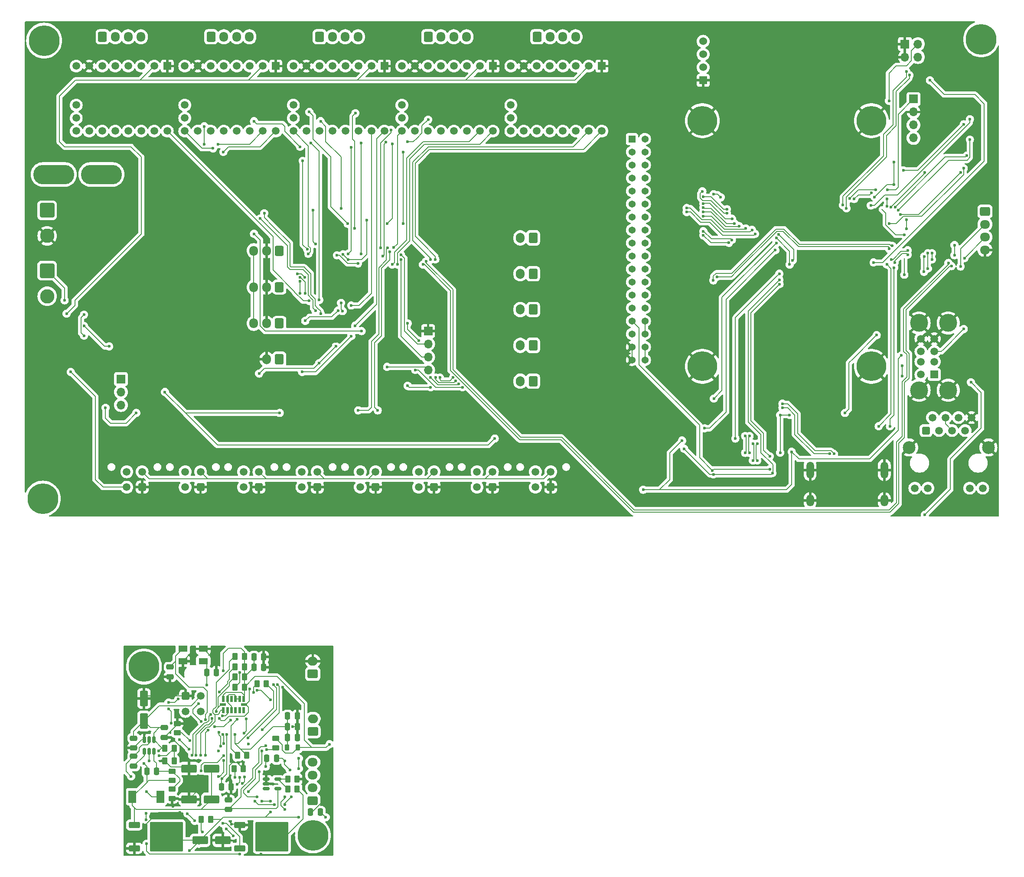
<source format=gbr>
%TF.GenerationSoftware,KiCad,Pcbnew,8.0.9*%
%TF.CreationDate,2025-08-04T10:44:23+12:00*%
%TF.ProjectId,xymatics-e64,78796d61-7469-4637-932d-6536342e6b69,rev?*%
%TF.SameCoordinates,Original*%
%TF.FileFunction,Copper,L2,Bot*%
%TF.FilePolarity,Positive*%
%FSLAX46Y46*%
G04 Gerber Fmt 4.6, Leading zero omitted, Abs format (unit mm)*
G04 Created by KiCad (PCBNEW 8.0.9) date 2025-08-04 10:44:23*
%MOMM*%
%LPD*%
G01*
G04 APERTURE LIST*
G04 Aperture macros list*
%AMRoundRect*
0 Rectangle with rounded corners*
0 $1 Rounding radius*
0 $2 $3 $4 $5 $6 $7 $8 $9 X,Y pos of 4 corners*
0 Add a 4 corners polygon primitive as box body*
4,1,4,$2,$3,$4,$5,$6,$7,$8,$9,$2,$3,0*
0 Add four circle primitives for the rounded corners*
1,1,$1+$1,$2,$3*
1,1,$1+$1,$4,$5*
1,1,$1+$1,$6,$7*
1,1,$1+$1,$8,$9*
0 Add four rect primitives between the rounded corners*
20,1,$1+$1,$2,$3,$4,$5,0*
20,1,$1+$1,$4,$5,$6,$7,0*
20,1,$1+$1,$6,$7,$8,$9,0*
20,1,$1+$1,$8,$9,$2,$3,0*%
G04 Aperture macros list end*
%TA.AperFunction,ComponentPad*%
%ADD10RoundRect,0.250000X0.600000X0.750000X-0.600000X0.750000X-0.600000X-0.750000X0.600000X-0.750000X0*%
%TD*%
%TA.AperFunction,ComponentPad*%
%ADD11O,1.700000X2.000000*%
%TD*%
%TA.AperFunction,ComponentPad*%
%ADD12R,1.508000X1.508000*%
%TD*%
%TA.AperFunction,ComponentPad*%
%ADD13C,1.508000*%
%TD*%
%TA.AperFunction,ComponentPad*%
%ADD14RoundRect,0.250001X0.499999X0.499999X-0.499999X0.499999X-0.499999X-0.499999X0.499999X-0.499999X0*%
%TD*%
%TA.AperFunction,ComponentPad*%
%ADD15C,1.500000*%
%TD*%
%TA.AperFunction,ComponentPad*%
%ADD16R,1.700000X1.700000*%
%TD*%
%TA.AperFunction,ComponentPad*%
%ADD17O,1.700000X1.700000*%
%TD*%
%TA.AperFunction,ComponentPad*%
%ADD18RoundRect,0.250000X0.725000X-0.600000X0.725000X0.600000X-0.725000X0.600000X-0.725000X-0.600000X0*%
%TD*%
%TA.AperFunction,ComponentPad*%
%ADD19O,1.950000X1.700000*%
%TD*%
%TA.AperFunction,ComponentPad*%
%ADD20C,6.000000*%
%TD*%
%TA.AperFunction,ComponentPad*%
%ADD21RoundRect,0.250000X-0.600000X-0.725000X0.600000X-0.725000X0.600000X0.725000X-0.600000X0.725000X0*%
%TD*%
%TA.AperFunction,ComponentPad*%
%ADD22O,1.700000X1.950000*%
%TD*%
%TA.AperFunction,ComponentPad*%
%ADD23RoundRect,0.250000X0.600000X0.725000X-0.600000X0.725000X-0.600000X-0.725000X0.600000X-0.725000X0*%
%TD*%
%TA.AperFunction,ComponentPad*%
%ADD24RoundRect,0.250500X-0.499500X-0.499500X0.499500X-0.499500X0.499500X0.499500X-0.499500X0.499500X0*%
%TD*%
%TA.AperFunction,ComponentPad*%
%ADD25C,2.500000*%
%TD*%
%TA.AperFunction,ComponentPad*%
%ADD26R,1.500000X1.500000*%
%TD*%
%TA.AperFunction,ComponentPad*%
%ADD27C,3.500000*%
%TD*%
%TA.AperFunction,ComponentPad*%
%ADD28RoundRect,0.250000X0.750000X-0.600000X0.750000X0.600000X-0.750000X0.600000X-0.750000X-0.600000X0*%
%TD*%
%TA.AperFunction,ComponentPad*%
%ADD29O,2.000000X1.700000*%
%TD*%
%TA.AperFunction,ComponentPad*%
%ADD30R,1.370000X1.370000*%
%TD*%
%TA.AperFunction,ComponentPad*%
%ADD31C,1.370000*%
%TD*%
%TA.AperFunction,ComponentPad*%
%ADD32RoundRect,0.250001X-0.499999X-0.499999X0.499999X-0.499999X0.499999X0.499999X-0.499999X0.499999X0*%
%TD*%
%TA.AperFunction,ComponentPad*%
%ADD33R,1.524000X1.524000*%
%TD*%
%TA.AperFunction,ComponentPad*%
%ADD34C,1.524000*%
%TD*%
%TA.AperFunction,ComponentPad*%
%ADD35C,5.800000*%
%TD*%
%TA.AperFunction,ComponentPad*%
%ADD36RoundRect,0.250000X-0.725000X0.600000X-0.725000X-0.600000X0.725000X-0.600000X0.725000X0.600000X0*%
%TD*%
%TA.AperFunction,ComponentPad*%
%ADD37RoundRect,0.250001X-1.149999X1.149999X-1.149999X-1.149999X1.149999X-1.149999X1.149999X1.149999X0*%
%TD*%
%TA.AperFunction,ComponentPad*%
%ADD38C,2.800000*%
%TD*%
%TA.AperFunction,ComponentPad*%
%ADD39O,1.500000X3.300000*%
%TD*%
%TA.AperFunction,ComponentPad*%
%ADD40O,1.500000X2.300000*%
%TD*%
%TA.AperFunction,ComponentPad*%
%ADD41O,8.000000X3.800000*%
%TD*%
%TA.AperFunction,SMDPad,CuDef*%
%ADD42RoundRect,0.250000X0.262500X0.450000X-0.262500X0.450000X-0.262500X-0.450000X0.262500X-0.450000X0*%
%TD*%
%TA.AperFunction,SMDPad,CuDef*%
%ADD43R,1.800000X1.200000*%
%TD*%
%TA.AperFunction,SMDPad,CuDef*%
%ADD44RoundRect,0.250000X0.475000X-0.250000X0.475000X0.250000X-0.475000X0.250000X-0.475000X-0.250000X0*%
%TD*%
%TA.AperFunction,SMDPad,CuDef*%
%ADD45RoundRect,0.250000X-0.250000X-0.475000X0.250000X-0.475000X0.250000X0.475000X-0.250000X0.475000X0*%
%TD*%
%TA.AperFunction,SMDPad,CuDef*%
%ADD46RoundRect,0.250000X-0.262500X-0.450000X0.262500X-0.450000X0.262500X0.450000X-0.262500X0.450000X0*%
%TD*%
%TA.AperFunction,SMDPad,CuDef*%
%ADD47R,1.500000X2.400000*%
%TD*%
%TA.AperFunction,SMDPad,CuDef*%
%ADD48RoundRect,0.250000X0.250000X0.475000X-0.250000X0.475000X-0.250000X-0.475000X0.250000X-0.475000X0*%
%TD*%
%TA.AperFunction,SMDPad,CuDef*%
%ADD49RoundRect,0.250000X-0.450000X0.262500X-0.450000X-0.262500X0.450000X-0.262500X0.450000X0.262500X0*%
%TD*%
%TA.AperFunction,SMDPad,CuDef*%
%ADD50RoundRect,0.250000X1.250000X0.550000X-1.250000X0.550000X-1.250000X-0.550000X1.250000X-0.550000X0*%
%TD*%
%TA.AperFunction,SMDPad,CuDef*%
%ADD51RoundRect,0.150000X-0.150000X0.512500X-0.150000X-0.512500X0.150000X-0.512500X0.150000X0.512500X0*%
%TD*%
%TA.AperFunction,SMDPad,CuDef*%
%ADD52RoundRect,0.250000X0.550000X-1.250000X0.550000X1.250000X-0.550000X1.250000X-0.550000X-1.250000X0*%
%TD*%
%TA.AperFunction,SMDPad,CuDef*%
%ADD53RoundRect,0.250000X-0.850000X-0.350000X0.850000X-0.350000X0.850000X0.350000X-0.850000X0.350000X0*%
%TD*%
%TA.AperFunction,SMDPad,CuDef*%
%ADD54RoundRect,0.250000X-1.275000X-1.125000X1.275000X-1.125000X1.275000X1.125000X-1.275000X1.125000X0*%
%TD*%
%TA.AperFunction,SMDPad,CuDef*%
%ADD55RoundRect,0.249997X-2.950003X-2.650003X2.950003X-2.650003X2.950003X2.650003X-2.950003X2.650003X0*%
%TD*%
%TA.AperFunction,SMDPad,CuDef*%
%ADD56RoundRect,0.250000X-1.250000X-0.550000X1.250000X-0.550000X1.250000X0.550000X-1.250000X0.550000X0*%
%TD*%
%TA.AperFunction,SMDPad,CuDef*%
%ADD57RoundRect,0.250000X0.450000X-0.262500X0.450000X0.262500X-0.450000X0.262500X-0.450000X-0.262500X0*%
%TD*%
%TA.AperFunction,SMDPad,CuDef*%
%ADD58RoundRect,0.150000X-0.512500X-0.150000X0.512500X-0.150000X0.512500X0.150000X-0.512500X0.150000X0*%
%TD*%
%TA.AperFunction,SMDPad,CuDef*%
%ADD59RoundRect,0.218750X0.218750X0.381250X-0.218750X0.381250X-0.218750X-0.381250X0.218750X-0.381250X0*%
%TD*%
%TA.AperFunction,SMDPad,CuDef*%
%ADD60RoundRect,0.250000X-0.475000X0.250000X-0.475000X-0.250000X0.475000X-0.250000X0.475000X0.250000X0*%
%TD*%
%TA.AperFunction,SMDPad,CuDef*%
%ADD61R,0.550000X1.145000*%
%TD*%
%TA.AperFunction,SMDPad,CuDef*%
%ADD62R,1.145000X0.550000*%
%TD*%
%TA.AperFunction,ViaPad*%
%ADD63C,0.600000*%
%TD*%
%TA.AperFunction,Conductor*%
%ADD64C,0.200000*%
%TD*%
G04 APERTURE END LIST*
D10*
%TO.P,J29,1,Pin_1*%
%TO.N,+24V*%
X154500000Y-89800000D03*
D11*
%TO.P,J29,2,Pin_2*%
%TO.N,Net-(D8-A)*%
X152000000Y-89800000D03*
%TD*%
D12*
%TO.P,U12,1,GND*%
%TO.N,GND*%
X104250000Y-35225000D03*
D13*
%TO.P,U12,2,VIO*%
%TO.N,+3V3*%
X101710000Y-35225000D03*
%TO.P,U12,3,M1B*%
%TO.N,/MOTOR2_M1B*%
X99170000Y-35225000D03*
%TO.P,U12,4,M1A*%
%TO.N,/MOTOR2_M1A*%
X96630000Y-35225000D03*
%TO.P,U12,5,M2A*%
%TO.N,/MOTOR2_M2A*%
X94090000Y-35225000D03*
%TO.P,U12,6,M2B*%
%TO.N,/MOTOR2_M2B*%
X91550000Y-35225000D03*
%TO.P,U12,7,GND*%
%TO.N,GND*%
X89010000Y-35225000D03*
%TO.P,U12,8,VM*%
%TO.N,+24V*%
X86470000Y-35225000D03*
%TO.P,U12,9,DIR*%
%TO.N,/MOTOR2_DIR*%
X104250000Y-47925000D03*
%TO.P,U12,10,STEP*%
%TO.N,/MOTOR2_STEP*%
X101710000Y-47925000D03*
%TO.P,U12,11,PDN*%
%TO.N,unconnected-(U12-PDN-Pad11)*%
X99170000Y-47925000D03*
%TO.P,U12,12,UART*%
%TO.N,/MOTOR2_UART*%
X96630000Y-47925000D03*
%TO.P,U12,13,SPRD*%
%TO.N,unconnected-(U12-SPRD-Pad13)*%
X94090000Y-47925000D03*
%TO.P,U12,14,MS2*%
%TO.N,unconnected-(U12-MS2-Pad14)*%
X91550000Y-47925000D03*
%TO.P,U12,15,MS1*%
%TO.N,unconnected-(U12-MS1-Pad15)*%
X89010000Y-47925000D03*
%TO.P,U12,16,~{EN}*%
%TO.N,/MOTOR2_EN*%
X86470000Y-47925000D03*
%TO.P,U12,17,INDEX*%
%TO.N,unconnected-(U12-INDEX-Pad17)*%
X86470000Y-42845000D03*
%TO.P,U12,18,DIAG*%
%TO.N,/MOTOR2_DIAG*%
X86470000Y-45385000D03*
%TD*%
D14*
%TO.P,J20,1,Pin_1*%
%TO.N,GND*%
X112350000Y-117500000D03*
D15*
%TO.P,J20,2,Pin_2*%
%TO.N,+24V*%
X109350000Y-117500000D03*
%TO.P,J20,3,Pin_3*%
%TO.N,Net-(J17-Pin_3)*%
X112350000Y-114500000D03*
%TO.P,J20,4,Pin_4*%
%TO.N,Net-(J17-Pin_4)*%
X109350000Y-114500000D03*
%TD*%
D10*
%TO.P,J28,1,Pin_1*%
%TO.N,+24V*%
X154500000Y-82800000D03*
D11*
%TO.P,J28,2,Pin_2*%
%TO.N,Net-(D7-A)*%
X152000000Y-82800000D03*
%TD*%
D16*
%TO.P,J9,1,Pin_1*%
%TO.N,GND*%
X227125000Y-30925000D03*
D17*
%TO.P,J9,2,Pin_2*%
%TO.N,/RPI-CM4/~{RPI_BOOT}*%
X229665000Y-30925000D03*
%TO.P,J9,3,Pin_3*%
%TO.N,GND*%
X227125000Y-33465000D03*
%TO.P,J9,4,Pin_4*%
%TO.N,/RPI-CM4/~{EEPROM_WP}*%
X229665000Y-33465000D03*
%TD*%
D18*
%TO.P,J44,1,Pin_1*%
%TO.N,Net-(J44-Pin_1)*%
X111475000Y-178750000D03*
D19*
%TO.P,J44,2,Pin_2*%
%TO.N,Net-(J44-Pin_2)*%
X111475000Y-176250000D03*
%TO.P,J44,3,Pin_3*%
%TO.N,Net-(J44-Pin_3)*%
X111475000Y-173750000D03*
%TO.P,J44,4,Pin_4*%
%TO.N,Net-(J44-Pin_4)*%
X111475000Y-171250000D03*
%TD*%
D20*
%TO.P,H2,1,1*%
%TO.N,unconnected-(H2-Pad1)*%
X111500000Y-185560000D03*
%TD*%
D10*
%TO.P,J35,1,Pin_1*%
%TO.N,Net-(J35-Pin_1)*%
X104950000Y-92500000D03*
D11*
%TO.P,J35,2,Pin_2*%
%TO.N,GND*%
X102450000Y-92500000D03*
%TD*%
D16*
%TO.P,J12,1,Pin_1*%
%TO.N,GND*%
X134000000Y-87000000D03*
D17*
%TO.P,J12,2,Pin_2*%
%TO.N,/SWCLK*%
X134000000Y-89540000D03*
%TO.P,J12,3,Pin_3*%
%TO.N,/SWDIO*%
X134000000Y-92080000D03*
%TO.P,J12,4,Pin_4*%
%TO.N,+3V3*%
X134000000Y-94620000D03*
%TD*%
D12*
%TO.P,U11,1,GND*%
%TO.N,GND*%
X83050000Y-35225000D03*
D13*
%TO.P,U11,2,VIO*%
%TO.N,+3V3*%
X80510000Y-35225000D03*
%TO.P,U11,3,M1B*%
%TO.N,/MOTOR1_M1B*%
X77970000Y-35225000D03*
%TO.P,U11,4,M1A*%
%TO.N,/MOTOR1_M1A*%
X75430000Y-35225000D03*
%TO.P,U11,5,M2A*%
%TO.N,/MOTOR1_M2A*%
X72890000Y-35225000D03*
%TO.P,U11,6,M2B*%
%TO.N,/MOTOR1_M2B*%
X70350000Y-35225000D03*
%TO.P,U11,7,GND*%
%TO.N,GND*%
X67810000Y-35225000D03*
%TO.P,U11,8,VM*%
%TO.N,+24V*%
X65270000Y-35225000D03*
%TO.P,U11,9,DIR*%
%TO.N,/MOTOR1_DIR*%
X83050000Y-47925000D03*
%TO.P,U11,10,STEP*%
%TO.N,/MOTOR1_STEP*%
X80510000Y-47925000D03*
%TO.P,U11,11,PDN*%
%TO.N,unconnected-(U11-PDN-Pad11)*%
X77970000Y-47925000D03*
%TO.P,U11,12,UART*%
%TO.N,/MOTOR1_UART*%
X75430000Y-47925000D03*
%TO.P,U11,13,SPRD*%
%TO.N,unconnected-(U11-SPRD-Pad13)*%
X72890000Y-47925000D03*
%TO.P,U11,14,MS2*%
%TO.N,unconnected-(U11-MS2-Pad14)*%
X70350000Y-47925000D03*
%TO.P,U11,15,MS1*%
%TO.N,unconnected-(U11-MS1-Pad15)*%
X67810000Y-47925000D03*
%TO.P,U11,16,~{EN}*%
%TO.N,/MOTOR1_EN*%
X65270000Y-47925000D03*
%TO.P,U11,17,INDEX*%
%TO.N,unconnected-(U11-INDEX-Pad17)*%
X65270000Y-42845000D03*
%TO.P,U11,18,DIAG*%
%TO.N,/MOTOR1_DIAG*%
X65270000Y-45385000D03*
%TD*%
D21*
%TO.P,J39,1,Pin_1*%
%TO.N,/MOTOR2_M2B*%
X91610000Y-29500000D03*
D22*
%TO.P,J39,2,Pin_2*%
%TO.N,/MOTOR2_M2A*%
X94110000Y-29500000D03*
%TO.P,J39,3,Pin_3*%
%TO.N,/MOTOR2_M1A*%
X96610000Y-29500000D03*
%TO.P,J39,4,Pin_4*%
%TO.N,/MOTOR2_M1B*%
X99110000Y-29500000D03*
%TD*%
D20*
%TO.P,H4,1,1*%
%TO.N,unconnected-(H4-Pad1)*%
X242000000Y-30000000D03*
%TD*%
D12*
%TO.P,U13,1,GND*%
%TO.N,GND*%
X125450000Y-35225000D03*
D13*
%TO.P,U13,2,VIO*%
%TO.N,+3V3*%
X122910000Y-35225000D03*
%TO.P,U13,3,M1B*%
%TO.N,/MOTOR3_M1B*%
X120370000Y-35225000D03*
%TO.P,U13,4,M1A*%
%TO.N,/MOTOR3_M1A*%
X117830000Y-35225000D03*
%TO.P,U13,5,M2A*%
%TO.N,/MOTOR3_M2A*%
X115290000Y-35225000D03*
%TO.P,U13,6,M2B*%
%TO.N,/MOTOR3_M2B*%
X112750000Y-35225000D03*
%TO.P,U13,7,GND*%
%TO.N,GND*%
X110210000Y-35225000D03*
%TO.P,U13,8,VM*%
%TO.N,+24V*%
X107670000Y-35225000D03*
%TO.P,U13,9,DIR*%
%TO.N,/MOTOR3_DIR*%
X125450000Y-47925000D03*
%TO.P,U13,10,STEP*%
%TO.N,/MOTOR3_STEP*%
X122910000Y-47925000D03*
%TO.P,U13,11,PDN*%
%TO.N,unconnected-(U13-PDN-Pad11)*%
X120370000Y-47925000D03*
%TO.P,U13,12,UART*%
%TO.N,/MOTOR3_UART*%
X117830000Y-47925000D03*
%TO.P,U13,13,SPRD*%
%TO.N,unconnected-(U13-SPRD-Pad13)*%
X115290000Y-47925000D03*
%TO.P,U13,14,MS2*%
%TO.N,unconnected-(U13-MS2-Pad14)*%
X112750000Y-47925000D03*
%TO.P,U13,15,MS1*%
%TO.N,unconnected-(U13-MS1-Pad15)*%
X110210000Y-47925000D03*
%TO.P,U13,16,~{EN}*%
%TO.N,/MOTOR3_EN*%
X107670000Y-47925000D03*
%TO.P,U13,17,INDEX*%
%TO.N,unconnected-(U13-INDEX-Pad17)*%
X107670000Y-42845000D03*
%TO.P,U13,18,DIAG*%
%TO.N,/MOTOR3_DIAG*%
X107670000Y-45385000D03*
%TD*%
D21*
%TO.P,J40,1,Pin_1*%
%TO.N,/MOTOR3_M2B*%
X112810000Y-29500000D03*
D22*
%TO.P,J40,2,Pin_2*%
%TO.N,/MOTOR3_M2A*%
X115310000Y-29500000D03*
%TO.P,J40,3,Pin_3*%
%TO.N,/MOTOR3_M1A*%
X117810000Y-29500000D03*
%TO.P,J40,4,Pin_4*%
%TO.N,/MOTOR3_M1B*%
X120310000Y-29500000D03*
%TD*%
D23*
%TO.P,J13,1,Pin_1*%
%TO.N,/ENDSTOP_X*%
X104950000Y-71300000D03*
D22*
%TO.P,J13,2,Pin_2*%
%TO.N,GND*%
X102450000Y-71300000D03*
%TO.P,J13,3,Pin_3*%
%TO.N,+5V*%
X99950000Y-71300000D03*
%TD*%
D14*
%TO.P,J18,1,Pin_1*%
%TO.N,GND*%
X89550000Y-117500000D03*
D15*
%TO.P,J18,2,Pin_2*%
%TO.N,+24V*%
X86550000Y-117500000D03*
%TO.P,J18,3,Pin_3*%
%TO.N,Net-(J17-Pin_3)*%
X89550000Y-114500000D03*
%TO.P,J18,4,Pin_4*%
%TO.N,Net-(J17-Pin_4)*%
X86550000Y-114500000D03*
%TD*%
D24*
%TO.P,J1,1,TD+*%
%TO.N,Net-(J1-TD+)*%
X231240000Y-106440000D03*
D15*
%TO.P,J1,2,TD-*%
%TO.N,Net-(J1-TD-)*%
X232500000Y-103900000D03*
%TO.P,J1,3,RD+*%
%TO.N,Net-(J1-RD+)*%
X233780000Y-106440000D03*
%TO.P,J1,4,TCT*%
%TO.N,Net-(J1-RCT)*%
X235040000Y-103900000D03*
%TO.P,J1,5,RCT*%
X236320000Y-106440000D03*
%TO.P,J1,6,RD-*%
%TO.N,Net-(J1-RD-)*%
X237580000Y-103900000D03*
%TO.P,J1,7,NC*%
%TO.N,unconnected-(J1-NC-Pad7)*%
X238860000Y-106440000D03*
%TO.P,J1,8*%
%TO.N,GND*%
X240120000Y-103900000D03*
%TO.P,J1,9*%
%TO.N,+3.3V*%
X229055000Y-117700000D03*
%TO.P,J1,10*%
%TO.N,Net-(J1-Pad10)*%
X231595000Y-117700000D03*
%TO.P,J1,11*%
%TO.N,Net-(J1-Pad11)*%
X239765000Y-117700000D03*
%TO.P,J1,12*%
%TO.N,+3.3V*%
X242305000Y-117700000D03*
D25*
%TO.P,J1,SH*%
%TO.N,GND*%
X227935000Y-109750000D03*
X243425000Y-109750000D03*
%TD*%
D26*
%TO.P,J7,1,VBUS1*%
%TO.N,/RPI-CM4/USB_VBUS*%
X232857700Y-95500000D03*
D15*
%TO.P,J7,2,D1-*%
%TO.N,Net-(J7-D1-)*%
X232857700Y-93000000D03*
%TO.P,J7,3,D1+*%
%TO.N,Net-(J7-D1+)*%
X232857700Y-91000000D03*
%TO.P,J7,4,GND1*%
%TO.N,GND*%
X232857700Y-88500000D03*
%TO.P,J7,5,VBUS2*%
%TO.N,/RPI-CM4/USB_VBUS*%
X230237700Y-95500000D03*
%TO.P,J7,6,D2-*%
%TO.N,Net-(J7-D2-)*%
X230237700Y-93000000D03*
%TO.P,J7,7,D2+*%
%TO.N,Net-(J7-D2+)*%
X230237700Y-91000000D03*
%TO.P,J7,8,GND2*%
%TO.N,GND*%
X230237700Y-88500000D03*
D27*
%TO.P,J7,9,Shield*%
X235567700Y-98570000D03*
X235567700Y-85430000D03*
X229887700Y-98570000D03*
X229887700Y-85430000D03*
%TD*%
D16*
%TO.P,J10,1,Pin_1*%
%TO.N,+5V*%
X228800000Y-41660000D03*
D17*
%TO.P,J10,2,Pin_2*%
%TO.N,GND*%
X228800000Y-44200000D03*
%TO.P,J10,3,Pin_3*%
%TO.N,Net-(J10-Pin_3)*%
X228800000Y-46740000D03*
%TO.P,J10,4,Pin_4*%
%TO.N,Net-(J10-Pin_4)*%
X228800000Y-49280000D03*
%TD*%
D10*
%TO.P,J25,1,Pin_1*%
%TO.N,+24V*%
X154500000Y-68800000D03*
D11*
%TO.P,J25,2,Pin_2*%
%TO.N,Net-(D5-A)*%
X152000000Y-68800000D03*
%TD*%
D28*
%TO.P,J26,1,Pin_1*%
%TO.N,/X42/24V*%
X111500000Y-165250000D03*
D29*
%TO.P,J26,2,Pin_2*%
%TO.N,Net-(J26-Pin_2)*%
X111500000Y-162750000D03*
%TD*%
D21*
%TO.P,J42,1,Pin_1*%
%TO.N,/MOTOR4_M2B*%
X134010000Y-29500000D03*
D22*
%TO.P,J42,2,Pin_2*%
%TO.N,/MOTOR4_M2A*%
X136510000Y-29500000D03*
%TO.P,J42,3,Pin_3*%
%TO.N,/MOTOR4_M1A*%
X139010000Y-29500000D03*
%TO.P,J42,4,Pin_4*%
%TO.N,/MOTOR4_M1B*%
X141510000Y-29500000D03*
%TD*%
D14*
%TO.P,J23,1,Pin_1*%
%TO.N,GND*%
X146550000Y-117500000D03*
D15*
%TO.P,J23,2,Pin_2*%
%TO.N,+24V*%
X143550000Y-117500000D03*
%TO.P,J23,3,Pin_3*%
%TO.N,Net-(J17-Pin_3)*%
X146550000Y-114500000D03*
%TO.P,J23,4,Pin_4*%
%TO.N,Net-(J17-Pin_4)*%
X143550000Y-114500000D03*
%TD*%
D30*
%TO.P,J11,01,01*%
%TO.N,/RPI-CM4/RPI_P0*%
X173800000Y-49480000D03*
D31*
%TO.P,J11,02,02*%
%TO.N,/RPI-CM4/RPI_P1*%
X176340000Y-49480000D03*
%TO.P,J11,03,03*%
%TO.N,/RPI-CM4/RPI_P2*%
X173800000Y-52020000D03*
%TO.P,J11,04,04*%
%TO.N,/RPI-CM4/RPI_P3*%
X176340000Y-52020000D03*
%TO.P,J11,05,05*%
%TO.N,/RPI-CM4/RPI_P4*%
X173800000Y-54560000D03*
%TO.P,J11,06,06*%
%TO.N,/RPI-CM4/RPI_P5*%
X176340000Y-54560000D03*
%TO.P,J11,07,07*%
%TO.N,/RPI-CM4/RPI_P6*%
X173800000Y-57100000D03*
%TO.P,J11,08,08*%
%TO.N,/RPI-CM4/RPI_P7*%
X176340000Y-57100000D03*
%TO.P,J11,09,09*%
%TO.N,/RPI-CM4/RPI_P8*%
X173800000Y-59640000D03*
%TO.P,J11,10,10*%
%TO.N,/RPI-CM4/RPI_P9*%
X176340000Y-59640000D03*
%TO.P,J11,11,11*%
%TO.N,/RPI-CM4/RPI_P10*%
X173800000Y-62180000D03*
%TO.P,J11,12,12*%
%TO.N,/RPI-CM4/RPI_P11*%
X176340000Y-62180000D03*
%TO.P,J11,13,13*%
%TO.N,/RPI-CM4/RPI_P12*%
X173800000Y-64720000D03*
%TO.P,J11,14,14*%
%TO.N,/RPI-CM4/RPI_P13*%
X176340000Y-64720000D03*
%TO.P,J11,15,15*%
%TO.N,/RPI-CM4/RPI_P14*%
X173800000Y-67260000D03*
%TO.P,J11,16,16*%
%TO.N,/RPI-CM4/RPI_P15*%
X176340000Y-67260000D03*
%TO.P,J11,17,17*%
%TO.N,/RPI-CM4/RPI_P16*%
X173800000Y-69800000D03*
%TO.P,J11,18,18*%
%TO.N,/RPI-CM4/RPI_P17*%
X176340000Y-69800000D03*
%TO.P,J11,19,19*%
%TO.N,/RPI-CM4/RPI_P18*%
X173800000Y-72340000D03*
%TO.P,J11,20,20*%
%TO.N,/RPI-CM4/RPI_P19*%
X176340000Y-72340000D03*
%TO.P,J11,21,21*%
%TO.N,/RPI-CM4/RPI_P20*%
X173800000Y-74880000D03*
%TO.P,J11,22,22*%
%TO.N,/RPI-CM4/RPI_P21*%
X176340000Y-74880000D03*
%TO.P,J11,23,23*%
%TO.N,/RPI-CM4/RPI_P22*%
X173800000Y-77420000D03*
%TO.P,J11,24,24*%
%TO.N,/RPI-CM4/RPI_P23*%
X176340000Y-77420000D03*
%TO.P,J11,25,25*%
%TO.N,/RPI-CM4/RPI_P24*%
X173800000Y-79960000D03*
%TO.P,J11,26,26*%
%TO.N,/RPI-CM4/RPI_P25*%
X176340000Y-79960000D03*
%TO.P,J11,27,27*%
%TO.N,/RPI-CM4/RPI_P26*%
X173800000Y-82500000D03*
%TO.P,J11,28,28*%
%TO.N,/RPI-CM4/RPI_P27*%
X176340000Y-82500000D03*
%TO.P,J11,29,29*%
%TO.N,/RPI-CM4/RPI_SCL*%
X173800000Y-85040000D03*
%TO.P,J11,30,30*%
%TO.N,+3.3V*%
X176340000Y-85040000D03*
%TO.P,J11,31,31*%
%TO.N,/RPI-CM4/RPI_SDA*%
X173800000Y-87580000D03*
%TO.P,J11,32,32*%
%TO.N,+3.3V*%
X176340000Y-87580000D03*
%TO.P,J11,33,33*%
%TO.N,GND*%
X173800000Y-90120000D03*
%TO.P,J11,34,34*%
%TO.N,+5V*%
X176340000Y-90120000D03*
%TO.P,J11,35,35*%
%TO.N,GND*%
X173800000Y-92660000D03*
%TO.P,J11,36,36*%
%TO.N,+5V*%
X176340000Y-92660000D03*
%TD*%
D32*
%TO.P,J31,1,Pin_1*%
%TO.N,XGND*%
X86600000Y-158320000D03*
D15*
%TO.P,J31,2,Pin_2*%
%TO.N,/X42/24V*%
X89600000Y-158320000D03*
%TO.P,J31,3,Pin_3*%
%TO.N,/X42/CAN+*%
X86600000Y-161320000D03*
%TO.P,J31,4,Pin_4*%
%TO.N,/X42/CAN-*%
X89600000Y-161320000D03*
%TD*%
D28*
%TO.P,J36,1,Pin_1*%
%TO.N,Net-(J36-Pin_1)*%
X111475000Y-154000000D03*
D29*
%TO.P,J36,2,Pin_2*%
%TO.N,XGND*%
X111475000Y-151500000D03*
%TD*%
D14*
%TO.P,J24,1,Pin_1*%
%TO.N,GND*%
X157950000Y-117500000D03*
D15*
%TO.P,J24,2,Pin_2*%
%TO.N,+24V*%
X154950000Y-117500000D03*
%TO.P,J24,3,Pin_3*%
%TO.N,Net-(J17-Pin_3)*%
X157950000Y-114500000D03*
%TO.P,J24,4,Pin_4*%
%TO.N,Net-(J17-Pin_4)*%
X154950000Y-114500000D03*
%TD*%
D14*
%TO.P,J22,1,Pin_1*%
%TO.N,GND*%
X135150000Y-117500000D03*
D15*
%TO.P,J22,2,Pin_2*%
%TO.N,+24V*%
X132150000Y-117500000D03*
%TO.P,J22,3,Pin_3*%
%TO.N,Net-(J17-Pin_3)*%
X135150000Y-114500000D03*
%TO.P,J22,4,Pin_4*%
%TO.N,Net-(J17-Pin_4)*%
X132150000Y-114500000D03*
%TD*%
D23*
%TO.P,J14,1,Pin_1*%
%TO.N,/ENDSTOP_Y*%
X104950000Y-78425000D03*
D22*
%TO.P,J14,2,Pin_2*%
%TO.N,GND*%
X102450000Y-78425000D03*
%TO.P,J14,3,Pin_3*%
%TO.N,+5V*%
X99950000Y-78425000D03*
%TD*%
D10*
%TO.P,J30,1,Pin_1*%
%TO.N,+24V*%
X154500000Y-96800000D03*
D11*
%TO.P,J30,2,Pin_2*%
%TO.N,Net-(D9-A)*%
X152000000Y-96800000D03*
%TD*%
D33*
%TO.P,U19,1,GND*%
%TO.N,GND*%
X187700000Y-38010000D03*
D34*
%TO.P,U19,2,VCC*%
%TO.N,+3.3V*%
X187700000Y-35470000D03*
%TO.P,U19,3,SCL*%
%TO.N,/RPI-CM4/RPI_SCL*%
X187700000Y-32930000D03*
%TO.P,U19,4,SDA*%
%TO.N,/RPI-CM4/RPI_SDA*%
X187700000Y-30390000D03*
%TD*%
D12*
%TO.P,U14,1,GND*%
%TO.N,GND*%
X146650000Y-35225000D03*
D13*
%TO.P,U14,2,VIO*%
%TO.N,+3V3*%
X144110000Y-35225000D03*
%TO.P,U14,3,M1B*%
%TO.N,/MOTOR4_M1B*%
X141570000Y-35225000D03*
%TO.P,U14,4,M1A*%
%TO.N,/MOTOR4_M1A*%
X139030000Y-35225000D03*
%TO.P,U14,5,M2A*%
%TO.N,/MOTOR4_M2A*%
X136490000Y-35225000D03*
%TO.P,U14,6,M2B*%
%TO.N,/MOTOR4_M2B*%
X133950000Y-35225000D03*
%TO.P,U14,7,GND*%
%TO.N,GND*%
X131410000Y-35225000D03*
%TO.P,U14,8,VM*%
%TO.N,+24V*%
X128870000Y-35225000D03*
%TO.P,U14,9,DIR*%
%TO.N,/MOTOR4_DIR*%
X146650000Y-47925000D03*
%TO.P,U14,10,STEP*%
%TO.N,/MOTOR4_STEP*%
X144110000Y-47925000D03*
%TO.P,U14,11,PDN*%
%TO.N,unconnected-(U14-PDN-Pad11)*%
X141570000Y-47925000D03*
%TO.P,U14,12,UART*%
%TO.N,/MOTOR4_UART*%
X139030000Y-47925000D03*
%TO.P,U14,13,SPRD*%
%TO.N,unconnected-(U14-SPRD-Pad13)*%
X136490000Y-47925000D03*
%TO.P,U14,14,MS2*%
%TO.N,unconnected-(U14-MS2-Pad14)*%
X133950000Y-47925000D03*
%TO.P,U14,15,MS1*%
%TO.N,unconnected-(U14-MS1-Pad15)*%
X131410000Y-47925000D03*
%TO.P,U14,16,~{EN}*%
%TO.N,/MOTOR4_EN*%
X128870000Y-47925000D03*
%TO.P,U14,17,INDEX*%
%TO.N,unconnected-(U14-INDEX-Pad17)*%
X128870000Y-42845000D03*
%TO.P,U14,18,DIAG*%
%TO.N,/MOTOR4_DIAG*%
X128870000Y-45385000D03*
%TD*%
D14*
%TO.P,J21,1,Pin_1*%
%TO.N,GND*%
X123750000Y-117500000D03*
D15*
%TO.P,J21,2,Pin_2*%
%TO.N,+24V*%
X120750000Y-117500000D03*
%TO.P,J21,3,Pin_3*%
%TO.N,Net-(J17-Pin_3)*%
X123750000Y-114500000D03*
%TO.P,J21,4,Pin_4*%
%TO.N,Net-(J17-Pin_4)*%
X120750000Y-114500000D03*
%TD*%
D21*
%TO.P,J38,1,Pin_1*%
%TO.N,/MOTOR1_M2B*%
X70410000Y-29500000D03*
D22*
%TO.P,J38,2,Pin_2*%
%TO.N,/MOTOR1_M2A*%
X72910000Y-29500000D03*
%TO.P,J38,3,Pin_3*%
%TO.N,/MOTOR1_M1A*%
X75410000Y-29500000D03*
%TO.P,J38,4,Pin_4*%
%TO.N,/MOTOR1_M1B*%
X77910000Y-29500000D03*
%TD*%
D35*
%TO.P,U1,SH1,MOUNTING_PADS*%
%TO.N,GND*%
X220562500Y-45900000D03*
%TO.P,U1,SH2,MOUNTING_PADS*%
X220562500Y-93900000D03*
%TO.P,U1,SH3,MOUNTING_PADS*%
X187562500Y-45900000D03*
%TO.P,U1,SH4,MOUNTING_PADS*%
X187562500Y-93900000D03*
%TD*%
D20*
%TO.P,H1,1,1*%
%TO.N,unconnected-(H1-Pad1)*%
X78500000Y-152560000D03*
%TD*%
D12*
%TO.P,U15,1,GND*%
%TO.N,GND*%
X167940000Y-35225000D03*
D13*
%TO.P,U15,2,VIO*%
%TO.N,+3V3*%
X165400000Y-35225000D03*
%TO.P,U15,3,M1B*%
%TO.N,/MOTOR5_M1B*%
X162860000Y-35225000D03*
%TO.P,U15,4,M1A*%
%TO.N,/MOTOR5_M1A*%
X160320000Y-35225000D03*
%TO.P,U15,5,M2A*%
%TO.N,/MOTOR5_M2A*%
X157780000Y-35225000D03*
%TO.P,U15,6,M2B*%
%TO.N,/MOTOR5_M2B*%
X155240000Y-35225000D03*
%TO.P,U15,7,GND*%
%TO.N,GND*%
X152700000Y-35225000D03*
%TO.P,U15,8,VM*%
%TO.N,+24V*%
X150160000Y-35225000D03*
%TO.P,U15,9,DIR*%
%TO.N,/MOTOR5_DIR*%
X167940000Y-47925000D03*
%TO.P,U15,10,STEP*%
%TO.N,/MOTOR5_STEP*%
X165400000Y-47925000D03*
%TO.P,U15,11,PDN*%
%TO.N,unconnected-(U15-PDN-Pad11)*%
X162860000Y-47925000D03*
%TO.P,U15,12,UART*%
%TO.N,/MOTOR5_UART*%
X160320000Y-47925000D03*
%TO.P,U15,13,SPRD*%
%TO.N,unconnected-(U15-SPRD-Pad13)*%
X157780000Y-47925000D03*
%TO.P,U15,14,MS2*%
%TO.N,unconnected-(U15-MS2-Pad14)*%
X155240000Y-47925000D03*
%TO.P,U15,15,MS1*%
%TO.N,unconnected-(U15-MS1-Pad15)*%
X152700000Y-47925000D03*
%TO.P,U15,16,~{EN}*%
%TO.N,/MOTOR5_EN*%
X150160000Y-47925000D03*
%TO.P,U15,17,INDEX*%
%TO.N,unconnected-(U15-INDEX-Pad17)*%
X150160000Y-42845000D03*
%TO.P,U15,18,DIAG*%
%TO.N,/MOTOR5_DIAG*%
X150160000Y-45385000D03*
%TD*%
D16*
%TO.P,J16,1,Pin_1*%
%TO.N,Net-(J16-Pin_1)*%
X74000000Y-96375000D03*
D17*
%TO.P,J16,2,Pin_2*%
%TO.N,+5V*%
X74000000Y-98915000D03*
%TO.P,J16,3,Pin_3*%
%TO.N,USB_5V*%
X74000000Y-101455000D03*
%TD*%
D36*
%TO.P,J8,1,Pin_1*%
%TO.N,/RPI-CM4/USB_VBUS*%
X242750000Y-63650000D03*
D19*
%TO.P,J8,2,Pin_2*%
%TO.N,/RPI-CM4/USB_JST-*%
X242750000Y-66150000D03*
%TO.P,J8,3,Pin_3*%
%TO.N,/RPI-CM4/USB_JST+*%
X242750000Y-68650000D03*
%TO.P,J8,4,Pin_4*%
%TO.N,GND*%
X242750000Y-71150000D03*
%TD*%
D20*
%TO.P,H5,1,1*%
%TO.N,unconnected-(H5-Pad1)*%
X58750000Y-119750000D03*
%TD*%
D37*
%TO.P,J32,1,Pin_1*%
%TO.N,+24V*%
X59600000Y-75200000D03*
D38*
%TO.P,J32,2,Pin_2*%
%TO.N,Net-(J32-Pin_2)*%
X59600000Y-80200000D03*
%TD*%
D39*
%TO.P,J3,SH,SH*%
%TO.N,GND*%
X223100000Y-114155000D03*
X208600000Y-114155000D03*
D40*
X223100000Y-120115000D03*
X208600000Y-120115000D03*
%TD*%
D14*
%TO.P,J19,1,Pin_1*%
%TO.N,GND*%
X100950000Y-117500000D03*
D15*
%TO.P,J19,2,Pin_2*%
%TO.N,+24V*%
X97950000Y-117500000D03*
%TO.P,J19,3,Pin_3*%
%TO.N,Net-(J17-Pin_3)*%
X100950000Y-114500000D03*
%TO.P,J19,4,Pin_4*%
%TO.N,Net-(J17-Pin_4)*%
X97950000Y-114500000D03*
%TD*%
D14*
%TO.P,J17,1,Pin_1*%
%TO.N,GND*%
X78150000Y-117500000D03*
D15*
%TO.P,J17,2,Pin_2*%
%TO.N,+24V*%
X75150000Y-117500000D03*
%TO.P,J17,3,Pin_3*%
%TO.N,Net-(J17-Pin_3)*%
X78150000Y-114500000D03*
%TO.P,J17,4,Pin_4*%
%TO.N,Net-(J17-Pin_4)*%
X75150000Y-114500000D03*
%TD*%
D20*
%TO.P,H3,1,1*%
%TO.N,unconnected-(H3-Pad1)*%
X59000000Y-30250000D03*
%TD*%
D21*
%TO.P,J46,1,Pin_1*%
%TO.N,/MOTOR5_M2B*%
X155300000Y-29500000D03*
D22*
%TO.P,J46,2,Pin_2*%
%TO.N,/MOTOR5_M2A*%
X157800000Y-29500000D03*
%TO.P,J46,3,Pin_3*%
%TO.N,/MOTOR5_M1A*%
X160300000Y-29500000D03*
%TO.P,J46,4,Pin_4*%
%TO.N,/MOTOR5_M1B*%
X162800000Y-29500000D03*
%TD*%
D23*
%TO.P,J15,1,Pin_1*%
%TO.N,/ENDSTOP_Z*%
X104950000Y-85500000D03*
D22*
%TO.P,J15,2,Pin_2*%
%TO.N,GND*%
X102450000Y-85500000D03*
%TO.P,J15,3,Pin_3*%
%TO.N,+5V*%
X99950000Y-85500000D03*
%TD*%
D37*
%TO.P,J37,1,Pin_1*%
%TO.N,Net-(J37-Pin_1)*%
X59600000Y-63400000D03*
D38*
%TO.P,J37,2,Pin_2*%
%TO.N,GND*%
X59600000Y-68400000D03*
%TD*%
D10*
%TO.P,J27,1,Pin_1*%
%TO.N,+24V*%
X154500000Y-75800000D03*
D11*
%TO.P,J27,2,Pin_2*%
%TO.N,Net-(D6-A)*%
X152000000Y-75800000D03*
%TD*%
D41*
%TO.P,F1,1*%
%TO.N,Net-(J37-Pin_1)*%
X60900000Y-56400000D03*
%TO.P,F1,2*%
%TO.N,Net-(D15-K)*%
X70200000Y-56400000D03*
%TD*%
D42*
%TO.P,R64,1*%
%TO.N,/X42/3V3*%
X98112500Y-154600000D03*
%TO.P,R64,2*%
%TO.N,/X42/X42-CLK*%
X96287500Y-154600000D03*
%TD*%
D43*
%TO.P,Y3,1,1*%
%TO.N,Net-(U20-PF0)*%
X90100000Y-151500000D03*
%TO.P,Y3,2,2*%
%TO.N,XGND*%
X86100000Y-151500000D03*
%TO.P,Y3,3,3*%
%TO.N,Net-(U20-PF1)*%
X86100000Y-149100000D03*
%TO.P,Y3,4,4*%
%TO.N,XGND*%
X90100000Y-149100000D03*
%TD*%
D44*
%TO.P,C69,1*%
%TO.N,/X42/5V*%
X95000000Y-180500000D03*
%TO.P,C69,2*%
%TO.N,XGND*%
X95000000Y-178600000D03*
%TD*%
D45*
%TO.P,C72,1*%
%TO.N,/X42/3V3*%
X100000000Y-150700000D03*
%TO.P,C72,2*%
%TO.N,XGND*%
X101900000Y-150700000D03*
%TD*%
D42*
%TO.P,R77,1*%
%TO.N,/X42/X42-3V3*%
X102412500Y-155900000D03*
%TO.P,R77,2*%
%TO.N,Net-(D17-A)*%
X100587500Y-155900000D03*
%TD*%
D46*
%TO.P,R70,1*%
%TO.N,Net-(R69-Pad2)*%
X106587500Y-176500000D03*
%TO.P,R70,2*%
%TO.N,Net-(Q10-G)*%
X108412500Y-176500000D03*
%TD*%
D47*
%TO.P,L3,1,1*%
%TO.N,Net-(U23-SW)*%
X81750000Y-178000000D03*
%TO.P,L3,2,2*%
%TO.N,/X42/5V*%
X76250000Y-178000000D03*
%TD*%
D46*
%TO.P,R55,1*%
%TO.N,XGND*%
X82587500Y-171000000D03*
%TO.P,R55,2*%
%TO.N,Net-(U23-EN)*%
X84412500Y-171000000D03*
%TD*%
D48*
%TO.P,C76,1*%
%TO.N,/X42/24V*%
X104400000Y-170500000D03*
%TO.P,C76,2*%
%TO.N,Net-(U29-VCP)*%
X102500000Y-170500000D03*
%TD*%
D45*
%TO.P,C83,1*%
%TO.N,/X42/X42-3V3*%
X106550000Y-164300000D03*
%TO.P,C83,2*%
%TO.N,XGND*%
X108450000Y-164300000D03*
%TD*%
%TO.P,C66,1*%
%TO.N,/X42/5V*%
X79050000Y-173000000D03*
%TO.P,C66,2*%
%TO.N,Net-(U23-FB)*%
X80950000Y-173000000D03*
%TD*%
%TO.P,C59,1*%
%TO.N,/X42/X42-NRST*%
X93650000Y-176100000D03*
%TO.P,C59,2*%
%TO.N,XGND*%
X95550000Y-176100000D03*
%TD*%
%TO.P,C84,1*%
%TO.N,/X42/X42-3V3*%
X106550000Y-162200000D03*
%TO.P,C84,2*%
%TO.N,XGND*%
X108450000Y-162200000D03*
%TD*%
D49*
%TO.P,R56,1*%
%TO.N,Net-(U23-FB)*%
X84000000Y-173000000D03*
%TO.P,R56,2*%
%TO.N,/X42/5V*%
X84000000Y-174825000D03*
%TD*%
D45*
%TO.P,C73,1*%
%TO.N,/X42/3V3*%
X100000000Y-152700000D03*
%TO.P,C73,2*%
%TO.N,XGND*%
X101900000Y-152700000D03*
%TD*%
D44*
%TO.P,C58,1*%
%TO.N,XGND*%
X83600000Y-154550000D03*
%TO.P,C58,2*%
%TO.N,Net-(U20-PF1)*%
X83600000Y-152650000D03*
%TD*%
D42*
%TO.P,R42,1*%
%TO.N,XGND*%
X97912500Y-172500000D03*
%TO.P,R42,2*%
%TO.N,/X42/X42-BOOT*%
X96087500Y-172500000D03*
%TD*%
%TO.P,R63,1*%
%TO.N,/X42/3V3*%
X98112500Y-156600000D03*
%TO.P,R63,2*%
%TO.N,/X42/X42-CS*%
X96287500Y-156600000D03*
%TD*%
D50*
%TO.P,C68,1*%
%TO.N,/X42/5V*%
X91700000Y-172500000D03*
%TO.P,C68,2*%
%TO.N,XGND*%
X87300000Y-172500000D03*
%TD*%
D51*
%TO.P,U23,1,GND*%
%TO.N,XGND*%
X78550000Y-166862500D03*
%TO.P,U23,2,SW*%
%TO.N,Net-(U23-SW)*%
X79500000Y-166862500D03*
%TO.P,U23,3,VIN*%
%TO.N,/X42/24V*%
X80450000Y-166862500D03*
%TO.P,U23,4,FB*%
%TO.N,Net-(U23-FB)*%
X80450000Y-169137500D03*
%TO.P,U23,5,EN*%
%TO.N,Net-(U23-EN)*%
X79500000Y-169137500D03*
%TO.P,U23,6,BOOT*%
%TO.N,Net-(U23-BOOT)*%
X78550000Y-169137500D03*
%TD*%
D52*
%TO.P,C62,1*%
%TO.N,/X42/24V*%
X78500000Y-163200000D03*
%TO.P,C62,2*%
%TO.N,XGND*%
X78500000Y-158800000D03*
%TD*%
D42*
%TO.P,R54,1*%
%TO.N,Net-(U23-EN)*%
X84412500Y-168500000D03*
%TO.P,R54,2*%
%TO.N,/X42/24V*%
X82587500Y-168500000D03*
%TD*%
D45*
%TO.P,C77,1*%
%TO.N,XGND*%
X111050000Y-181000000D03*
%TO.P,C77,2*%
%TO.N,/X42/3V3*%
X112950000Y-181000000D03*
%TD*%
D42*
%TO.P,R69,1*%
%TO.N,XGND*%
X108412500Y-174550000D03*
%TO.P,R69,2*%
%TO.N,Net-(R69-Pad2)*%
X106587500Y-174550000D03*
%TD*%
D50*
%TO.P,C67,1*%
%TO.N,/X42/5V*%
X91700000Y-178500000D03*
%TO.P,C67,2*%
%TO.N,XGND*%
X87300000Y-178500000D03*
%TD*%
D42*
%TO.P,R67,1*%
%TO.N,/X42/X42-3V3*%
X98600000Y-169900000D03*
%TO.P,R67,2*%
%TO.N,Net-(U20-VREF+)*%
X96775000Y-169900000D03*
%TD*%
D53*
%TO.P,Q10,1,D*%
%TO.N,Net-(D14-A)*%
X97200000Y-188060000D03*
D54*
%TO.P,Q10,2,G*%
%TO.N,Net-(Q10-G)*%
X101825000Y-184255000D03*
X101825000Y-187305000D03*
D55*
X103500000Y-185780000D03*
D54*
X105175000Y-184255000D03*
X105175000Y-187305000D03*
D53*
%TO.P,Q10,3,S*%
%TO.N,XGND*%
X97200000Y-183500000D03*
%TD*%
D48*
%TO.P,C57,1*%
%TO.N,XGND*%
X92650000Y-153700000D03*
%TO.P,C57,2*%
%TO.N,Net-(U20-PF0)*%
X90750000Y-153700000D03*
%TD*%
D56*
%TO.P,C70,1*%
%TO.N,/X42/3V3*%
X89480000Y-186500000D03*
%TO.P,C70,2*%
%TO.N,XGND*%
X93880000Y-186500000D03*
%TD*%
D57*
%TO.P,R68,1*%
%TO.N,/X42/X42-FET*%
X85000000Y-165500000D03*
%TO.P,R68,2*%
%TO.N,XGND*%
X85000000Y-163675000D03*
%TD*%
D49*
%TO.P,R75,1*%
%TO.N,/X42/3V3*%
X104250000Y-166587500D03*
%TO.P,R75,2*%
%TO.N,/X42/E0-EN*%
X104250000Y-168412500D03*
%TD*%
D57*
%TO.P,R57,1*%
%TO.N,XGND*%
X84000000Y-178325000D03*
%TO.P,R57,2*%
%TO.N,Net-(U23-FB)*%
X84000000Y-176500000D03*
%TD*%
D58*
%TO.P,U27,1,NC*%
%TO.N,unconnected-(U27-NC-Pad1)*%
X102362500Y-176450000D03*
%TO.P,U27,2*%
%TO.N,XGND*%
X102362500Y-175500000D03*
%TO.P,U27,3,GND*%
X102362500Y-174550000D03*
%TO.P,U27,4*%
%TO.N,Net-(R69-Pad2)*%
X104637500Y-174550000D03*
%TO.P,U27,5,VCC*%
%TO.N,/X42/5V*%
X104637500Y-176450000D03*
%TD*%
D42*
%TO.P,R66,1*%
%TO.N,/X42/3V3*%
X98112500Y-150600000D03*
%TO.P,R66,2*%
%TO.N,/X42/X42-MOSI*%
X96287500Y-150600000D03*
%TD*%
%TO.P,R65,1*%
%TO.N,/X42/3V3*%
X98112500Y-152600000D03*
%TO.P,R65,2*%
%TO.N,/X42/X42-MISO*%
X96287500Y-152600000D03*
%TD*%
D59*
%TO.P,L4,1,1*%
%TO.N,/X42/3V3*%
X108562500Y-168400000D03*
%TO.P,L4,2,2*%
%TO.N,/X42/X42-3V3*%
X106437500Y-168400000D03*
%TD*%
D60*
%TO.P,C64,1*%
%TO.N,/X42/24V*%
X82500000Y-164500000D03*
%TO.P,C64,2*%
%TO.N,XGND*%
X82500000Y-166400000D03*
%TD*%
D42*
%TO.P,R79,1*%
%TO.N,/X42/3V3*%
X91512500Y-182400000D03*
%TO.P,R79,2*%
%TO.N,/X42/X42-SWDIO*%
X89687500Y-182400000D03*
%TD*%
D53*
%TO.P,U24,1,GND*%
%TO.N,XGND*%
X76600000Y-188060000D03*
D54*
%TO.P,U24,2,VO*%
%TO.N,/X42/3V3*%
X81225000Y-184255000D03*
X81225000Y-187305000D03*
D55*
X82900000Y-185780000D03*
D54*
X84575000Y-184255000D03*
X84575000Y-187305000D03*
D53*
%TO.P,U24,3,VI*%
%TO.N,/X42/5V*%
X76600000Y-183500000D03*
%TD*%
D45*
%TO.P,C82,1*%
%TO.N,/X42/X42-3V3*%
X106550000Y-166400000D03*
%TO.P,C82,2*%
%TO.N,XGND*%
X108450000Y-166400000D03*
%TD*%
D60*
%TO.P,C63,1*%
%TO.N,/X42/24V*%
X76500000Y-166550000D03*
%TO.P,C63,2*%
%TO.N,XGND*%
X76500000Y-168450000D03*
%TD*%
D61*
%TO.P,U26,1,VDD_I/O*%
%TO.N,/X42/3V3*%
X94000000Y-158902500D03*
%TO.P,U26,2,GND*%
%TO.N,XGND*%
X94800000Y-158902500D03*
%TO.P,U26,3,RESERVED_VS*%
%TO.N,unconnected-(U26-RESERVED_VS-Pad3)*%
X95600000Y-158902500D03*
%TO.P,U26,4,GND*%
%TO.N,XGND*%
X96400000Y-158902500D03*
%TO.P,U26,5,GND*%
X97200000Y-158902500D03*
%TO.P,U26,6,VS*%
%TO.N,/X42/3V3*%
X98000000Y-158902500D03*
D62*
%TO.P,U26,7,~{CS}*%
%TO.N,/X42/X42-CS*%
X98097500Y-160000000D03*
D61*
%TO.P,U26,8,INT1*%
%TO.N,unconnected-(U26-INT1-Pad8)*%
X98000000Y-161097500D03*
%TO.P,U26,9,INT2*%
%TO.N,unconnected-(U26-INT2-Pad9)*%
X97200000Y-161097500D03*
%TO.P,U26,10,NC*%
%TO.N,unconnected-(U26-NC-Pad10)*%
X96400000Y-161097500D03*
%TO.P,U26,11,RESERVED_GND*%
%TO.N,XGND*%
X95600000Y-161097500D03*
%TO.P,U26,12,SDO/ALT_ADDRESS*%
%TO.N,/X42/X42-MISO*%
X94800000Y-161097500D03*
%TO.P,U26,13,SDA/SDI/SDIO*%
%TO.N,/X42/X42-MOSI*%
X94000000Y-161097500D03*
D62*
%TO.P,U26,14,SCL/SCLK*%
%TO.N,/X42/X42-CLK*%
X93902500Y-160000000D03*
%TD*%
D60*
%TO.P,C65,1*%
%TO.N,Net-(U23-SW)*%
X76500000Y-170100000D03*
%TO.P,C65,2*%
%TO.N,Net-(U23-BOOT)*%
X76500000Y-172000000D03*
%TD*%
D63*
%TO.N,GND*%
X227100000Y-77000000D03*
X116000000Y-89000000D03*
X235000000Y-81700000D03*
X228400000Y-89500000D03*
X125000000Y-90800000D03*
X172000000Y-114000000D03*
X223000000Y-79000000D03*
X178000000Y-114000000D03*
%TO.N,/RPI-CM4/SD_PWR*%
X226800000Y-55600000D03*
X238600000Y-46600000D03*
%TO.N,Net-(U4-XO)*%
X230824000Y-75424300D03*
X230888000Y-72422900D03*
%TO.N,Net-(U4-XI)*%
X231600000Y-74800000D03*
X231600000Y-71800000D03*
%TO.N,+3.3V*%
X204600000Y-103400000D03*
X227000000Y-76000000D03*
X202750000Y-110750000D03*
X202750000Y-103401000D03*
X225000000Y-54000000D03*
X225000000Y-58417100D03*
X221200000Y-60800000D03*
%TO.N,+3V3*%
X126000000Y-94000000D03*
X63400000Y-83600000D03*
X117400000Y-72000000D03*
X71000000Y-102000000D03*
X117300000Y-83100000D03*
X77000000Y-103000000D03*
X117000000Y-81500000D03*
X116000000Y-90000000D03*
X122000000Y-65300000D03*
X132200000Y-88900000D03*
X118400000Y-73000000D03*
X101000000Y-95300000D03*
X130000000Y-85500000D03*
X112700000Y-93300000D03*
%TO.N,+24V*%
X64200000Y-95000000D03*
X63000000Y-81000000D03*
%TO.N,Net-(U16-BOOT)*%
X66800000Y-87900000D03*
X66800000Y-83800000D03*
%TO.N,Net-(U16-FB)*%
X66800000Y-86000000D03*
X71700000Y-90000000D03*
%TO.N,+5V*%
X205000000Y-110600000D03*
X147000000Y-108000000D03*
X82600000Y-98915000D03*
X227400000Y-65200000D03*
X223700000Y-59400000D03*
X176000000Y-118000000D03*
X226424000Y-91775700D03*
X227400000Y-67000000D03*
X105000000Y-103000000D03*
X183600000Y-108400000D03*
%TO.N,/NRST*%
X109000000Y-79600000D03*
X109000000Y-77300000D03*
%TO.N,Net-(U20-PF0)*%
X92300000Y-164300000D03*
X89200000Y-159800000D03*
X89701773Y-163246756D03*
X95400000Y-163000000D03*
X90800000Y-156200000D03*
%TO.N,Net-(U20-PF1)*%
X90478652Y-162965429D03*
%TO.N,/X42/X42-NRST*%
X94700003Y-165800000D03*
X93700000Y-174500000D03*
%TO.N,/TH*%
X119000000Y-88000000D03*
X109400000Y-95000000D03*
%TO.N,/X42/E0-TH*%
X98083583Y-165567889D03*
X98500000Y-162750000D03*
%TO.N,/X42/24V*%
X97200000Y-189200000D03*
X107000000Y-172750000D03*
X106000000Y-171000000D03*
X106000000Y-178000000D03*
X78900000Y-181200000D03*
X81400000Y-169000000D03*
X78900000Y-182500000D03*
X79000000Y-187200000D03*
X106000000Y-180500000D03*
%TO.N,Net-(U23-SW)*%
X76000000Y-174000000D03*
X79000000Y-177000000D03*
%TO.N,/X42/5V*%
X102250000Y-168000000D03*
X103251887Y-159065340D03*
X100581678Y-157158843D03*
X78500000Y-171500000D03*
%TO.N,/X42/3V3*%
X108750000Y-182000000D03*
X83300000Y-159600000D03*
X103250000Y-178900000D03*
X114000000Y-182000000D03*
X101500000Y-178900000D03*
X94000000Y-153400000D03*
X103250000Y-181000000D03*
X85200000Y-158920000D03*
X114750000Y-167750000D03*
X83300000Y-160800000D03*
X83800000Y-163600000D03*
X87400000Y-188500000D03*
%TO.N,Net-(U29-5VOUT)*%
X98900000Y-177000000D03*
X100990764Y-173132843D03*
%TO.N,Net-(U29-VCP)*%
X102307108Y-172107108D03*
%TO.N,/X42/X42-3V3*%
X96300000Y-165800000D03*
%TO.N,Net-(J6-D-)*%
X236800000Y-70200000D03*
X236800000Y-72200000D03*
%TO.N,Net-(D14-A)*%
X93900000Y-183200000D03*
X88400000Y-182700000D03*
X87000000Y-181300000D03*
%TO.N,Net-(D17-A)*%
X99900000Y-157600000D03*
%TO.N,Net-(J1-TD-)*%
X226600000Y-95800000D03*
X226600000Y-93800000D03*
%TO.N,Net-(J2-DAT2)*%
X224400000Y-62800000D03*
X231000000Y-56000000D03*
%TO.N,Net-(J2-CMD)*%
X239800000Y-45600000D03*
X220453000Y-62464200D03*
%TO.N,Net-(J2-DAT1)*%
X239200000Y-52713800D03*
X225200000Y-62800000D03*
%TO.N,Net-(J2-DAT0)*%
X225800000Y-63400000D03*
X239800000Y-49600000D03*
%TO.N,Net-(J2-DAT3{slash}CD)*%
X226200000Y-64200000D03*
X238000000Y-56000000D03*
%TO.N,Net-(J2-CLK)*%
X238600000Y-55200000D03*
X224000000Y-66000000D03*
%TO.N,Net-(J3-CK+)*%
X192350000Y-63200000D03*
X187752000Y-60750000D03*
%TO.N,Net-(J3-D0-)*%
X193350000Y-65057500D03*
X187752000Y-62100000D03*
%TO.N,Net-(J3-D2+)*%
X197850000Y-68000000D03*
X184500000Y-63750000D03*
%TO.N,Net-(J3-D1+)*%
X187750000Y-64550000D03*
X196049000Y-66950700D03*
%TO.N,Net-(J3-D0+)*%
X187749000Y-62900000D03*
X193850000Y-66000000D03*
%TO.N,Net-(J3-CK-)*%
X192350000Y-64000000D03*
X187551000Y-59699500D03*
%TO.N,Net-(J3-D1-)*%
X194750000Y-66500000D03*
X187750000Y-63750000D03*
%TO.N,Net-(J3-D2-)*%
X197250000Y-67250000D03*
X184500000Y-62950000D03*
%TO.N,Net-(J3-CEC)*%
X193316000Y-69184300D03*
X187750000Y-67500000D03*
%TO.N,Net-(J3-SCL)*%
X202444000Y-68134400D03*
X203200000Y-101200000D03*
X205200000Y-73200000D03*
X213250000Y-111000000D03*
%TO.N,Net-(J3-HPD{slash}HEAC-)*%
X192750000Y-69750000D03*
X187750000Y-68300000D03*
%TO.N,Net-(J3-SDA)*%
X202000000Y-68800000D03*
X203200000Y-102000000D03*
X212450000Y-111000000D03*
X204600000Y-74000000D03*
%TO.N,/RPI-CM4/RPI_SCL*%
X228000000Y-37000000D03*
X202624000Y-77824300D03*
X200750000Y-111500000D03*
X189497000Y-114241000D03*
X215700000Y-63000000D03*
X200750000Y-114000000D03*
%TO.N,/RPI-CM4/CAM_GPIO*%
X217203000Y-61183600D03*
X202600000Y-75800000D03*
X220600000Y-60000000D03*
X194000000Y-108000000D03*
%TO.N,/RPI-CM4/RPI_SDA*%
X184000000Y-110000000D03*
X227400000Y-36300000D03*
X201250000Y-114750000D03*
X189750000Y-115000000D03*
X215000000Y-62400000D03*
X202600000Y-77000000D03*
%TO.N,/RPI-CM4/DSI_D1-*%
X195925000Y-107500000D03*
X195925000Y-110800000D03*
%TO.N,/RPI-CM4/DSI_C-*%
X197425000Y-109000000D03*
X197425000Y-112284000D03*
%TO.N,/RPI-CM4/DSI_D1+*%
X196775000Y-107500000D03*
X196775000Y-110800000D03*
%TO.N,/RPI-CM4/DSI_C+*%
X191140000Y-60859800D03*
X189750000Y-60250000D03*
X198275000Y-112284000D03*
X198275000Y-109000000D03*
%TO.N,Net-(J7-D1+)*%
X238600000Y-86600000D03*
%TO.N,/RPI-CM4/USB_JST-*%
X238000000Y-74400000D03*
%TO.N,/RPI-CM4/USB_JST+*%
X238750000Y-72750000D03*
%TO.N,/RPI-CM4/~{EEPROM_WP}*%
X232000000Y-38000000D03*
X221000000Y-73600000D03*
%TO.N,/RPI-CM4/~{RPI_BOOT}*%
X224000000Y-42000000D03*
%TO.N,/SWDIO*%
X128700000Y-73000000D03*
%TO.N,/SWCLK*%
X128700000Y-72100000D03*
%TO.N,/X42/X42-SDA*%
X104600000Y-156100000D03*
X101600000Y-164900000D03*
%TO.N,/X42/X42-SCL*%
X103800000Y-156100000D03*
X98824265Y-166524265D03*
%TO.N,/X42/X42-SWDIO*%
X97726473Y-175425000D03*
X89900000Y-184900000D03*
X98150000Y-174100000D03*
%TO.N,/X42/X42-SWCLK*%
X94600000Y-184300000D03*
X97200000Y-174225000D03*
X95900000Y-185600000D03*
X96700000Y-175600000D03*
%TO.N,/RPI-CM4/ETH_GREEN*%
X222000000Y-105600000D03*
X223600000Y-74000000D03*
%TO.N,/RPI-CM4/ETH_YELLOW*%
X224200000Y-105600000D03*
X225000000Y-74600000D03*
%TO.N,/RPI-CM4/SD_POWER_ON*%
X223600000Y-61200000D03*
X223600000Y-62600000D03*
%TO.N,Net-(U1A-PI_~{LED}_ACTIVITY)*%
X215400000Y-103000000D03*
X221600000Y-87800000D03*
%TO.N,/BOOT*%
X116400000Y-83000000D03*
X110000000Y-85000000D03*
%TO.N,Net-(U10-PH1)*%
X108500000Y-75800000D03*
X109900000Y-76500000D03*
%TO.N,Net-(U10-PB3)*%
X118284200Y-66027100D03*
X110794800Y-44196300D03*
%TO.N,Net-(U10-PB4)*%
X100000000Y-46000000D03*
X120903300Y-50275900D03*
X120903300Y-71903400D03*
X109000000Y-51000000D03*
%TO.N,Net-(U10-PB5)*%
X126764300Y-47694500D03*
X124707100Y-70723700D03*
%TO.N,Net-(U10-PB6)*%
X125146000Y-72380900D03*
X125723100Y-50127700D03*
%TO.N,Net-(U10-PB7)*%
X119656900Y-66898900D03*
X119805500Y-44437800D03*
%TO.N,/HEATER_BED*%
X121000000Y-87000000D03*
X100000000Y-68000000D03*
%TO.N,/FAN1*%
X134500000Y-98000000D03*
X130000000Y-97700000D03*
%TO.N,/FAN2*%
X138887851Y-96085421D03*
X136300003Y-96100000D03*
%TO.N,/FAN3*%
X135500000Y-96100000D03*
X139400000Y-96700000D03*
%TO.N,/FAN4*%
X134500000Y-96100000D03*
X140000000Y-97300000D03*
%TO.N,/FAN5*%
X131500000Y-94599994D03*
X140700000Y-98000000D03*
%TO.N,/X42/X42-BOOT*%
X96300000Y-174200000D03*
%TO.N,/X42/X42-FAN1*%
X94100003Y-170000000D03*
X93900000Y-165800000D03*
X89700000Y-172930789D03*
X94100000Y-167600000D03*
%TO.N,/X42/X42-FAN2*%
X94100000Y-170900000D03*
X93485421Y-168112149D03*
X93062658Y-174016472D03*
X93150000Y-165378376D03*
%TO.N,Net-(U23-EN)*%
X81500000Y-170000000D03*
X79500000Y-171000000D03*
%TO.N,/X42/X42-CS*%
X88700000Y-169900000D03*
X99125000Y-156900000D03*
X93200000Y-162700000D03*
X91800000Y-162700000D03*
X97200000Y-153700000D03*
%TO.N,/X42/X42-CLK*%
X92600000Y-161300000D03*
X91000000Y-165000000D03*
X90500000Y-169900000D03*
%TO.N,/X42/X42-MISO*%
X93100000Y-169000000D03*
X93200000Y-157500000D03*
X91514574Y-161952651D03*
X93853700Y-162170002D03*
X87900000Y-169900000D03*
%TO.N,/X42/X42-MOSI*%
X89600000Y-169900000D03*
%TO.N,Net-(U20-VREF+)*%
X96698702Y-162900000D03*
%TO.N,/X42/X42-FET*%
X87450000Y-167050000D03*
%TO.N,Net-(U29-BRA)*%
X106000000Y-179500000D03*
X107250000Y-178000000D03*
%TO.N,Net-(U29-BRB)*%
X108750000Y-170500000D03*
X108750000Y-172500000D03*
%TO.N,/X42/E0-EN*%
X102478766Y-168779100D03*
%TO.N,Net-(U10-PC15)*%
X110000000Y-79600000D03*
X109000000Y-76500000D03*
%TO.N,Net-(U1A-GLOBAL_EN)*%
X189800000Y-100200000D03*
X202000000Y-69800000D03*
%TO.N,/RPI-CM4/~{RESET}*%
X227024000Y-68224300D03*
%TO.N,Net-(U1A-PI_LED_~{PWR})*%
X221401000Y-59400500D03*
X216300000Y-61100000D03*
%TO.N,/RPI-CM4/USB_H+*%
X227646028Y-71225000D03*
X190400000Y-76400000D03*
X224039862Y-70940904D03*
X224499479Y-72999479D03*
%TO.N,/RPI-CM4/WAKE*%
X201800000Y-71200000D03*
X188000000Y-106000000D03*
%TO.N,/RPI-CM4/USB_H-*%
X189700000Y-77100000D03*
X225100521Y-73600521D03*
X224640904Y-70339862D03*
X227646028Y-72075000D03*
%TO.N,Net-(U4-DPU+)*%
X232400000Y-71800000D03*
X232400000Y-73000000D03*
%TO.N,/MOTOR1_STEP*%
X111070400Y-50220100D03*
X112731600Y-80935200D03*
%TO.N,/MOTOR5_DIR*%
X135400000Y-73000000D03*
%TO.N,/MOTOR3_EN*%
X110594800Y-71906500D03*
%TO.N,/MOTOR2_EN*%
X112000000Y-70000000D03*
X92000000Y-51300000D03*
X111500000Y-63400000D03*
%TO.N,/MOTOR5_STEP*%
X134500000Y-73000000D03*
%TO.N,/MOTOR1_EN*%
X110394800Y-71014400D03*
X109495900Y-53756600D03*
%TO.N,/MOTOR1_DIR*%
X110794300Y-81097600D03*
%TO.N,/MOTOR4_DIR*%
X128000000Y-74000000D03*
%TO.N,/MOTOR3_DIR*%
X119737200Y-85954400D03*
%TO.N,/MOTOR4_EN*%
X120300000Y-73800000D03*
X127300000Y-70700000D03*
X116200000Y-72200000D03*
%TO.N,/MOTOR4_STEP*%
X127000000Y-74000000D03*
%TO.N,/MOTOR2_STEP*%
X93000000Y-50500000D03*
X101200000Y-65000000D03*
X111997461Y-83011997D03*
%TO.N,/CAN-RX*%
X120350000Y-102500000D03*
X126050000Y-70725000D03*
%TO.N,/CAN-TX*%
X124150000Y-102500000D03*
X126463235Y-71488235D03*
%TO.N,/MOTOR3_STEP*%
X119000000Y-82000000D03*
%TO.N,/MOTOR2_DIR*%
X94000000Y-52000000D03*
X113000000Y-83600000D03*
X102000000Y-64000000D03*
%TO.N,/MOTOR5_EN*%
X118410800Y-71906500D03*
X118967300Y-51129100D03*
%TO.N,/X42/E0-UART*%
X100632843Y-178000000D03*
X101500000Y-169000000D03*
%TO.N,/X42/E0-DIR*%
X100174265Y-178825735D03*
X104000000Y-179500000D03*
%TO.N,/X42/X42-CAN-TX*%
X87300000Y-168700000D03*
X85400000Y-166800000D03*
%TO.N,XGND*%
X95600000Y-161097500D03*
X86800000Y-163800000D03*
X107550000Y-164300000D03*
X95598575Y-183350045D03*
X113700000Y-179200000D03*
X78600000Y-184200000D03*
X84200000Y-179900000D03*
X80400000Y-182100000D03*
X86800000Y-169700000D03*
X99300000Y-188600000D03*
X101400000Y-189180000D03*
X85500000Y-181100000D03*
X89500000Y-176700000D03*
X107800000Y-160500000D03*
X105600000Y-156600000D03*
X103500000Y-175500000D03*
%TO.N,unconnected-(U20-PB5-Pad44)*%
X98900000Y-167700000D03*
%TO.N,USB_5V*%
X240000000Y-97000000D03*
X231000000Y-122900000D03*
%TO.N,STM32_USB+*%
X133601000Y-73399500D03*
X235599000Y-73699500D03*
%TO.N,STM32_USB-*%
X236201000Y-74300500D03*
X132999000Y-74000500D03*
%TO.N,Net-(U10-PD6)*%
X90300000Y-47000000D03*
X90300000Y-50500000D03*
%TO.N,Net-(U10-PD5)*%
X117000000Y-63000000D03*
X113000000Y-46000000D03*
%TO.N,Net-(U10-PD4)*%
X130000000Y-50000000D03*
X126000000Y-66000000D03*
X127000000Y-50400000D03*
X134000000Y-45700000D03*
%TO.N,Net-(U10-PD3)*%
X129100000Y-66000000D03*
X129100000Y-52000000D03*
%TD*%
D64*
%TO.N,GND*%
X173800000Y-92660000D02*
X173800000Y-90120000D01*
%TO.N,Net-(J1-RCT)*%
X235040000Y-105160000D02*
X236320000Y-106440000D01*
X235040000Y-103900000D02*
X235040000Y-105160000D01*
%TO.N,/RPI-CM4/SD_PWR*%
X238600000Y-46600000D02*
X229600000Y-55600000D01*
X229600000Y-55600000D02*
X226800000Y-55600000D01*
%TO.N,Net-(U4-XO)*%
X230824000Y-75424300D02*
X230824000Y-72486100D01*
X230824000Y-72486100D02*
X230888000Y-72422900D01*
%TO.N,Net-(U4-XI)*%
X231600000Y-74200000D02*
X231600000Y-74800000D01*
X231600000Y-71800000D02*
X231600000Y-74200000D01*
%TO.N,+3.3V*%
X227000000Y-72768822D02*
X227000000Y-76000000D01*
X221200000Y-60800000D02*
X223583000Y-58417100D01*
X225000000Y-54000000D02*
X225000000Y-58417100D01*
X202750000Y-103401000D02*
X202750000Y-110750000D01*
X223583000Y-58417100D02*
X225000000Y-58417100D01*
X202751000Y-103400000D02*
X202750000Y-103401000D01*
X176340000Y-85040000D02*
X176340000Y-87580000D01*
X204600000Y-103400000D02*
X202751000Y-103400000D01*
%TO.N,+3V3*%
X101000000Y-95300000D02*
X102000000Y-94300000D01*
X133379994Y-93999994D02*
X134000000Y-94620000D01*
X65100000Y-38000000D02*
X77735000Y-38000000D01*
X63000000Y-51000000D02*
X62000000Y-50000000D01*
X77735000Y-38000000D02*
X80510000Y-35225000D01*
X71000000Y-102000000D02*
X71000000Y-104000000D01*
X76000000Y-51000000D02*
X63000000Y-51000000D01*
X141335000Y-38000000D02*
X162625000Y-38000000D01*
X141335000Y-38000000D02*
X144110000Y-35225000D01*
X98935000Y-38000000D02*
X101710000Y-35225000D01*
X118400000Y-73000000D02*
X117400000Y-72000000D01*
X122000000Y-65300000D02*
X122000000Y-72000000D01*
X117000000Y-81500000D02*
X117000000Y-82200000D01*
X111700000Y-94300000D02*
X112700000Y-93300000D01*
X62000000Y-41100000D02*
X65100000Y-38000000D01*
X72000000Y-105000000D02*
X73400000Y-105000000D01*
X117000000Y-82200000D02*
X117000000Y-82800000D01*
X77735000Y-38000000D02*
X98935000Y-38000000D01*
X65000000Y-82000000D02*
X65000000Y-81000000D01*
X120135000Y-38000000D02*
X122910000Y-35225000D01*
X75000000Y-105000000D02*
X77000000Y-103000000D01*
X162625000Y-38000000D02*
X165400000Y-35225000D01*
X130000000Y-86200000D02*
X130000000Y-86700000D01*
X117000000Y-82800000D02*
X117300000Y-83100000D01*
X120135000Y-38000000D02*
X141335000Y-38000000D01*
X122000000Y-72000000D02*
X121000000Y-73000000D01*
X102000000Y-94300000D02*
X111700000Y-94300000D01*
X112700000Y-93300000D02*
X116000000Y-90000000D01*
X121000000Y-73000000D02*
X118400000Y-73000000D01*
X73400000Y-105000000D02*
X75000000Y-105000000D01*
X126000000Y-94000000D02*
X131251465Y-94000000D01*
X71000000Y-104000000D02*
X72000000Y-105000000D01*
X78000000Y-68000000D02*
X78000000Y-53000000D01*
X65000000Y-81000000D02*
X78000000Y-68000000D01*
X62000000Y-50000000D02*
X62000000Y-41100000D01*
X130000000Y-86700000D02*
X132200000Y-88900000D01*
X130000000Y-85500000D02*
X130000000Y-86200000D01*
X63400000Y-83600000D02*
X65000000Y-82000000D01*
X131251471Y-93999994D02*
X133379994Y-93999994D01*
X78000000Y-53000000D02*
X76000000Y-51000000D01*
X131251465Y-94000000D02*
X131251471Y-93999994D01*
X98935000Y-38000000D02*
X120135000Y-38000000D01*
%TO.N,+24V*%
X69000000Y-116000000D02*
X69000000Y-102500000D01*
X69000000Y-102500000D02*
X69000000Y-99800000D01*
X70500000Y-117500000D02*
X69000000Y-116000000D01*
X69000000Y-99800000D02*
X64200000Y-95000000D01*
X59600000Y-75200000D02*
X63000000Y-78600000D01*
X63000000Y-78600000D02*
X63000000Y-81000000D01*
X75150000Y-117500000D02*
X70500000Y-117500000D01*
%TO.N,Net-(U16-BOOT)*%
X66200000Y-84400000D02*
X66800000Y-83800000D01*
X66800000Y-87900000D02*
X66200000Y-87300000D01*
X66200000Y-87300000D02*
X66200000Y-84400000D01*
%TO.N,Net-(U16-FB)*%
X70800000Y-90000000D02*
X66800000Y-86000000D01*
X71700000Y-90000000D02*
X70800000Y-90000000D01*
%TO.N,+5V*%
X176000000Y-118000000D02*
X179200000Y-118000000D01*
X86600000Y-103000000D02*
X105000000Y-103000000D01*
X225800000Y-44660000D02*
X228800000Y-41660000D01*
X82600000Y-98915000D02*
X82600000Y-99000000D01*
X225800000Y-58900000D02*
X225800000Y-44660000D01*
X176340000Y-90120000D02*
X176340000Y-92660000D01*
X82600000Y-99000000D02*
X86600000Y-103000000D01*
X224200000Y-108000000D02*
X220200000Y-112000000D01*
X225800000Y-92400000D02*
X225800000Y-92800000D01*
X225300000Y-59400000D02*
X225800000Y-58900000D01*
X145700000Y-109300000D02*
X147000000Y-108000000D01*
X204000000Y-118000000D02*
X205000000Y-117000000D01*
X225800000Y-106400000D02*
X224200000Y-108000000D01*
X211000000Y-112000000D02*
X206400000Y-112000000D01*
X92900000Y-109300000D02*
X113600000Y-109300000D01*
X206400000Y-112000000D02*
X205000000Y-110600000D01*
X179200000Y-118000000D02*
X204000000Y-118000000D01*
X225800000Y-92800000D02*
X225800000Y-106400000D01*
X226424000Y-91775700D02*
X225800000Y-92400000D01*
X113600000Y-109300000D02*
X145700000Y-109300000D01*
X183600000Y-108400000D02*
X181200000Y-110800000D01*
X86600000Y-103000000D02*
X92900000Y-109300000D01*
X181200000Y-110800000D02*
X181200000Y-116000000D01*
X181200000Y-116000000D02*
X179200000Y-118000000D01*
X227400000Y-65200000D02*
X227400000Y-67000000D01*
X99950000Y-71300000D02*
X99950000Y-78425000D01*
X205000000Y-117000000D02*
X205000000Y-110600000D01*
X223700000Y-59400000D02*
X225300000Y-59400000D01*
X220200000Y-112000000D02*
X211000000Y-112000000D01*
X99950000Y-78425000D02*
X99950000Y-85500000D01*
%TO.N,/NRST*%
X109000000Y-78800000D02*
X109000000Y-77300000D01*
X109000000Y-79600000D02*
X109000000Y-78800000D01*
%TO.N,Net-(U20-PF0)*%
X95400000Y-163000000D02*
X94100000Y-164300000D01*
X88100000Y-161644983D02*
X88100000Y-160900000D01*
X90750000Y-156150000D02*
X90750000Y-153700000D01*
X88100000Y-160900000D02*
X89200000Y-159800000D01*
X90750000Y-152150000D02*
X90100000Y-151500000D01*
X90800000Y-156200000D02*
X90750000Y-156150000D01*
X90750000Y-153700000D02*
X90750000Y-152150000D01*
X89701773Y-163246756D02*
X88100000Y-161644983D01*
X94100000Y-164300000D02*
X92300000Y-164300000D01*
%TO.N,Net-(U20-PF1)*%
X84700000Y-150500000D02*
X86100000Y-149100000D01*
X83600000Y-152650000D02*
X84700000Y-151550000D01*
X84700000Y-151550000D02*
X84700000Y-150500000D01*
X90478652Y-161921348D02*
X90900000Y-161500000D01*
X90900000Y-161500000D02*
X90900000Y-157400000D01*
X84700000Y-154000000D02*
X84700000Y-151550000D01*
X90100000Y-156600000D02*
X87300000Y-156600000D01*
X90900000Y-157400000D02*
X90100000Y-156600000D01*
X90478652Y-162965429D02*
X90478652Y-161921348D01*
X87300000Y-156600000D02*
X84700000Y-154000000D01*
%TO.N,/X42/X42-NRST*%
X94700003Y-173499997D02*
X94700003Y-165800000D01*
X93650000Y-176100000D02*
X93650000Y-174550000D01*
X93700000Y-174500000D02*
X94700003Y-173499997D01*
X93650000Y-174550000D02*
X93700000Y-174500000D01*
%TO.N,/TH*%
X116700000Y-90300000D02*
X112000000Y-95000000D01*
X112000000Y-95000000D02*
X109400000Y-95000000D01*
X119000000Y-88000000D02*
X116700000Y-90300000D01*
%TO.N,/X42/E0-TH*%
X98500000Y-165151472D02*
X98500000Y-164250000D01*
X98083583Y-165567889D02*
X98500000Y-165151472D01*
X98500000Y-164250000D02*
X98500000Y-162750000D01*
%TO.N,/X42/24V*%
X81500000Y-164500000D02*
X79800000Y-164500000D01*
X105250000Y-179000000D02*
X105250000Y-179750000D01*
X79600000Y-189200000D02*
X79000000Y-188600000D01*
X78900000Y-182500000D02*
X78900000Y-181200000D01*
X89600000Y-158320000D02*
X87720000Y-160200000D01*
X105950000Y-171700000D02*
X105950000Y-171050000D01*
X82087500Y-168500000D02*
X80450000Y-166862500D01*
X87720000Y-160200000D02*
X81500000Y-160200000D01*
X105250000Y-179750000D02*
X106000000Y-180500000D01*
X105950000Y-171050000D02*
X106000000Y-171000000D01*
X104400000Y-170500000D02*
X105500000Y-170500000D01*
X107000000Y-172750000D02*
X105950000Y-171700000D01*
X81900000Y-189200000D02*
X79600000Y-189200000D01*
X81500000Y-164500000D02*
X80450000Y-165550000D01*
X106000000Y-178250000D02*
X105250000Y-179000000D01*
X76500000Y-165200000D02*
X76500000Y-166550000D01*
X80450000Y-165550000D02*
X80450000Y-166862500D01*
X81900000Y-168500000D02*
X81400000Y-169000000D01*
X79000000Y-188600000D02*
X79000000Y-187200000D01*
X79800000Y-164500000D02*
X78500000Y-163200000D01*
X82500000Y-164500000D02*
X81500000Y-164500000D01*
X82587500Y-168500000D02*
X82087500Y-168500000D01*
X106000000Y-178000000D02*
X106000000Y-178250000D01*
X97200000Y-189200000D02*
X81900000Y-189200000D01*
X81500000Y-160200000D02*
X78500000Y-163200000D01*
X82587500Y-168500000D02*
X81900000Y-168500000D01*
X78500000Y-163200000D02*
X76500000Y-165200000D01*
X105500000Y-170500000D02*
X106000000Y-171000000D01*
%TO.N,Net-(U23-SW)*%
X81750000Y-178000000D02*
X80000000Y-178000000D01*
X79500000Y-167524999D02*
X79500000Y-166862500D01*
X76500000Y-170100000D02*
X77525000Y-169075000D01*
X75000000Y-171600000D02*
X76500000Y-170100000D01*
X77525000Y-169075000D02*
X77525000Y-168475000D01*
X77525000Y-168475000D02*
X78175000Y-167825000D01*
X80000000Y-178000000D02*
X79000000Y-177000000D01*
X76000000Y-174000000D02*
X75000000Y-173000000D01*
X78175000Y-167825000D02*
X79199999Y-167825000D01*
X79199999Y-167825000D02*
X79500000Y-167524999D01*
X75000000Y-173000000D02*
X75000000Y-171600000D01*
%TO.N,Net-(U23-BOOT)*%
X78550000Y-169950000D02*
X76500000Y-172000000D01*
X78550000Y-169137500D02*
X78550000Y-169950000D01*
%TO.N,/X42/5V*%
X95000000Y-180500000D02*
X89700000Y-180500000D01*
X76250000Y-179750000D02*
X76250000Y-178000000D01*
X79050000Y-172050000D02*
X78500000Y-171500000D01*
X102043727Y-168206273D02*
X102250000Y-168000000D01*
X100900000Y-168600000D02*
X101250000Y-168250000D01*
X100622835Y-157200000D02*
X100581678Y-157158843D01*
X101293727Y-168206273D02*
X102043727Y-168206273D01*
X101250000Y-168250000D02*
X101293727Y-168206273D01*
X76600000Y-183500000D02*
X76600000Y-180100000D01*
X99750000Y-172500000D02*
X100500000Y-171750000D01*
X95200000Y-180300000D02*
X95000000Y-180500000D01*
X79425000Y-174825000D02*
X79050000Y-175200000D01*
X97500000Y-178000000D02*
X97500000Y-177000000D01*
X101386547Y-157200000D02*
X100622835Y-157200000D01*
X89500000Y-180500000D02*
X79920000Y-180500000D01*
X97500000Y-177000000D02*
X97500000Y-176500000D01*
X79920000Y-180500000D02*
X77000000Y-180500000D01*
X100500000Y-171750000D02*
X100900000Y-171350000D01*
X103251887Y-159065340D02*
X101386547Y-157200000D01*
X95000000Y-180500000D02*
X97500000Y-178000000D01*
X89700000Y-180500000D02*
X89500000Y-180500000D01*
X84000000Y-174825000D02*
X79425000Y-174825000D01*
X91700000Y-178500000D02*
X89700000Y-180500000D01*
X97500000Y-176500000D02*
X99750000Y-174250000D01*
X91700000Y-178500000D02*
X91700000Y-172500000D01*
X104637500Y-176450000D02*
X104637500Y-179962500D01*
X104637500Y-179962500D02*
X104300000Y-180300000D01*
X76600000Y-180100000D02*
X76250000Y-179750000D01*
X99750000Y-174250000D02*
X99750000Y-172500000D01*
X77000000Y-180500000D02*
X76600000Y-180100000D01*
X100900000Y-171350000D02*
X100900000Y-168600000D01*
X79050000Y-173000000D02*
X79050000Y-172050000D01*
X79050000Y-175200000D02*
X76250000Y-178000000D01*
X104300000Y-180300000D02*
X95200000Y-180300000D01*
X79050000Y-173000000D02*
X79050000Y-175200000D01*
%TO.N,Net-(U23-FB)*%
X80950000Y-171450000D02*
X80450000Y-170950000D01*
X80950000Y-173000000D02*
X84000000Y-173000000D01*
X80950000Y-173000000D02*
X80950000Y-171450000D01*
X85500000Y-174500000D02*
X85500000Y-175000000D01*
X84000000Y-173000000D02*
X85500000Y-174500000D01*
X85500000Y-175000000D02*
X84000000Y-176500000D01*
X80450000Y-170950000D02*
X80450000Y-169137500D01*
%TO.N,/X42/3V3*%
X98112500Y-154587500D02*
X98112500Y-154600000D01*
X83800000Y-162200000D02*
X83800000Y-161300000D01*
X98112500Y-158790000D02*
X98000000Y-158902500D01*
X102200000Y-182000000D02*
X103200000Y-181000000D01*
X87480000Y-188500000D02*
X87400000Y-188500000D01*
X109800000Y-166900000D02*
X109800000Y-159800000D01*
X98112500Y-150600000D02*
X98112500Y-152600000D01*
X89480000Y-186500000D02*
X83620000Y-186500000D01*
X97500000Y-149000000D02*
X95000000Y-149000000D01*
X84520000Y-159600000D02*
X83300000Y-159600000D01*
X109800000Y-159800000D02*
X104500000Y-154500000D01*
X98112500Y-154600000D02*
X98112500Y-156600000D01*
X108562500Y-168400000D02*
X108562500Y-168437500D01*
X83620000Y-186500000D02*
X82900000Y-185780000D01*
X98112500Y-150600000D02*
X98112500Y-149612500D01*
X107500000Y-169500000D02*
X106100000Y-169500000D01*
X83800000Y-161300000D02*
X83300000Y-160800000D01*
X108750000Y-182000000D02*
X102200000Y-182000000D01*
X100212500Y-154500000D02*
X98112500Y-156600000D01*
X85200000Y-158920000D02*
X84520000Y-159600000D01*
X114100000Y-168400000D02*
X114750000Y-167750000D01*
X97512500Y-157600000D02*
X98112500Y-158200000D01*
X98112500Y-152600000D02*
X98112500Y-154600000D01*
X98112500Y-158200000D02*
X98112500Y-158790000D01*
X100000000Y-152700000D02*
X98112500Y-154587500D01*
X111300000Y-168400000D02*
X109800000Y-166900000D01*
X89940000Y-186500000D02*
X89220000Y-185780000D01*
X105500000Y-168900000D02*
X105500000Y-167837500D01*
X95000000Y-149000000D02*
X94000000Y-150000000D01*
X94000000Y-158902500D02*
X94000000Y-158130000D01*
X83800000Y-163600000D02*
X83800000Y-162200000D01*
X105500000Y-167837500D02*
X104250000Y-166587500D01*
X108562500Y-168400000D02*
X111300000Y-168400000D01*
X114000000Y-182000000D02*
X113950000Y-182000000D01*
X94530000Y-157600000D02*
X97512500Y-157600000D01*
X91512500Y-182400000D02*
X93580000Y-182400000D01*
X89480000Y-186500000D02*
X93980000Y-182000000D01*
X104500000Y-154500000D02*
X100212500Y-154500000D01*
X89480000Y-186500000D02*
X87480000Y-188500000D01*
X106100000Y-169500000D02*
X105500000Y-168900000D01*
X100000000Y-152700000D02*
X100000000Y-150700000D01*
X111300000Y-168400000D02*
X114100000Y-168400000D01*
X102200000Y-182000000D02*
X93980000Y-182000000D01*
X94000000Y-150000000D02*
X94000000Y-153400000D01*
X108562500Y-168437500D02*
X107500000Y-169500000D01*
X113950000Y-182000000D02*
X112950000Y-181000000D01*
X98112500Y-156600000D02*
X98112500Y-158200000D01*
X98112500Y-149612500D02*
X97500000Y-149000000D01*
X101500000Y-178900000D02*
X103250000Y-178900000D01*
X94000000Y-158130000D02*
X94530000Y-157600000D01*
X103150000Y-179000000D02*
X103250000Y-178900000D01*
X89220000Y-185780000D02*
X89220000Y-187370000D01*
X103200000Y-181000000D02*
X103250000Y-181000000D01*
%TO.N,Net-(U29-5VOUT)*%
X101000000Y-174900000D02*
X101000000Y-174500000D01*
X101000000Y-174500000D02*
X101000000Y-173142079D01*
X101000000Y-173142079D02*
X100990764Y-173132843D01*
X98900000Y-177000000D02*
X101000000Y-174900000D01*
%TO.N,Net-(U29-VCP)*%
X102307108Y-172107108D02*
X102307108Y-170692892D01*
X102307108Y-170692892D02*
X102500000Y-170500000D01*
%TO.N,/X42/X42-3V3*%
X106550000Y-166400000D02*
X106550000Y-168287500D01*
X103851887Y-160648114D02*
X103851887Y-157339387D01*
X103851887Y-157339387D02*
X102412500Y-155900000D01*
X97400000Y-168700000D02*
X96300000Y-167600000D01*
X98600000Y-169900000D02*
X97400000Y-168700000D01*
X96300000Y-167600000D02*
X96900001Y-167600000D01*
X96900001Y-167600000D02*
X103851887Y-160648114D01*
X103700000Y-164300000D02*
X99300000Y-168700000D01*
X99300000Y-168700000D02*
X97400000Y-168700000D01*
X106550000Y-162200000D02*
X106550000Y-164300000D01*
X106550000Y-162200000D02*
X106550000Y-166400000D01*
X106550000Y-168287500D02*
X106437500Y-168400000D01*
X106550000Y-164300000D02*
X103700000Y-164300000D01*
X96300000Y-167600000D02*
X96300000Y-165800000D01*
%TO.N,Net-(J6-D-)*%
X236800000Y-70200000D02*
X236800000Y-71000000D01*
X236800000Y-71000000D02*
X236800000Y-72200000D01*
%TO.N,Net-(D14-A)*%
X87600000Y-181900000D02*
X88400000Y-182700000D01*
X95200000Y-183800000D02*
X94600000Y-183200000D01*
X97200000Y-188060000D02*
X97200000Y-185800000D01*
X94600000Y-183200000D02*
X93900000Y-183200000D01*
X97200000Y-185800000D02*
X95200000Y-183800000D01*
X87000000Y-181300000D02*
X87600000Y-181900000D01*
%TO.N,Net-(D17-A)*%
X99900000Y-157600000D02*
X99900000Y-156587500D01*
X99900000Y-156587500D02*
X100587500Y-155900000D01*
%TO.N,Net-(J1-TD-)*%
X226600000Y-94800000D02*
X226600000Y-93800000D01*
X226600000Y-95800000D02*
X226600000Y-94800000D01*
%TO.N,Net-(J2-DAT2)*%
X224400000Y-62800000D02*
X224400000Y-62751500D01*
X224400000Y-62751500D02*
X231000000Y-56151500D01*
X231000000Y-56151500D02*
X231000000Y-56000000D01*
%TO.N,Net-(J2-CMD)*%
X225649000Y-60400000D02*
X239800000Y-46248500D01*
X223200000Y-60400000D02*
X225649000Y-60400000D01*
X221136000Y-62464200D02*
X223200000Y-60400000D01*
X220453000Y-62464200D02*
X221136000Y-62464200D01*
X239800000Y-46248500D02*
X239800000Y-45600000D01*
%TO.N,Net-(J2-DAT1)*%
X235000000Y-53000000D02*
X225200000Y-62800000D01*
X239200000Y-52713800D02*
X238914000Y-53000000D01*
X238914000Y-53000000D02*
X235000000Y-53000000D01*
%TO.N,Net-(J2-DAT0)*%
X225800000Y-63400000D02*
X235600000Y-53600000D01*
X235600000Y-53600000D02*
X239249000Y-53600000D01*
X239249000Y-53600000D02*
X239800000Y-53048500D01*
X239800000Y-53048500D02*
X239800000Y-49600000D01*
%TO.N,Net-(J2-DAT3{slash}CD)*%
X229800000Y-64200000D02*
X226200000Y-64200000D01*
X238000000Y-56000000D02*
X229800000Y-64200000D01*
%TO.N,Net-(J2-CLK)*%
X238600000Y-55200000D02*
X238600000Y-56400000D01*
X238600000Y-56400000D02*
X237800000Y-57200000D01*
X226800000Y-64600000D02*
X226600000Y-64800000D01*
X226600000Y-64800000D02*
X225400000Y-66000000D01*
X237800000Y-57200000D02*
X230400000Y-64600000D01*
X225400000Y-66000000D02*
X224000000Y-66000000D01*
X230400000Y-64600000D02*
X226800000Y-64600000D01*
%TO.N,Net-(J3-CK+)*%
X192350000Y-63200000D02*
X191700000Y-63200000D01*
X189250000Y-60750000D02*
X187752000Y-60750000D01*
X191700000Y-63200000D02*
X189250000Y-60750000D01*
%TO.N,Net-(J3-D0-)*%
X187852000Y-62000000D02*
X187752000Y-62100000D01*
X193350000Y-65057500D02*
X192057000Y-65057500D01*
X189000000Y-62000000D02*
X187852000Y-62000000D01*
X192057000Y-65057500D02*
X189000000Y-62000000D01*
%TO.N,Net-(J3-D2+)*%
X191500000Y-68250000D02*
X197600000Y-68250000D01*
X185250000Y-63750000D02*
X187250000Y-65750000D01*
X184500000Y-63750000D02*
X185250000Y-63750000D01*
X187250000Y-65750000D02*
X189000000Y-65750000D01*
X197600000Y-68250000D02*
X197850000Y-68000000D01*
X189000000Y-65750000D02*
X191500000Y-68250000D01*
%TO.N,Net-(J3-D1+)*%
X195900000Y-67100000D02*
X191850000Y-67100000D01*
X189300000Y-64550000D02*
X187750000Y-64550000D01*
X191850000Y-67100000D02*
X189300000Y-64550000D01*
X196049000Y-66950700D02*
X195900000Y-67100000D01*
%TO.N,Net-(J3-D0+)*%
X187749000Y-62900000D02*
X187849000Y-63000000D01*
X192250000Y-66000000D02*
X193850000Y-66000000D01*
X187849000Y-63000000D02*
X189250000Y-63000000D01*
X189250000Y-63000000D02*
X192250000Y-66000000D01*
%TO.N,Net-(J3-CK-)*%
X187551000Y-59699500D02*
X187152000Y-60097500D01*
X187152000Y-60998500D02*
X187654000Y-61500000D01*
X191750000Y-64000000D02*
X192350000Y-64000000D01*
X189250000Y-61500000D02*
X189500000Y-61750000D01*
X187654000Y-61500000D02*
X188750000Y-61500000D01*
X188750000Y-61500000D02*
X189250000Y-61500000D01*
X187152000Y-60097500D02*
X187152000Y-60998500D01*
X189500000Y-61750000D02*
X191750000Y-64000000D01*
%TO.N,Net-(J3-D1-)*%
X189250000Y-63750000D02*
X189750000Y-64250000D01*
X192100000Y-66600000D02*
X194650000Y-66600000D01*
X187750000Y-63750000D02*
X188750000Y-63750000D01*
X189750000Y-64250000D02*
X192100000Y-66600000D01*
X188750000Y-63750000D02*
X189250000Y-63750000D01*
X194650000Y-66600000D02*
X194750000Y-66500000D01*
%TO.N,Net-(J3-D2-)*%
X196875000Y-67625000D02*
X197250000Y-67250000D01*
X185200000Y-62950000D02*
X187500000Y-65250000D01*
X187500000Y-65250000D02*
X189250000Y-65250000D01*
X184500000Y-62950000D02*
X185200000Y-62950000D01*
X191625000Y-67625000D02*
X196875000Y-67625000D01*
X189250000Y-65250000D02*
X191625000Y-67625000D01*
%TO.N,Net-(J3-CEC)*%
X187799000Y-67500000D02*
X189299000Y-69000000D01*
X187750000Y-67500000D02*
X187799000Y-67500000D01*
X189299000Y-69000000D02*
X189750000Y-69000000D01*
X189750000Y-69000000D02*
X193131000Y-69000000D01*
X193131000Y-69000000D02*
X193316000Y-69184300D01*
%TO.N,Net-(J3-SCL)*%
X202444000Y-68134400D02*
X202456000Y-68134400D01*
X202456000Y-68134400D02*
X205400000Y-71078800D01*
X212699000Y-110400000D02*
X213250000Y-110951000D01*
X209600000Y-110400000D02*
X212699000Y-110400000D01*
X205400000Y-71078800D02*
X205400000Y-73000000D01*
X213250000Y-110951000D02*
X213250000Y-111000000D01*
X205400000Y-73000000D02*
X205200000Y-73200000D01*
X203200000Y-101200000D02*
X204200000Y-101200000D01*
X206200000Y-107000000D02*
X209600000Y-110400000D01*
X204200000Y-101200000D02*
X206200000Y-103200000D01*
X206200000Y-103200000D02*
X206200000Y-107000000D01*
%TO.N,Net-(J3-HPD{slash}HEAC-)*%
X192500000Y-69750000D02*
X192750000Y-69750000D01*
X187750000Y-68300000D02*
X189200000Y-69750000D01*
X189200000Y-69750000D02*
X192500000Y-69750000D01*
%TO.N,Net-(J3-SDA)*%
X204600000Y-74000000D02*
X204600000Y-73000000D01*
X204200000Y-102000000D02*
X203200000Y-102000000D01*
X204600000Y-71400000D02*
X202000000Y-68800000D01*
X209400000Y-111000000D02*
X205600000Y-107200000D01*
X212450000Y-111000000D02*
X209400000Y-111000000D01*
X205600000Y-107200000D02*
X205600000Y-103400000D01*
X204600000Y-73000000D02*
X204600000Y-71400000D01*
X205600000Y-103400000D02*
X204200000Y-102000000D01*
%TO.N,/RPI-CM4/RPI_SCL*%
X189497000Y-114241000D02*
X189738000Y-114000000D01*
X197000000Y-104500000D02*
X197000000Y-83448500D01*
X187000000Y-105400000D02*
X187000000Y-111744000D01*
X223500000Y-48800000D02*
X225400000Y-46900000D01*
X200750000Y-111500000D02*
X199500000Y-110250000D01*
X199500000Y-110250000D02*
X199500000Y-107000000D01*
X187000000Y-111744000D02*
X189497000Y-114241000D01*
X215700000Y-63000000D02*
X215700000Y-60800000D01*
X223500000Y-53000000D02*
X223500000Y-48800000D01*
X199500000Y-107000000D02*
X197000000Y-104500000D01*
X197000000Y-83448500D02*
X202624000Y-77824300D01*
X228000000Y-37600000D02*
X228000000Y-37000000D01*
X175200000Y-93600000D02*
X187000000Y-105400000D01*
X225400000Y-40200000D02*
X228000000Y-37600000D01*
X215700000Y-60800000D02*
X223500000Y-53000000D01*
X225400000Y-46900000D02*
X225400000Y-40200000D01*
X175200000Y-86440000D02*
X175200000Y-93600000D01*
X173800000Y-85040000D02*
X175200000Y-86440000D01*
X189738000Y-114000000D02*
X200750000Y-114000000D01*
%TO.N,/RPI-CM4/CAM_GPIO*%
X217216000Y-61183600D02*
X218000000Y-60400000D01*
X202200000Y-76200000D02*
X194000000Y-84400000D01*
X220600000Y-60000000D02*
X220200000Y-60400000D01*
X202200000Y-76200000D02*
X202600000Y-75800000D01*
X194000000Y-84400000D02*
X194000000Y-108000000D01*
X220200000Y-60400000D02*
X218000000Y-60400000D01*
X217203000Y-61183600D02*
X217216000Y-61183600D01*
%TO.N,/RPI-CM4/RPI_SDA*%
X215000000Y-62400000D02*
X215000000Y-60700000D01*
X201350000Y-113100000D02*
X201350000Y-114650000D01*
X201000000Y-115000000D02*
X201250000Y-114750000D01*
X199000000Y-107250000D02*
X199000000Y-110750000D01*
X196500000Y-104750000D02*
X196500000Y-83100000D01*
X201350000Y-114650000D02*
X201250000Y-114750000D01*
X189000000Y-115000000D02*
X189750000Y-115000000D01*
X202600000Y-77000000D02*
X196500000Y-83100000D01*
X227400000Y-37400000D02*
X227400000Y-36300000D01*
X224800000Y-46700000D02*
X224800000Y-40000000D01*
X222900000Y-52800000D02*
X222900000Y-48600000D01*
X215000000Y-60700000D02*
X222900000Y-52800000D01*
X222900000Y-48600000D02*
X224800000Y-46700000D01*
X199000000Y-110750000D02*
X201350000Y-113100000D01*
X189750000Y-115000000D02*
X201000000Y-115000000D01*
X224800000Y-40000000D02*
X227400000Y-37400000D01*
X184000000Y-110000000D02*
X189000000Y-115000000D01*
X196500000Y-104750000D02*
X199000000Y-107250000D01*
%TO.N,/RPI-CM4/DSI_D1-*%
X196125000Y-107700000D02*
X195925000Y-107500000D01*
X195925000Y-110800000D02*
X196125000Y-110600000D01*
X196125000Y-110600000D02*
X196125000Y-109700000D01*
X196125000Y-109700000D02*
X196125000Y-107700000D01*
%TO.N,/RPI-CM4/DSI_C-*%
X197625000Y-109200000D02*
X197425000Y-109000000D01*
X197625000Y-112084000D02*
X197625000Y-111250000D01*
X197625000Y-111250000D02*
X197625000Y-109200000D01*
X197425000Y-112284000D02*
X197625000Y-112084000D01*
%TO.N,/RPI-CM4/DSI_D1+*%
X196575000Y-109700000D02*
X196575000Y-107700000D01*
X196575000Y-110600000D02*
X196575000Y-109700000D01*
X196775000Y-110800000D02*
X196575000Y-110600000D01*
X196575000Y-107700000D02*
X196775000Y-107500000D01*
%TO.N,/RPI-CM4/DSI_C+*%
X198075000Y-111250000D02*
X198075000Y-109200000D01*
X198075000Y-112084000D02*
X198075000Y-111250000D01*
X191140000Y-60859800D02*
X190530000Y-60250000D01*
X198275000Y-112284000D02*
X198075000Y-112084000D01*
X190530000Y-60250000D02*
X189750000Y-60250000D01*
X198075000Y-109200000D02*
X198275000Y-109000000D01*
%TO.N,Net-(J7-D1+)*%
X234600000Y-90600000D02*
X238600000Y-86600000D01*
X234200000Y-91000000D02*
X234600000Y-90600000D01*
X232858000Y-91000000D02*
X234200000Y-91000000D01*
%TO.N,/RPI-CM4/USB_JST-*%
X238000000Y-74400000D02*
X238000000Y-70900000D01*
X238000000Y-70900000D02*
X242750000Y-66150000D01*
%TO.N,/RPI-CM4/USB_JST+*%
X242750000Y-68750000D02*
X242750000Y-68650000D01*
X242750000Y-68650000D02*
X243000000Y-68650000D01*
X238750000Y-72750000D02*
X242750000Y-68750000D01*
%TO.N,/RPI-CM4/~{EEPROM_WP}*%
X234800000Y-40800000D02*
X232000000Y-38000000D01*
X222800000Y-73600000D02*
X242600000Y-53800000D01*
X221000000Y-73600000D02*
X222800000Y-73600000D01*
X242600000Y-42600000D02*
X240800000Y-40800000D01*
X242600000Y-53800000D02*
X242600000Y-42600000D01*
X240800000Y-40800000D02*
X234800000Y-40800000D01*
%TO.N,/RPI-CM4/~{RPI_BOOT}*%
X225400000Y-35200000D02*
X227400000Y-35200000D01*
X228400000Y-34200000D02*
X228400000Y-32190000D01*
X224000000Y-36600000D02*
X225400000Y-35200000D01*
X227400000Y-35200000D02*
X228400000Y-34200000D01*
X228400000Y-32190000D02*
X229665000Y-30925000D01*
X224000000Y-42000000D02*
X224000000Y-36600000D01*
%TO.N,/SWDIO*%
X128700000Y-73000000D02*
X128700000Y-87982100D01*
X132798000Y-92080000D02*
X134000000Y-92080000D01*
X128700000Y-87982100D02*
X132798000Y-92080000D01*
%TO.N,/SWCLK*%
X129400000Y-87000000D02*
X129400000Y-72800000D01*
X129400000Y-72800000D02*
X128700000Y-72100000D01*
X131940000Y-89540000D02*
X129400000Y-87000000D01*
X134000000Y-89540000D02*
X131940000Y-89540000D01*
%TO.N,Net-(J17-Pin_3)*%
X122350000Y-115900000D02*
X113750000Y-115900000D01*
X90950000Y-115900000D02*
X102350000Y-115900000D01*
X133750000Y-115900000D02*
X122350000Y-115900000D01*
X89550000Y-114500000D02*
X90950000Y-115900000D01*
X157950000Y-114500000D02*
X156550000Y-115900000D01*
X123750000Y-114500000D02*
X122350000Y-115900000D01*
X145150000Y-115900000D02*
X133750000Y-115900000D01*
X146550000Y-114500000D02*
X145150000Y-115900000D01*
X100950000Y-114500000D02*
X102350000Y-115900000D01*
X135150000Y-114500000D02*
X133750000Y-115900000D01*
X156550000Y-115900000D02*
X145150000Y-115900000D01*
X113750000Y-115900000D02*
X110950000Y-115900000D01*
X78150000Y-114500000D02*
X79550000Y-115900000D01*
X79550000Y-115900000D02*
X90950000Y-115900000D01*
X102350000Y-115900000D02*
X110950000Y-115900000D01*
X112350000Y-114500000D02*
X113750000Y-115900000D01*
%TO.N,/X42/X42-SDA*%
X104900000Y-156400000D02*
X104600000Y-156100000D01*
X104900000Y-161600000D02*
X104900000Y-156400000D01*
X101600000Y-164900000D02*
X104900000Y-161600000D01*
%TO.N,/X42/X42-SCL*%
X104400000Y-160948530D02*
X98824265Y-166524265D01*
X103800000Y-156148529D02*
X104400000Y-156748529D01*
X103800000Y-156100000D02*
X103800000Y-156148529D01*
X104400000Y-156748529D02*
X104400000Y-157100000D01*
X104400000Y-157100000D02*
X104400000Y-160948530D01*
%TO.N,/X42/X42-SWDIO*%
X89687500Y-182400000D02*
X89687500Y-184687500D01*
X89687500Y-184687500D02*
X89900000Y-184900000D01*
X97775000Y-175425000D02*
X98150000Y-175050000D01*
X98150000Y-175050000D02*
X98150000Y-174100000D01*
X97726473Y-175425000D02*
X97775000Y-175425000D01*
%TO.N,/X42/X42-SWCLK*%
X97200000Y-175000000D02*
X97200000Y-175102946D01*
X97200000Y-175102946D02*
X96702946Y-175600000D01*
X95900000Y-185600000D02*
X94600000Y-184300000D01*
X97200000Y-174225000D02*
X97200000Y-175000000D01*
X96702946Y-175600000D02*
X96700000Y-175600000D01*
%TO.N,Net-(Q10-G)*%
X105600000Y-186300000D02*
X109600000Y-182300000D01*
X109600000Y-182300000D02*
X109600000Y-177687500D01*
X109600000Y-177687500D02*
X108412500Y-176500000D01*
X103500000Y-186300000D02*
X105600000Y-186300000D01*
%TO.N,/RPI-CM4/ETH_GREEN*%
X222000000Y-105600000D02*
X224400000Y-103200000D01*
X224400000Y-74800000D02*
X223600000Y-74000000D01*
X224400000Y-103200000D02*
X224400000Y-74800000D01*
%TO.N,/RPI-CM4/ETH_YELLOW*%
X225000000Y-103400000D02*
X224200000Y-104200000D01*
X224200000Y-104200000D02*
X224200000Y-105600000D01*
X225000000Y-74600000D02*
X225000000Y-103400000D01*
%TO.N,/RPI-CM4/SD_POWER_ON*%
X223600000Y-61800000D02*
X223600000Y-62600000D01*
X223600000Y-61200000D02*
X223600000Y-61800000D01*
%TO.N,Net-(U1A-PI_~{LED}_ACTIVITY)*%
X216200000Y-93200000D02*
X216200000Y-100600000D01*
X221600000Y-87800000D02*
X217000000Y-92400000D01*
X217000000Y-92400000D02*
X216200000Y-93200000D01*
X216200000Y-100600000D02*
X216200000Y-102200000D01*
X216200000Y-102200000D02*
X215400000Y-103000000D01*
%TO.N,/BOOT*%
X115200000Y-84200000D02*
X116400000Y-83000000D01*
X110000000Y-85000000D02*
X110800000Y-84200000D01*
X110800000Y-84200000D02*
X115200000Y-84200000D01*
%TO.N,Net-(U10-PH1)*%
X109900000Y-76500000D02*
X109200000Y-75800000D01*
X109200000Y-75800000D02*
X108500000Y-75800000D01*
%TO.N,Net-(U10-PB3)*%
X115000000Y-62742900D02*
X118284200Y-66027100D01*
X111480000Y-49480000D02*
X115000000Y-53000000D01*
X110794800Y-44196300D02*
X111480000Y-44881500D01*
X115000000Y-53000000D02*
X115000000Y-62742900D01*
X111480000Y-44881500D02*
X111480000Y-49480000D01*
%TO.N,Net-(U10-PB4)*%
X100500000Y-46500000D02*
X103800000Y-46500000D01*
X105500000Y-46500000D02*
X106000000Y-47000000D01*
X106000000Y-48000000D02*
X109000000Y-51000000D01*
X100000000Y-46000000D02*
X100500000Y-46500000D01*
X103800000Y-46500000D02*
X105500000Y-46500000D01*
X106000000Y-47000000D02*
X106000000Y-48000000D01*
X120903300Y-50275900D02*
X120903300Y-71903400D01*
%TO.N,Net-(U10-PB5)*%
X126764300Y-47694500D02*
X126764300Y-48235700D01*
X124707100Y-50292900D02*
X124707100Y-70723700D01*
X126764300Y-48235700D02*
X124707100Y-50292900D01*
%TO.N,Net-(U10-PB6)*%
X125379200Y-50471600D02*
X125723100Y-50127700D01*
X125146000Y-72380900D02*
X125379200Y-72147700D01*
X125379200Y-72147700D02*
X125379200Y-50471600D01*
%TO.N,Net-(U10-PB7)*%
X119805500Y-44437800D02*
X119254800Y-44988500D01*
X119254800Y-49490800D02*
X119656900Y-49892900D01*
X119254800Y-44988500D02*
X119254800Y-49490800D01*
X119656900Y-49892900D02*
X119656900Y-66898900D01*
%TO.N,/HEATER_BED*%
X101200000Y-85500000D02*
X101200000Y-70400000D01*
X101200000Y-69200000D02*
X100000000Y-68000000D01*
X102198654Y-87000000D02*
X101200000Y-86001346D01*
X101200000Y-86001346D02*
X101200000Y-85500000D01*
X101200000Y-70400000D02*
X101200000Y-69200000D01*
X121000000Y-87000000D02*
X102198654Y-87000000D01*
%TO.N,/FAN1*%
X130300000Y-98000000D02*
X131900000Y-98000000D01*
X130000000Y-97700000D02*
X130300000Y-98000000D01*
X131900000Y-98000000D02*
X134500000Y-98000000D01*
%TO.N,/FAN2*%
X136400000Y-96600000D02*
X136500000Y-96700000D01*
X136500000Y-96700000D02*
X137000000Y-96700000D01*
X138273272Y-96700000D02*
X138887851Y-96085421D01*
X136300003Y-96500003D02*
X136400000Y-96600000D01*
X137000000Y-96700000D02*
X138273272Y-96700000D01*
X136300003Y-96100000D02*
X136300003Y-96500003D01*
%TO.N,/FAN3*%
X135500000Y-96100000D02*
X135500000Y-96500000D01*
X135500000Y-96500000D02*
X136000000Y-97000000D01*
X137100000Y-97100000D02*
X139000000Y-97100000D01*
X136100000Y-97100000D02*
X137100000Y-97100000D01*
X136000000Y-97000000D02*
X136100000Y-97100000D01*
X139000000Y-97100000D02*
X139400000Y-96700000D01*
%TO.N,/FAN4*%
X134500000Y-96100000D02*
X135900000Y-97500000D01*
X135900000Y-97500000D02*
X139800000Y-97500000D01*
X139800000Y-97500000D02*
X140000000Y-97300000D01*
%TO.N,/FAN5*%
X140000000Y-98000000D02*
X140700000Y-98000000D01*
X131500000Y-94599994D02*
X132099994Y-94599994D01*
X132800000Y-95300000D02*
X135500000Y-98000000D01*
X132099994Y-94599994D02*
X132800000Y-95300000D01*
X135500000Y-98000000D02*
X140000000Y-98000000D01*
%TO.N,/X42/X42-BOOT*%
X96300000Y-172700000D02*
X96300000Y-174200000D01*
X96087500Y-172500000D02*
X96100000Y-172500000D01*
X96100000Y-172500000D02*
X96300000Y-172700000D01*
%TO.N,/X42/X42-FAN1*%
X89700000Y-171800000D02*
X89700000Y-172930789D01*
X94100000Y-166000000D02*
X93900000Y-165800000D01*
X92800003Y-171300000D02*
X90200000Y-171300000D01*
X94100003Y-170000000D02*
X92800003Y-171300000D01*
X94100000Y-167600000D02*
X94100000Y-166000000D01*
X90200000Y-171300000D02*
X89700000Y-171800000D01*
%TO.N,/X42/X42-FAN2*%
X93283528Y-174016472D02*
X93062658Y-174016472D01*
X93485421Y-166233950D02*
X93150000Y-165898529D01*
X94100000Y-173200000D02*
X93283528Y-174016472D01*
X93150000Y-165898529D02*
X93150000Y-165378376D01*
X93485421Y-168112149D02*
X93485421Y-166233950D01*
X94100000Y-170900000D02*
X94100000Y-173200000D01*
%TO.N,Net-(U23-EN)*%
X84412500Y-171000000D02*
X84412500Y-168500000D01*
X84412500Y-168500000D02*
X82912500Y-170000000D01*
X82912500Y-170000000D02*
X81500000Y-170000000D01*
X79500000Y-171000000D02*
X79500000Y-169137500D01*
%TO.N,/X42/X42-CS*%
X98101471Y-162300000D02*
X98901471Y-161500000D01*
X94277578Y-163100001D02*
X95077579Y-162300000D01*
X96287500Y-156600000D02*
X97200000Y-155687500D01*
X95077579Y-162300000D02*
X98101471Y-162300000D01*
X90585785Y-164000000D02*
X88700000Y-165885785D01*
X98901471Y-161500000D02*
X98901471Y-160506471D01*
X91800000Y-163300000D02*
X91100000Y-164000000D01*
X99125000Y-156900000D02*
X99100000Y-156925000D01*
X88700000Y-165885785D02*
X88700000Y-169900000D01*
X91100000Y-164000000D02*
X90585785Y-164000000D01*
X98901471Y-160506471D02*
X98395000Y-160000000D01*
X99100000Y-156925000D02*
X99100000Y-159295000D01*
X98395000Y-160000000D02*
X98097500Y-160000000D01*
X97200000Y-155687500D02*
X97200000Y-153700000D01*
X93600001Y-163100001D02*
X94277578Y-163100001D01*
X91800000Y-162700000D02*
X91800000Y-163300000D01*
X96287500Y-156600000D02*
X96287500Y-156512500D01*
X99100000Y-159295000D02*
X98395000Y-160000000D01*
X93200000Y-162700000D02*
X93600001Y-163100001D01*
%TO.N,/X42/X42-CLK*%
X96287500Y-154600000D02*
X95200000Y-155687500D01*
X93605000Y-160000000D02*
X93002500Y-160602500D01*
X95200000Y-155687500D02*
X95200000Y-156364314D01*
X90500000Y-165500000D02*
X90500000Y-169900000D01*
X95200000Y-156364314D02*
X93002500Y-158561814D01*
X93002500Y-158561814D02*
X93002500Y-160602500D01*
X93002500Y-160602500D02*
X92600000Y-161005000D01*
X93902500Y-160000000D02*
X93605000Y-160000000D01*
X92600000Y-161005000D02*
X92600000Y-161300000D01*
X91000000Y-165000000D02*
X90500000Y-165500000D01*
%TO.N,/X42/X42-MISO*%
X93200000Y-157500000D02*
X94800000Y-155900000D01*
X91200000Y-163092610D02*
X91200000Y-162267225D01*
X93853700Y-162170002D02*
X94374998Y-162170002D01*
X90727181Y-163565429D02*
X91200000Y-163092610D01*
X88600000Y-165300000D02*
X89200000Y-164700000D01*
X95200000Y-153687500D02*
X96287500Y-152600000D01*
X94800000Y-155900000D02*
X94800000Y-155500000D01*
X94800000Y-161745000D02*
X94800000Y-161097500D01*
X88050000Y-169750000D02*
X88050000Y-165850000D01*
X94800000Y-155500000D02*
X95200000Y-155100000D01*
X94374998Y-162170002D02*
X94800000Y-161745000D01*
X89200000Y-164700000D02*
X90334571Y-163565429D01*
X90334571Y-163565429D02*
X90727181Y-163565429D01*
X88050000Y-165850000D02*
X88600000Y-165300000D01*
X87900000Y-169900000D02*
X88050000Y-169750000D01*
X95200000Y-155100000D02*
X95200000Y-153687500D01*
X91200000Y-162267225D02*
X91514574Y-161952651D01*
%TO.N,/X42/X42-MOSI*%
X89600000Y-165551471D02*
X89600000Y-169900000D01*
X92300000Y-161900000D02*
X92150000Y-161750000D01*
X95200000Y-151600000D02*
X96200000Y-150600000D01*
X92000000Y-161600000D02*
X92000000Y-161000000D01*
X92000000Y-161000000D02*
X92600000Y-160400000D01*
X92150000Y-161750000D02*
X92400000Y-162000000D01*
X93000000Y-161900000D02*
X92300000Y-161900000D01*
X93200000Y-161500000D02*
X93200000Y-161700000D01*
X92400000Y-162000000D02*
X92400000Y-163300000D01*
X91300000Y-164400000D02*
X90751471Y-164400000D01*
X93602500Y-161097500D02*
X93200000Y-161500000D01*
X96200000Y-150600000D02*
X96287500Y-150600000D01*
X95200000Y-153100000D02*
X95200000Y-151600000D01*
X92400000Y-163300000D02*
X91300000Y-164400000D01*
X92600000Y-155700000D02*
X95200000Y-153100000D01*
X90751471Y-164400000D02*
X89600000Y-165551471D01*
X92000000Y-161600000D02*
X92150000Y-161750000D01*
X93200000Y-161700000D02*
X93000000Y-161900000D01*
X94000000Y-161097500D02*
X93602500Y-161097500D01*
X92600000Y-160400000D02*
X92600000Y-155700000D01*
%TO.N,Net-(U20-VREF+)*%
X95500000Y-168625000D02*
X96775000Y-169900000D01*
X96698702Y-162900000D02*
X95500000Y-164098702D01*
X95500000Y-164098702D02*
X95500000Y-168625000D01*
%TO.N,/X42/X42-FET*%
X87450000Y-167050000D02*
X85900000Y-165500000D01*
X85900000Y-165500000D02*
X85000000Y-165500000D01*
%TO.N,Net-(R69-Pad2)*%
X106587500Y-176500000D02*
X104637500Y-174550000D01*
X106587500Y-174550000D02*
X104637500Y-174550000D01*
%TO.N,Net-(U29-BRA)*%
X106000000Y-179250000D02*
X107250000Y-178000000D01*
X106000000Y-179500000D02*
X106000000Y-179250000D01*
%TO.N,Net-(U29-BRB)*%
X108750000Y-171500000D02*
X108750000Y-171850000D01*
X108750000Y-172500000D02*
X108750000Y-171500000D01*
X108750000Y-171850000D02*
X108750000Y-170500000D01*
%TO.N,/X42/E0-EN*%
X103883400Y-168779100D02*
X104250000Y-168412500D01*
X102478766Y-168779100D02*
X103883400Y-168779100D01*
%TO.N,Net-(U10-PC15)*%
X110000000Y-77451500D02*
X109049000Y-76500000D01*
X109049000Y-76500000D02*
X109000000Y-76500000D01*
X110000000Y-79600000D02*
X110000000Y-77451500D01*
%TO.N,Net-(U1A-GLOBAL_EN)*%
X191400000Y-80400000D02*
X202000000Y-69800000D01*
X191400000Y-98600000D02*
X191400000Y-80400000D01*
X189800000Y-100200000D02*
X191400000Y-98600000D01*
%TO.N,/RPI-CM4/~{RESET}*%
X226200000Y-68200000D02*
X225351000Y-68200000D01*
X227024000Y-68224300D02*
X227000000Y-68200000D01*
X227000000Y-68200000D02*
X226200000Y-68200000D01*
X223400000Y-64000000D02*
X222600000Y-63200000D01*
X225351000Y-68200000D02*
X223400000Y-66248500D01*
X223400000Y-66248500D02*
X223400000Y-64000000D01*
%TO.N,Net-(U1A-PI_LED_~{PWR})*%
X221400000Y-59400000D02*
X218000000Y-59400000D01*
X218000000Y-59400000D02*
X216300000Y-61100000D01*
X221401000Y-59400500D02*
X221400000Y-59400000D01*
%TO.N,/RPI-CM4/USB_H+*%
X227646028Y-71225000D02*
X227446028Y-71425000D01*
X226356801Y-71425000D02*
X224782322Y-72999479D01*
X224039862Y-70658061D02*
X223906801Y-70525000D01*
X194359100Y-75259100D02*
X193218200Y-76400000D01*
X227446028Y-71425000D02*
X226356801Y-71425000D01*
X223906801Y-70525000D02*
X206306800Y-70525000D01*
X202093200Y-67525000D02*
X194359100Y-75259100D01*
X224039862Y-70940904D02*
X224039862Y-70658061D01*
X206306800Y-70525000D02*
X203306800Y-67525000D01*
X203306800Y-67525000D02*
X202093200Y-67525000D01*
X193218200Y-76400000D02*
X190400000Y-76400000D01*
X224782322Y-72999479D02*
X224499479Y-72999479D01*
%TO.N,/RPI-CM4/WAKE*%
X192200000Y-80800000D02*
X192200000Y-84400000D01*
X201800000Y-71200000D02*
X192200000Y-80800000D01*
X192200000Y-84400000D02*
X192200000Y-102800000D01*
X189000000Y-106000000D02*
X188000000Y-106000000D01*
X192200000Y-102800000D02*
X189000000Y-106000000D01*
%TO.N,/RPI-CM4/USB_H-*%
X226543199Y-71875000D02*
X225100521Y-73317678D01*
X227446028Y-71875000D02*
X226543199Y-71875000D01*
X194040900Y-74940900D02*
X193281800Y-75700000D01*
X189700000Y-76251471D02*
X189700000Y-77100000D01*
X206493200Y-70075000D02*
X203493200Y-67075000D01*
X224640904Y-70339862D02*
X224358061Y-70339862D01*
X227646028Y-72075000D02*
X227446028Y-71875000D01*
X193281800Y-75700000D02*
X190700000Y-75700000D01*
X190700000Y-75700000D02*
X190251471Y-75700000D01*
X224358061Y-70339862D02*
X224093199Y-70075000D01*
X190251471Y-75700000D02*
X189700000Y-76251471D01*
X224093199Y-70075000D02*
X206493200Y-70075000D01*
X225100521Y-73317678D02*
X225100521Y-73600521D01*
X203493200Y-67075000D02*
X201906800Y-67075000D01*
X201906800Y-67075000D02*
X194040900Y-74940900D01*
%TO.N,Net-(U4-DPU+)*%
X232400000Y-71800000D02*
X232400000Y-73000000D01*
%TO.N,/MOTOR1_STEP*%
X112731600Y-80935200D02*
X112731600Y-51881300D01*
X112731600Y-51881300D02*
X111070400Y-50220100D01*
%TO.N,/MOTOR5_DIR*%
X131500000Y-56400000D02*
X131500000Y-68500000D01*
X131500000Y-54200000D02*
X131500000Y-54900000D01*
X131500000Y-68500000D02*
X133000000Y-70000000D01*
X133100000Y-52600000D02*
X131500000Y-54200000D01*
X135400000Y-72400000D02*
X135400000Y-73000000D01*
X133000000Y-70000000D02*
X135400000Y-72400000D01*
X134200000Y-51500000D02*
X133100000Y-52600000D01*
X157900000Y-51500000D02*
X134200000Y-51500000D01*
X161700000Y-51500000D02*
X157900000Y-51500000D01*
X167940000Y-47925000D02*
X164365000Y-51500000D01*
X164365000Y-51500000D02*
X161700000Y-51500000D01*
X131500000Y-54900000D02*
X131500000Y-56400000D01*
%TO.N,/MOTOR3_EN*%
X110996500Y-71504800D02*
X110996500Y-70765200D01*
X110596300Y-70365100D02*
X110596300Y-50851300D01*
X110596300Y-50851300D02*
X107670000Y-47925000D01*
X110996500Y-70765200D02*
X110596400Y-70365100D01*
X110596400Y-70365100D02*
X110596300Y-70365100D01*
X110594800Y-71906500D02*
X110996500Y-71504800D01*
%TO.N,/MOTOR2_EN*%
X111500000Y-68600000D02*
X111500000Y-63400000D01*
X112000000Y-70000000D02*
X111700000Y-69700000D01*
X92000000Y-51300000D02*
X89845000Y-51300000D01*
X111500000Y-69500000D02*
X111500000Y-68600000D01*
X111700000Y-69700000D02*
X111500000Y-69500000D01*
X89845000Y-51300000D02*
X86470000Y-47925000D01*
%TO.N,/MOTOR5_STEP*%
X134500000Y-73000000D02*
X134500000Y-72800000D01*
X162325000Y-51000000D02*
X165400000Y-47925000D01*
X134500000Y-72800000D02*
X131000000Y-69300000D01*
X131000000Y-54000000D02*
X134000000Y-51000000D01*
X134000000Y-51000000D02*
X162325000Y-51000000D01*
X131000000Y-69300000D02*
X131000000Y-54000000D01*
%TO.N,/MOTOR1_EN*%
X109495900Y-70115500D02*
X109495900Y-53756600D01*
X110394800Y-71014400D02*
X109495900Y-70115500D01*
%TO.N,/MOTOR1_DIR*%
X110794300Y-81097600D02*
X109633000Y-81097600D01*
X103700000Y-68575000D02*
X83050000Y-47925000D01*
X107899800Y-79265056D02*
X103700000Y-75065256D01*
X107899800Y-79364400D02*
X107899800Y-79265056D01*
X109633000Y-81097600D02*
X107899800Y-79364400D01*
X103700000Y-75065256D02*
X103700000Y-68575000D01*
%TO.N,/MOTOR4_DIR*%
X130400000Y-69400000D02*
X130400000Y-53400000D01*
X128000000Y-71800000D02*
X130400000Y-69400000D01*
X128000000Y-74000000D02*
X128000000Y-71800000D01*
X144075000Y-50500000D02*
X146650000Y-47925000D01*
X130400000Y-53400000D02*
X133300000Y-50500000D01*
X133300000Y-50500000D02*
X144075000Y-50500000D01*
%TO.N,/MOTOR3_DIR*%
X123964200Y-81727400D02*
X123964200Y-49410800D01*
X123964200Y-49410800D02*
X125450000Y-47925000D01*
X119737200Y-85954400D02*
X123964200Y-81727400D01*
%TO.N,/MOTOR4_EN*%
X117400000Y-72900000D02*
X116700000Y-72200000D01*
X128000000Y-48795000D02*
X128870000Y-47925000D01*
X118300000Y-73800000D02*
X117400000Y-72900000D01*
X119700000Y-73800000D02*
X118300000Y-73800000D01*
X120300000Y-73800000D02*
X119700000Y-73800000D01*
X116700000Y-72200000D02*
X116200000Y-72200000D01*
X128000000Y-70000000D02*
X128000000Y-48795000D01*
X127300000Y-70700000D02*
X128000000Y-70000000D01*
%TO.N,/MOTOR4_STEP*%
X129800000Y-53200000D02*
X133000000Y-50000000D01*
X127400000Y-71600000D02*
X129800000Y-69200000D01*
X133000000Y-50000000D02*
X142035000Y-50000000D01*
X129800000Y-69200000D02*
X129800000Y-53200000D01*
X127400000Y-73600000D02*
X127400000Y-71600000D01*
X142035000Y-50000000D02*
X144110000Y-47925000D01*
X127000000Y-74000000D02*
X127400000Y-73600000D01*
%TO.N,/MOTOR2_STEP*%
X111500000Y-82514536D02*
X111997461Y-83011997D01*
X101200000Y-65000000D02*
X106500000Y-70300000D01*
X106500000Y-74500000D02*
X107000000Y-75000000D01*
X107000000Y-75000000D02*
X107900000Y-75000000D01*
X111500000Y-81200000D02*
X111500000Y-82514536D01*
X99000000Y-50500000D02*
X93000000Y-50500000D01*
X106500000Y-73600000D02*
X106500000Y-74500000D01*
X109600000Y-75000000D02*
X110600000Y-76000000D01*
X107900000Y-75000000D02*
X109600000Y-75000000D01*
X111500000Y-81300000D02*
X111500000Y-81200000D01*
X111300000Y-80700000D02*
X111500000Y-80900000D01*
X101710000Y-47925000D02*
X99135000Y-50500000D01*
X106500000Y-72100000D02*
X106500000Y-73600000D01*
X106500000Y-70300000D02*
X106500000Y-72100000D01*
X111500000Y-80900000D02*
X111500000Y-81300000D01*
X110600000Y-76000000D02*
X110600000Y-80000000D01*
X110600000Y-80000000D02*
X111300000Y-80700000D01*
X99135000Y-50500000D02*
X99000000Y-50500000D01*
%TO.N,/CAN-RX*%
X126050000Y-70725000D02*
X125863235Y-70911765D01*
X122350000Y-102500000D02*
X120350000Y-102500000D01*
X126001000Y-70725000D02*
X126050000Y-70725000D01*
X122950000Y-101900000D02*
X122350000Y-102500000D01*
X124400000Y-74600000D02*
X124400000Y-87600000D01*
X124400000Y-87600000D02*
X122950000Y-89050000D01*
X122950000Y-89050000D02*
X122950000Y-101900000D01*
X125863235Y-73136765D02*
X124400000Y-74600000D01*
X125863235Y-70911765D02*
X125863235Y-73136765D01*
%TO.N,/CAN-TX*%
X123550000Y-89250000D02*
X124900000Y-87900000D01*
X126463235Y-73136765D02*
X126463235Y-71488235D01*
X123550000Y-101900000D02*
X123550000Y-89250000D01*
X124900000Y-74700000D02*
X126463235Y-73136765D01*
X124150000Y-102500000D02*
X123550000Y-101900000D01*
X124900000Y-87900000D02*
X124900000Y-74700000D01*
%TO.N,/MOTOR3_STEP*%
X120523200Y-82000000D02*
X122910000Y-79613200D01*
X122910000Y-79613200D02*
X122910000Y-47925000D01*
X119000000Y-82000000D02*
X120523200Y-82000000D01*
%TO.N,/MOTOR2_DIR*%
X113000000Y-83100000D02*
X113000000Y-83600000D01*
X107200000Y-74500000D02*
X107600000Y-74500000D01*
X101000000Y-51000000D02*
X95000000Y-51000000D01*
X107000000Y-71000000D02*
X107000000Y-74300000D01*
X109800000Y-74500000D02*
X110000000Y-74700000D01*
X112400000Y-82500000D02*
X113000000Y-83100000D01*
X95000000Y-51000000D02*
X94000000Y-52000000D01*
X111100000Y-75800000D02*
X111100000Y-76000000D01*
X104250000Y-47925000D02*
X101175000Y-51000000D01*
X111100000Y-79900000D02*
X111900000Y-80700000D01*
X103500000Y-66300000D02*
X107000000Y-69800000D01*
X110000000Y-74700000D02*
X111100000Y-75800000D01*
X107000000Y-74300000D02*
X107200000Y-74500000D01*
X111900000Y-80700000D02*
X111900000Y-82000000D01*
X102000000Y-64800000D02*
X102300000Y-65100000D01*
X111100000Y-76000000D02*
X111100000Y-79900000D01*
X101175000Y-51000000D02*
X101000000Y-51000000D01*
X102300000Y-65100000D02*
X103500000Y-66300000D01*
X111900000Y-82000000D02*
X112400000Y-82500000D01*
X102000000Y-64000000D02*
X102000000Y-64800000D01*
X107600000Y-74500000D02*
X109800000Y-74500000D01*
X107000000Y-69800000D02*
X107000000Y-71000000D01*
%TO.N,/MOTOR5_EN*%
X118967300Y-71350000D02*
X118967300Y-51129100D01*
X118410800Y-71906500D02*
X118967300Y-71350000D01*
%TO.N,/X42/E0-UART*%
X100250000Y-172750000D02*
X101500000Y-171500000D01*
X100632843Y-178000000D02*
X98750000Y-178000000D01*
X98000000Y-176750000D02*
X100250000Y-174500000D01*
X98000000Y-177250000D02*
X98000000Y-176750000D01*
X101500000Y-171500000D02*
X101500000Y-169000000D01*
X98750000Y-178000000D02*
X98000000Y-177250000D01*
X100250000Y-174500000D02*
X100250000Y-172750000D01*
%TO.N,/X42/E0-DIR*%
X100174265Y-178825735D02*
X100848530Y-179500000D01*
X100848530Y-179500000D02*
X104000000Y-179500000D01*
%TO.N,/X42/X42-CAN-TX*%
X87300000Y-168700000D02*
X85400000Y-166800000D01*
%TO.N,XGND*%
X108450000Y-162200000D02*
X108450000Y-164300000D01*
X111334744Y-181000000D02*
X113134744Y-179200000D01*
X96712500Y-171300000D02*
X97912500Y-172500000D01*
X95550000Y-176100000D02*
X95200000Y-175750000D01*
X92650000Y-151650000D02*
X90100000Y-149100000D01*
X87300000Y-172500000D02*
X87300000Y-178500000D01*
X86600000Y-158320000D02*
X78980000Y-158320000D01*
X88500000Y-149100000D02*
X86100000Y-151500000D01*
X78980000Y-158320000D02*
X78500000Y-158800000D01*
X86800000Y-169390256D02*
X86800000Y-169700000D01*
X108450000Y-161150000D02*
X107800000Y-160500000D01*
X102362500Y-174550000D02*
X102362500Y-175500000D01*
X82500000Y-166400000D02*
X85000000Y-163900000D01*
X95790256Y-171300000D02*
X96712500Y-171300000D01*
X95200000Y-171890256D02*
X95790256Y-171300000D01*
X85000000Y-163900000D02*
X85000000Y-163675000D01*
X83775000Y-172187500D02*
X82587500Y-171000000D01*
X95070000Y-158030000D02*
X94800000Y-158300000D01*
X76500000Y-168450000D02*
X78087500Y-166862500D01*
X111050000Y-181000000D02*
X111334744Y-181000000D01*
X97200000Y-158902500D02*
X96400000Y-158902500D01*
X113134744Y-179200000D02*
X113700000Y-179200000D01*
X84000000Y-178325000D02*
X87125000Y-178325000D01*
X95200000Y-175750000D02*
X95200000Y-171890256D01*
X95598575Y-183350045D02*
X97050045Y-183350045D01*
X86987500Y-172187500D02*
X83775000Y-172187500D01*
X96175000Y-158030000D02*
X95070000Y-158030000D01*
X80400000Y-182100000D02*
X80700000Y-181800000D01*
X87300000Y-172500000D02*
X86987500Y-172187500D01*
X95600000Y-161097500D02*
X95600000Y-160325000D01*
X89100000Y-176700000D02*
X89500000Y-176700000D01*
X87125000Y-178325000D02*
X87300000Y-178500000D01*
X94800000Y-159525000D02*
X94800000Y-158902500D01*
X80700000Y-181800000D02*
X81400000Y-181100000D01*
X96400000Y-158902500D02*
X96400000Y-158255000D01*
X97050045Y-183350045D02*
X97200000Y-183500000D01*
X102362500Y-175500000D02*
X103500000Y-175500000D01*
X82500000Y-166400000D02*
X83809744Y-166400000D01*
X107550000Y-164300000D02*
X108450000Y-164300000D01*
X87300000Y-178500000D02*
X89100000Y-176700000D01*
X95600000Y-160325000D02*
X94800000Y-159525000D01*
X90100000Y-149100000D02*
X88500000Y-149100000D01*
X92650000Y-153700000D02*
X92650000Y-151650000D01*
X81400000Y-181100000D02*
X85500000Y-181100000D01*
X101900000Y-152700000D02*
X101900000Y-150700000D01*
X108450000Y-164300000D02*
X108450000Y-166400000D01*
X78087500Y-166862500D02*
X78550000Y-166862500D01*
X80195254Y-182100000D02*
X80400000Y-182100000D01*
X96400000Y-158255000D02*
X96175000Y-158030000D01*
X83809744Y-166400000D02*
X86800000Y-169390256D01*
X94800000Y-158300000D02*
X94800000Y-158902500D01*
X78600000Y-184200000D02*
X78600000Y-183695254D01*
X78600000Y-183695254D02*
X80195254Y-182100000D01*
X108450000Y-162200000D02*
X108450000Y-161150000D01*
%TO.N,USB_5V*%
X240000000Y-97000000D02*
X242000000Y-99000000D01*
X242000000Y-99000000D02*
X242000000Y-106000000D01*
X242000000Y-106000000D02*
X236000000Y-112000000D01*
X236000000Y-117900000D02*
X231000000Y-122900000D01*
X236000000Y-112000000D02*
X236000000Y-117900000D01*
%TO.N,STM32_USB+*%
X225475000Y-108707000D02*
X225475000Y-120507000D01*
X227475000Y-96006800D02*
X226575000Y-96906800D01*
X235599000Y-73699500D02*
X235599000Y-73982300D01*
X138825000Y-78906800D02*
X133601000Y-73682300D01*
X226575000Y-96906800D02*
X226575000Y-107607000D01*
X226875000Y-90993200D02*
X227475000Y-91593200D01*
X224007000Y-121975000D02*
X174293000Y-121975000D01*
X227475000Y-91593200D02*
X227475000Y-96006800D01*
X225475000Y-120507000D02*
X224007000Y-121975000D01*
X133601000Y-73682300D02*
X133601000Y-73399500D01*
X174293000Y-121975000D02*
X160093000Y-107775000D01*
X226575000Y-107607000D02*
X225475000Y-108707000D01*
X138825000Y-94506800D02*
X138825000Y-78906800D01*
X152093000Y-107775000D02*
X138825000Y-94506800D01*
X160093000Y-107775000D02*
X152093000Y-107775000D01*
X226875000Y-82706800D02*
X226875000Y-90993200D01*
X235599000Y-73982300D02*
X226875000Y-82706800D01*
%TO.N,STM32_USB-*%
X138375000Y-94693200D02*
X138375000Y-79093200D01*
X138375000Y-79093200D02*
X133282000Y-74000500D01*
X174107000Y-122425000D02*
X159907000Y-108225000D01*
X159907000Y-108225000D02*
X151907000Y-108225000D01*
X151907000Y-108225000D02*
X138375000Y-94693200D01*
X133282000Y-74000500D02*
X132999000Y-74000500D01*
X227925000Y-96193200D02*
X227025000Y-97093200D01*
X227025000Y-107793000D02*
X225925000Y-108893000D01*
X235918000Y-74300500D02*
X227325000Y-82893200D01*
X227325000Y-82893200D02*
X227325000Y-90806800D01*
X225925000Y-108893000D02*
X225925000Y-120693000D01*
X224193000Y-122425000D02*
X174107000Y-122425000D01*
X236201000Y-74300500D02*
X235918000Y-74300500D01*
X227025000Y-97093200D02*
X227025000Y-107793000D01*
X225925000Y-120693000D02*
X224193000Y-122425000D01*
X227925000Y-91406800D02*
X227925000Y-96193200D01*
X227325000Y-90806800D02*
X227925000Y-91406800D01*
%TO.N,Net-(U10-PD6)*%
X90300000Y-48500000D02*
X90300000Y-47000000D01*
X90300000Y-50500000D02*
X90300000Y-48500000D01*
%TO.N,Net-(U10-PD5)*%
X114000000Y-47000000D02*
X113000000Y-46000000D01*
X117000000Y-63000000D02*
X117000000Y-53000000D01*
X117000000Y-53000000D02*
X114000000Y-50000000D01*
X114000000Y-49000000D02*
X114000000Y-47000000D01*
X114000000Y-50000000D02*
X114000000Y-49000000D01*
%TO.N,Net-(U10-PD4)*%
X132800000Y-48300000D02*
X131800000Y-49300000D01*
X127000000Y-65000000D02*
X126000000Y-66000000D01*
X132800000Y-47800000D02*
X132800000Y-48300000D01*
X134000000Y-45700000D02*
X132800000Y-46900000D01*
X132800000Y-46900000D02*
X132800000Y-47800000D01*
X131800000Y-49300000D02*
X131100000Y-50000000D01*
X127000000Y-51300000D02*
X127000000Y-62100000D01*
X131100000Y-50000000D02*
X130000000Y-50000000D01*
X127000000Y-62100000D02*
X127000000Y-64000000D01*
X127000000Y-50400000D02*
X127000000Y-51300000D01*
X127000000Y-64000000D02*
X127000000Y-65000000D01*
%TO.N,Net-(U10-PD3)*%
X129100000Y-52000000D02*
X129100000Y-59000000D01*
X129100000Y-59000000D02*
X129100000Y-66000000D01*
%TD*%
%TA.AperFunction,Conductor*%
%TO.N,GND*%
G36*
X58991206Y-26520185D02*
G01*
X59000266Y-26530641D01*
X59047173Y-26503858D01*
X59075833Y-26500500D01*
X240679570Y-26500500D01*
X240746609Y-26520185D01*
X240792364Y-26572989D01*
X240802308Y-26642147D01*
X240773283Y-26705703D01*
X240724008Y-26740264D01*
X240574260Y-26797746D01*
X240247343Y-26964320D01*
X239939635Y-27164147D01*
X239654498Y-27395047D01*
X239654490Y-27395054D01*
X239395054Y-27654490D01*
X239395047Y-27654498D01*
X239164147Y-27939635D01*
X238964320Y-28247343D01*
X238797746Y-28574260D01*
X238666260Y-28916793D01*
X238571294Y-29271209D01*
X238571294Y-29271211D01*
X238513898Y-29633594D01*
X238494696Y-29999999D01*
X238494696Y-30000000D01*
X238513898Y-30366405D01*
X238565730Y-30693656D01*
X238571295Y-30728794D01*
X238637399Y-30975498D01*
X238666260Y-31083206D01*
X238797746Y-31425739D01*
X238964320Y-31752656D01*
X239164147Y-32060364D01*
X239355236Y-32296339D01*
X239395051Y-32345506D01*
X239654494Y-32604949D01*
X239654498Y-32604952D01*
X239939635Y-32835852D01*
X240194732Y-33001513D01*
X240247348Y-33035682D01*
X240574264Y-33202255D01*
X240916801Y-33333742D01*
X241271206Y-33428705D01*
X241633596Y-33486102D01*
X241979734Y-33504241D01*
X241999999Y-33505304D01*
X242000000Y-33505304D01*
X242000001Y-33505304D01*
X242019203Y-33504297D01*
X242366404Y-33486102D01*
X242728794Y-33428705D01*
X243083199Y-33333742D01*
X243425736Y-33202255D01*
X243752652Y-33035682D01*
X244060366Y-32835851D01*
X244345506Y-32604949D01*
X244604949Y-32345506D01*
X244835851Y-32060366D01*
X245035682Y-31752652D01*
X245202255Y-31425736D01*
X245259736Y-31275991D01*
X245302138Y-31220459D01*
X245367832Y-31196666D01*
X245435960Y-31212167D01*
X245484893Y-31262041D01*
X245499500Y-31320429D01*
X245499500Y-123125500D01*
X245479815Y-123192539D01*
X245427011Y-123238294D01*
X245375500Y-123249500D01*
X231900559Y-123249500D01*
X231833520Y-123229815D01*
X231787765Y-123177011D01*
X231777821Y-123107853D01*
X231783516Y-123084549D01*
X231785367Y-123079257D01*
X231785368Y-123079255D01*
X231795161Y-122992329D01*
X231822226Y-122927918D01*
X231830690Y-122918543D01*
X236358506Y-118390728D01*
X236358511Y-118390724D01*
X236368714Y-118380520D01*
X236368716Y-118380520D01*
X236480520Y-118268716D01*
X236545124Y-118156818D01*
X236559577Y-118131785D01*
X236600501Y-117979057D01*
X236600501Y-117820943D01*
X236600501Y-117813348D01*
X236600500Y-117813330D01*
X236600500Y-117699997D01*
X238509723Y-117699997D01*
X238509723Y-117700002D01*
X238511296Y-117717977D01*
X238524104Y-117864385D01*
X238528793Y-117917975D01*
X238528793Y-117917979D01*
X238585422Y-118129322D01*
X238585424Y-118129326D01*
X238585425Y-118129330D01*
X238631661Y-118228484D01*
X238677897Y-118327638D01*
X238677898Y-118327639D01*
X238803402Y-118506877D01*
X238958123Y-118661598D01*
X239137361Y-118787102D01*
X239335670Y-118879575D01*
X239547023Y-118936207D01*
X239729926Y-118952208D01*
X239764998Y-118955277D01*
X239765000Y-118955277D01*
X239765002Y-118955277D01*
X239793254Y-118952805D01*
X239982977Y-118936207D01*
X240194330Y-118879575D01*
X240392639Y-118787102D01*
X240571877Y-118661598D01*
X240726598Y-118506877D01*
X240852102Y-118327639D01*
X240922618Y-118176414D01*
X240968790Y-118123977D01*
X241035984Y-118104825D01*
X241102865Y-118125041D01*
X241147381Y-118176414D01*
X241217898Y-118327639D01*
X241343402Y-118506877D01*
X241498123Y-118661598D01*
X241677361Y-118787102D01*
X241875670Y-118879575D01*
X242087023Y-118936207D01*
X242269926Y-118952208D01*
X242304998Y-118955277D01*
X242305000Y-118955277D01*
X242305002Y-118955277D01*
X242333254Y-118952805D01*
X242522977Y-118936207D01*
X242734330Y-118879575D01*
X242932639Y-118787102D01*
X243111877Y-118661598D01*
X243266598Y-118506877D01*
X243392102Y-118327639D01*
X243484575Y-118129330D01*
X243541207Y-117917977D01*
X243560277Y-117700000D01*
X243541207Y-117482023D01*
X243484575Y-117270670D01*
X243392102Y-117072362D01*
X243392100Y-117072359D01*
X243392099Y-117072357D01*
X243266599Y-116893124D01*
X243220098Y-116846623D01*
X243111877Y-116738402D01*
X242956231Y-116629417D01*
X242932638Y-116612897D01*
X242792920Y-116547746D01*
X242734330Y-116520425D01*
X242734326Y-116520424D01*
X242734322Y-116520422D01*
X242522977Y-116463793D01*
X242305002Y-116444723D01*
X242304998Y-116444723D01*
X242159682Y-116457436D01*
X242087023Y-116463793D01*
X242087020Y-116463793D01*
X241875677Y-116520422D01*
X241875668Y-116520426D01*
X241677361Y-116612898D01*
X241677357Y-116612900D01*
X241498121Y-116738402D01*
X241343402Y-116893121D01*
X241217900Y-117072357D01*
X241217898Y-117072361D01*
X241147382Y-117223583D01*
X241101209Y-117276022D01*
X241034016Y-117295174D01*
X240967135Y-117274958D01*
X240922618Y-117223583D01*
X240885999Y-117145054D01*
X240852102Y-117072362D01*
X240852100Y-117072359D01*
X240852099Y-117072357D01*
X240726599Y-116893124D01*
X240680098Y-116846623D01*
X240571877Y-116738402D01*
X240416231Y-116629417D01*
X240392638Y-116612897D01*
X240252920Y-116547746D01*
X240194330Y-116520425D01*
X240194326Y-116520424D01*
X240194322Y-116520422D01*
X239982977Y-116463793D01*
X239765002Y-116444723D01*
X239764998Y-116444723D01*
X239619682Y-116457436D01*
X239547023Y-116463793D01*
X239547020Y-116463793D01*
X239335677Y-116520422D01*
X239335668Y-116520426D01*
X239137361Y-116612898D01*
X239137357Y-116612900D01*
X238958121Y-116738402D01*
X238803402Y-116893121D01*
X238677900Y-117072357D01*
X238677898Y-117072361D01*
X238585426Y-117270668D01*
X238585422Y-117270677D01*
X238528793Y-117482020D01*
X238528793Y-117482024D01*
X238509723Y-117699997D01*
X236600500Y-117699997D01*
X236600500Y-112677065D01*
X239519500Y-112677065D01*
X239519500Y-112922934D01*
X239538780Y-113069369D01*
X239551591Y-113166677D01*
X239615222Y-113404152D01*
X239615225Y-113404162D01*
X239670830Y-113538403D01*
X239709306Y-113631292D01*
X239832233Y-113844208D01*
X239832235Y-113844211D01*
X239832236Y-113844212D01*
X239981897Y-114039254D01*
X239981903Y-114039261D01*
X240155738Y-114213096D01*
X240155744Y-114213101D01*
X240350792Y-114362767D01*
X240563708Y-114485694D01*
X240790847Y-114579778D01*
X241028323Y-114643409D01*
X241272073Y-114675500D01*
X241272080Y-114675500D01*
X241517920Y-114675500D01*
X241517927Y-114675500D01*
X241761677Y-114643409D01*
X241999153Y-114579778D01*
X242226292Y-114485694D01*
X242439208Y-114362767D01*
X242634256Y-114213101D01*
X242808101Y-114039256D01*
X242957767Y-113844208D01*
X243080694Y-113631292D01*
X243174778Y-113404153D01*
X243238409Y-113166677D01*
X243270500Y-112922927D01*
X243270500Y-112677073D01*
X243238409Y-112433323D01*
X243174778Y-112195847D01*
X243170659Y-112185904D01*
X243137039Y-112104737D01*
X243080694Y-111968708D01*
X242957767Y-111755792D01*
X242899038Y-111679255D01*
X242874375Y-111647113D01*
X242849181Y-111581944D01*
X242863219Y-111513499D01*
X242912033Y-111463510D01*
X242980125Y-111447846D01*
X243009303Y-111453137D01*
X243034490Y-111460906D01*
X243034500Y-111460909D01*
X243293848Y-111499999D01*
X243293857Y-111500000D01*
X243556143Y-111500000D01*
X243556151Y-111499999D01*
X243815499Y-111460909D01*
X243815505Y-111460907D01*
X244066143Y-111383595D01*
X244302445Y-111269798D01*
X244302447Y-111269797D01*
X244474168Y-111152720D01*
X243798773Y-110477326D01*
X243811047Y-110472243D01*
X243944532Y-110383051D01*
X244058051Y-110269532D01*
X244147243Y-110136047D01*
X244152326Y-110123773D01*
X244827125Y-110798572D01*
X244874971Y-110738573D01*
X245006116Y-110511426D01*
X245101941Y-110267270D01*
X245160306Y-110011550D01*
X245160307Y-110011545D01*
X245179907Y-109750004D01*
X245179907Y-109749995D01*
X245160307Y-109488454D01*
X245160306Y-109488449D01*
X245101941Y-109232729D01*
X245006116Y-108988573D01*
X245006117Y-108988573D01*
X244874972Y-108761426D01*
X244827124Y-108701427D01*
X244152326Y-109376225D01*
X244147243Y-109363953D01*
X244058051Y-109230468D01*
X243944532Y-109116949D01*
X243811047Y-109027757D01*
X243798773Y-109022672D01*
X244474168Y-108347278D01*
X244302454Y-108230206D01*
X244302445Y-108230201D01*
X244066142Y-108116404D01*
X244066144Y-108116404D01*
X243815505Y-108039092D01*
X243815499Y-108039090D01*
X243556151Y-108000000D01*
X243293848Y-108000000D01*
X243034500Y-108039090D01*
X243034494Y-108039092D01*
X242783858Y-108116404D01*
X242783854Y-108116405D01*
X242547547Y-108230205D01*
X242547539Y-108230210D01*
X242375830Y-108347277D01*
X243051226Y-109022673D01*
X243038953Y-109027757D01*
X242905468Y-109116949D01*
X242791949Y-109230468D01*
X242702757Y-109363953D01*
X242697673Y-109376226D01*
X242022874Y-108701427D01*
X241975028Y-108761425D01*
X241843883Y-108988573D01*
X241748058Y-109232729D01*
X241689693Y-109488449D01*
X241689692Y-109488454D01*
X241670093Y-109749995D01*
X241670093Y-109750004D01*
X241689692Y-110011545D01*
X241689693Y-110011550D01*
X241748058Y-110267270D01*
X241843883Y-110511426D01*
X241843882Y-110511426D01*
X241975028Y-110738573D01*
X242019165Y-110793920D01*
X242045574Y-110858607D01*
X242032817Y-110927303D01*
X241984947Y-110978196D01*
X241917160Y-110995130D01*
X241890125Y-110991008D01*
X241842309Y-110978196D01*
X241761677Y-110956591D01*
X241712997Y-110950182D01*
X241517934Y-110924500D01*
X241517927Y-110924500D01*
X241272073Y-110924500D01*
X241272065Y-110924500D01*
X241040059Y-110955045D01*
X241028323Y-110956591D01*
X240874763Y-110997737D01*
X240790847Y-111020222D01*
X240790837Y-111020225D01*
X240563714Y-111114303D01*
X240563705Y-111114307D01*
X240350787Y-111237236D01*
X240155745Y-111386897D01*
X240155738Y-111386903D01*
X239981903Y-111560738D01*
X239981897Y-111560745D01*
X239832236Y-111755787D01*
X239832233Y-111755791D01*
X239832233Y-111755792D01*
X239825061Y-111768215D01*
X239709307Y-111968705D01*
X239709303Y-111968714D01*
X239615225Y-112195837D01*
X239615222Y-112195847D01*
X239551592Y-112433320D01*
X239551590Y-112433331D01*
X239519500Y-112677065D01*
X236600500Y-112677065D01*
X236600500Y-112300096D01*
X236620185Y-112233057D01*
X236636814Y-112212420D01*
X242358506Y-106490727D01*
X242358511Y-106490724D01*
X242368714Y-106480520D01*
X242368716Y-106480520D01*
X242480520Y-106368716D01*
X242559577Y-106231784D01*
X242595621Y-106097265D01*
X242600103Y-106080539D01*
X242600108Y-106080521D01*
X242600500Y-106079058D01*
X242600500Y-98920942D01*
X242600499Y-98920940D01*
X242598909Y-98915003D01*
X242598909Y-98915004D01*
X242598908Y-98915000D01*
X242559577Y-98768215D01*
X242530639Y-98718095D01*
X242480520Y-98631284D01*
X242368716Y-98519480D01*
X242368715Y-98519479D01*
X242364385Y-98515149D01*
X242364374Y-98515139D01*
X240830700Y-96981465D01*
X240797215Y-96920142D01*
X240795163Y-96907686D01*
X240785368Y-96820745D01*
X240725789Y-96650478D01*
X240629816Y-96497738D01*
X240502262Y-96370184D01*
X240349523Y-96274211D01*
X240179254Y-96214631D01*
X240179249Y-96214630D01*
X240000004Y-96194435D01*
X239999996Y-96194435D01*
X239820750Y-96214630D01*
X239820745Y-96214631D01*
X239650476Y-96274211D01*
X239497737Y-96370184D01*
X239370184Y-96497737D01*
X239274211Y-96650476D01*
X239214631Y-96820745D01*
X239214630Y-96820750D01*
X239194435Y-96999996D01*
X239194435Y-97000003D01*
X239214630Y-97179249D01*
X239214631Y-97179254D01*
X239274211Y-97349523D01*
X239348916Y-97468414D01*
X239370184Y-97502262D01*
X239497738Y-97629816D01*
X239650478Y-97725789D01*
X239820745Y-97785368D01*
X239907669Y-97795161D01*
X239972080Y-97822226D01*
X239981465Y-97830700D01*
X241363181Y-99212416D01*
X241396666Y-99273739D01*
X241399500Y-99300097D01*
X241399500Y-103154729D01*
X241379815Y-103221768D01*
X241327011Y-103267523D01*
X241257853Y-103277467D01*
X241194297Y-103248442D01*
X241173926Y-103225854D01*
X241163124Y-103210427D01*
X240558055Y-103815496D01*
X240534674Y-103728236D01*
X240476089Y-103626764D01*
X240393236Y-103543911D01*
X240291764Y-103485326D01*
X240204502Y-103461944D01*
X240809571Y-102856874D01*
X240747387Y-102813333D01*
X240549159Y-102720898D01*
X240549150Y-102720894D01*
X240337894Y-102664289D01*
X240337884Y-102664287D01*
X240120001Y-102645225D01*
X240119999Y-102645225D01*
X239902115Y-102664287D01*
X239902105Y-102664289D01*
X239690849Y-102720894D01*
X239690840Y-102720898D01*
X239492614Y-102813332D01*
X239492612Y-102813333D01*
X239430428Y-102856875D01*
X239430427Y-102856875D01*
X240035498Y-103461944D01*
X239948236Y-103485326D01*
X239846764Y-103543911D01*
X239763911Y-103626764D01*
X239705326Y-103728236D01*
X239681944Y-103815497D01*
X239076875Y-103210427D01*
X239076875Y-103210428D01*
X239033333Y-103272612D01*
X239033332Y-103272614D01*
X238962658Y-103424175D01*
X238916485Y-103476614D01*
X238849292Y-103495766D01*
X238782411Y-103475550D01*
X238737894Y-103424175D01*
X238703082Y-103349521D01*
X238667102Y-103272362D01*
X238667100Y-103272359D01*
X238667099Y-103272357D01*
X238541599Y-103093124D01*
X238467008Y-103018533D01*
X238386877Y-102938402D01*
X238218846Y-102820745D01*
X238207638Y-102812897D01*
X238096830Y-102761227D01*
X238009330Y-102720425D01*
X238009326Y-102720424D01*
X238009322Y-102720422D01*
X237797977Y-102663793D01*
X237580002Y-102644723D01*
X237579998Y-102644723D01*
X237434682Y-102657436D01*
X237362023Y-102663793D01*
X237362020Y-102663793D01*
X237150677Y-102720422D01*
X237150668Y-102720426D01*
X236952361Y-102812898D01*
X236952357Y-102812900D01*
X236773121Y-102938402D01*
X236618402Y-103093121D01*
X236492900Y-103272357D01*
X236492898Y-103272361D01*
X236422382Y-103423583D01*
X236376209Y-103476022D01*
X236309016Y-103495174D01*
X236242135Y-103474958D01*
X236197618Y-103423583D01*
X236133167Y-103285369D01*
X236127102Y-103272362D01*
X236127100Y-103272359D01*
X236127099Y-103272357D01*
X236001599Y-103093124D01*
X235927008Y-103018533D01*
X235846877Y-102938402D01*
X235678846Y-102820745D01*
X235667638Y-102812897D01*
X235556830Y-102761227D01*
X235469330Y-102720425D01*
X235469326Y-102720424D01*
X235469322Y-102720422D01*
X235257977Y-102663793D01*
X235040002Y-102644723D01*
X235039998Y-102644723D01*
X234894682Y-102657436D01*
X234822023Y-102663793D01*
X234822020Y-102663793D01*
X234610677Y-102720422D01*
X234610668Y-102720426D01*
X234412361Y-102812898D01*
X234412357Y-102812900D01*
X234233121Y-102938402D01*
X234078402Y-103093121D01*
X233952900Y-103272357D01*
X233952898Y-103272361D01*
X233882382Y-103423583D01*
X233836209Y-103476022D01*
X233769016Y-103495174D01*
X233702135Y-103474958D01*
X233657618Y-103423583D01*
X233593167Y-103285369D01*
X233587102Y-103272362D01*
X233587100Y-103272359D01*
X233587099Y-103272357D01*
X233461599Y-103093124D01*
X233387008Y-103018533D01*
X233306877Y-102938402D01*
X233138846Y-102820745D01*
X233127638Y-102812897D01*
X233016830Y-102761227D01*
X232929330Y-102720425D01*
X232929326Y-102720424D01*
X232929322Y-102720422D01*
X232717977Y-102663793D01*
X232500002Y-102644723D01*
X232499998Y-102644723D01*
X232354682Y-102657436D01*
X232282023Y-102663793D01*
X232282020Y-102663793D01*
X232070677Y-102720422D01*
X232070668Y-102720426D01*
X231872361Y-102812898D01*
X231872357Y-102812900D01*
X231693121Y-102938402D01*
X231538402Y-103093121D01*
X231412900Y-103272357D01*
X231412898Y-103272361D01*
X231320426Y-103470668D01*
X231320422Y-103470677D01*
X231263793Y-103682020D01*
X231263793Y-103682024D01*
X231244723Y-103899997D01*
X231244723Y-103900002D01*
X231263793Y-104117975D01*
X231263793Y-104117979D01*
X231320422Y-104329322D01*
X231320424Y-104329326D01*
X231320425Y-104329330D01*
X231342106Y-104375824D01*
X231412897Y-104527638D01*
X231412898Y-104527639D01*
X231538402Y-104706877D01*
X231693123Y-104861598D01*
X231839263Y-104963926D01*
X231882887Y-105018502D01*
X231890079Y-105088001D01*
X231858557Y-105150355D01*
X231798327Y-105185769D01*
X231768138Y-105189500D01*
X230690446Y-105189500D01*
X230587600Y-105200008D01*
X230420955Y-105255228D01*
X230420950Y-105255230D01*
X230271530Y-105347394D01*
X230147394Y-105471530D01*
X230055230Y-105620950D01*
X230055228Y-105620955D01*
X230000008Y-105787600D01*
X229989500Y-105890446D01*
X229989500Y-106989553D01*
X229997478Y-107067638D01*
X230000008Y-107092399D01*
X230055229Y-107259047D01*
X230147393Y-107408468D01*
X230271532Y-107532607D01*
X230420953Y-107624771D01*
X230587601Y-107679992D01*
X230690454Y-107690500D01*
X230690459Y-107690500D01*
X231789541Y-107690500D01*
X231789546Y-107690500D01*
X231892399Y-107679992D01*
X232059047Y-107624771D01*
X232208468Y-107532607D01*
X232332607Y-107408468D01*
X232424771Y-107259047D01*
X232476289Y-107103573D01*
X232516061Y-107046129D01*
X232580577Y-107019306D01*
X232649353Y-107031621D01*
X232695568Y-107071452D01*
X232818402Y-107246877D01*
X232973123Y-107401598D01*
X233152361Y-107527102D01*
X233350670Y-107619575D01*
X233562023Y-107676207D01*
X233738508Y-107691647D01*
X233779998Y-107695277D01*
X233780000Y-107695277D01*
X233780002Y-107695277D01*
X233808254Y-107692805D01*
X233997977Y-107676207D01*
X234209330Y-107619575D01*
X234407639Y-107527102D01*
X234586877Y-107401598D01*
X234741598Y-107246877D01*
X234867102Y-107067639D01*
X234937618Y-106916414D01*
X234983790Y-106863977D01*
X235050984Y-106844825D01*
X235117865Y-106865041D01*
X235162381Y-106916414D01*
X235232898Y-107067639D01*
X235358402Y-107246877D01*
X235513123Y-107401598D01*
X235692361Y-107527102D01*
X235890670Y-107619575D01*
X236102023Y-107676207D01*
X236278508Y-107691647D01*
X236319998Y-107695277D01*
X236320000Y-107695277D01*
X236320002Y-107695277D01*
X236348254Y-107692805D01*
X236537977Y-107676207D01*
X236749330Y-107619575D01*
X236947639Y-107527102D01*
X237126877Y-107401598D01*
X237281598Y-107246877D01*
X237407102Y-107067639D01*
X237477618Y-106916414D01*
X237523790Y-106863977D01*
X237590984Y-106844825D01*
X237657865Y-106865041D01*
X237702381Y-106916414D01*
X237772898Y-107067639D01*
X237898402Y-107246877D01*
X238053123Y-107401598D01*
X238232361Y-107527102D01*
X238430670Y-107619575D01*
X238642023Y-107676207D01*
X238818508Y-107691647D01*
X238859998Y-107695277D01*
X238860000Y-107695277D01*
X238860002Y-107695277D01*
X238947922Y-107687585D01*
X239077977Y-107676207D01*
X239172714Y-107650822D01*
X239242559Y-107652485D01*
X239300422Y-107691647D01*
X239327927Y-107755875D01*
X239316341Y-107824777D01*
X239292485Y-107858278D01*
X235631286Y-111519478D01*
X235519481Y-111631282D01*
X235519479Y-111631285D01*
X235470984Y-111715283D01*
X235470982Y-111715285D01*
X235440425Y-111768209D01*
X235440424Y-111768210D01*
X235440423Y-111768215D01*
X235399499Y-111920943D01*
X235399499Y-111920945D01*
X235399499Y-112089046D01*
X235399500Y-112089059D01*
X235399500Y-117599902D01*
X235379815Y-117666941D01*
X235363181Y-117687583D01*
X230981465Y-122069298D01*
X230920142Y-122102783D01*
X230907668Y-122104837D01*
X230820750Y-122114630D01*
X230650478Y-122174210D01*
X230497737Y-122270184D01*
X230370184Y-122397737D01*
X230274211Y-122550476D01*
X230214631Y-122720745D01*
X230214630Y-122720750D01*
X230194435Y-122899996D01*
X230194435Y-122900003D01*
X230214630Y-123079249D01*
X230214632Y-123079257D01*
X230216483Y-123084546D01*
X230220044Y-123154325D01*
X230185315Y-123214952D01*
X230123322Y-123247179D01*
X230099441Y-123249500D01*
X224377952Y-123249500D01*
X224310913Y-123229815D01*
X224265158Y-123177011D01*
X224255214Y-123107853D01*
X224284239Y-123044297D01*
X224343017Y-123006523D01*
X224345798Y-123005741D01*
X224424785Y-122984577D01*
X224480768Y-122952255D01*
X224561716Y-122905520D01*
X224673520Y-122793716D01*
X224673520Y-122793714D01*
X224683724Y-122783511D01*
X224683728Y-122783506D01*
X226293713Y-121173521D01*
X226293716Y-121173520D01*
X226405520Y-121061716D01*
X226455639Y-120974904D01*
X226484577Y-120924785D01*
X226525501Y-120772057D01*
X226525501Y-120613943D01*
X226525501Y-120606348D01*
X226525500Y-120606330D01*
X226525500Y-117699997D01*
X227799723Y-117699997D01*
X227799723Y-117700002D01*
X227801296Y-117717977D01*
X227814104Y-117864385D01*
X227818793Y-117917975D01*
X227818793Y-117917979D01*
X227875422Y-118129322D01*
X227875424Y-118129326D01*
X227875425Y-118129330D01*
X227921661Y-118228484D01*
X227967897Y-118327638D01*
X227967898Y-118327639D01*
X228093402Y-118506877D01*
X228248123Y-118661598D01*
X228427361Y-118787102D01*
X228625670Y-118879575D01*
X228837023Y-118936207D01*
X229019926Y-118952208D01*
X229054998Y-118955277D01*
X229055000Y-118955277D01*
X229055002Y-118955277D01*
X229083254Y-118952805D01*
X229272977Y-118936207D01*
X229484330Y-118879575D01*
X229682639Y-118787102D01*
X229861877Y-118661598D01*
X230016598Y-118506877D01*
X230142102Y-118327639D01*
X230212618Y-118176414D01*
X230258790Y-118123977D01*
X230325984Y-118104825D01*
X230392865Y-118125041D01*
X230437381Y-118176414D01*
X230507898Y-118327639D01*
X230633402Y-118506877D01*
X230788123Y-118661598D01*
X230967361Y-118787102D01*
X231165670Y-118879575D01*
X231377023Y-118936207D01*
X231559926Y-118952208D01*
X231594998Y-118955277D01*
X231595000Y-118955277D01*
X231595002Y-118955277D01*
X231623254Y-118952805D01*
X231812977Y-118936207D01*
X232024330Y-118879575D01*
X232222639Y-118787102D01*
X232401877Y-118661598D01*
X232556598Y-118506877D01*
X232682102Y-118327639D01*
X232774575Y-118129330D01*
X232831207Y-117917977D01*
X232850277Y-117700000D01*
X232831207Y-117482023D01*
X232774575Y-117270670D01*
X232682102Y-117072362D01*
X232682100Y-117072359D01*
X232682099Y-117072357D01*
X232556599Y-116893124D01*
X232510098Y-116846623D01*
X232401877Y-116738402D01*
X232246231Y-116629417D01*
X232222638Y-116612897D01*
X232082920Y-116547746D01*
X232024330Y-116520425D01*
X232024326Y-116520424D01*
X232024322Y-116520422D01*
X231812977Y-116463793D01*
X231595002Y-116444723D01*
X231594998Y-116444723D01*
X231449682Y-116457436D01*
X231377023Y-116463793D01*
X231377020Y-116463793D01*
X231165677Y-116520422D01*
X231165668Y-116520426D01*
X230967361Y-116612898D01*
X230967357Y-116612900D01*
X230788121Y-116738402D01*
X230633402Y-116893121D01*
X230507900Y-117072357D01*
X230507898Y-117072361D01*
X230437382Y-117223583D01*
X230391209Y-117276022D01*
X230324016Y-117295174D01*
X230257135Y-117274958D01*
X230212618Y-117223583D01*
X230175999Y-117145054D01*
X230142102Y-117072362D01*
X230142100Y-117072359D01*
X230142099Y-117072357D01*
X230016599Y-116893124D01*
X229970098Y-116846623D01*
X229861877Y-116738402D01*
X229706231Y-116629417D01*
X229682638Y-116612897D01*
X229542920Y-116547746D01*
X229484330Y-116520425D01*
X229484326Y-116520424D01*
X229484322Y-116520422D01*
X229272977Y-116463793D01*
X229055002Y-116444723D01*
X229054998Y-116444723D01*
X228909682Y-116457436D01*
X228837023Y-116463793D01*
X228837020Y-116463793D01*
X228625677Y-116520422D01*
X228625668Y-116520426D01*
X228427361Y-116612898D01*
X228427357Y-116612900D01*
X228248121Y-116738402D01*
X228093402Y-116893121D01*
X227967900Y-117072357D01*
X227967898Y-117072361D01*
X227875426Y-117270668D01*
X227875422Y-117270677D01*
X227818793Y-117482020D01*
X227818793Y-117482024D01*
X227799723Y-117699997D01*
X226525500Y-117699997D01*
X226525500Y-110857308D01*
X226545185Y-110790269D01*
X226561819Y-110769627D01*
X227207672Y-110123773D01*
X227212757Y-110136047D01*
X227301949Y-110269532D01*
X227415468Y-110383051D01*
X227548953Y-110472243D01*
X227561225Y-110477326D01*
X226885830Y-111152720D01*
X227057546Y-111269793D01*
X227057550Y-111269795D01*
X227293854Y-111383594D01*
X227293858Y-111383595D01*
X227544494Y-111460907D01*
X227544500Y-111460909D01*
X227803848Y-111499999D01*
X227803857Y-111500000D01*
X228066143Y-111500000D01*
X228066151Y-111499999D01*
X228325499Y-111460909D01*
X228325504Y-111460907D01*
X228350695Y-111453137D01*
X228420558Y-111452185D01*
X228479845Y-111489155D01*
X228509734Y-111552309D01*
X228500734Y-111621596D01*
X228485624Y-111647113D01*
X228402236Y-111755787D01*
X228402233Y-111755791D01*
X228402233Y-111755792D01*
X228395061Y-111768215D01*
X228279307Y-111968705D01*
X228279303Y-111968714D01*
X228185225Y-112195837D01*
X228185222Y-112195847D01*
X228121592Y-112433320D01*
X228121590Y-112433331D01*
X228089500Y-112677065D01*
X228089500Y-112922934D01*
X228108780Y-113069369D01*
X228121591Y-113166677D01*
X228185222Y-113404152D01*
X228185225Y-113404162D01*
X228240830Y-113538403D01*
X228279306Y-113631292D01*
X228402233Y-113844208D01*
X228402235Y-113844211D01*
X228402236Y-113844212D01*
X228551897Y-114039254D01*
X228551903Y-114039261D01*
X228725738Y-114213096D01*
X228725744Y-114213101D01*
X228920792Y-114362767D01*
X229133708Y-114485694D01*
X229360847Y-114579778D01*
X229598323Y-114643409D01*
X229842073Y-114675500D01*
X229842080Y-114675500D01*
X230087920Y-114675500D01*
X230087927Y-114675500D01*
X230331677Y-114643409D01*
X230569153Y-114579778D01*
X230796292Y-114485694D01*
X231009208Y-114362767D01*
X231204256Y-114213101D01*
X231378101Y-114039256D01*
X231527767Y-113844208D01*
X231650694Y-113631292D01*
X231744778Y-113404153D01*
X231808409Y-113166677D01*
X231840500Y-112922927D01*
X231840500Y-112677073D01*
X231808409Y-112433323D01*
X231744778Y-112195847D01*
X231740659Y-112185904D01*
X231707039Y-112104737D01*
X231650694Y-111968708D01*
X231527767Y-111755792D01*
X231449800Y-111654184D01*
X231378102Y-111560745D01*
X231378096Y-111560738D01*
X231204261Y-111386903D01*
X231204254Y-111386897D01*
X231009212Y-111237236D01*
X231009211Y-111237235D01*
X231009208Y-111237233D01*
X230796292Y-111114306D01*
X230781684Y-111108255D01*
X230569162Y-111020225D01*
X230569155Y-111020223D01*
X230569153Y-111020222D01*
X230331677Y-110956591D01*
X230282997Y-110950182D01*
X230087934Y-110924500D01*
X230087927Y-110924500D01*
X229842073Y-110924500D01*
X229842065Y-110924500D01*
X229610059Y-110955045D01*
X229598323Y-110956591D01*
X229598316Y-110956593D01*
X229469873Y-110991008D01*
X229400023Y-110989345D01*
X229342161Y-110950182D01*
X229314658Y-110885953D01*
X229326245Y-110817051D01*
X229340835Y-110793919D01*
X229384971Y-110738574D01*
X229516116Y-110511426D01*
X229611941Y-110267270D01*
X229670306Y-110011550D01*
X229670307Y-110011545D01*
X229689907Y-109750004D01*
X229689907Y-109749995D01*
X229670307Y-109488454D01*
X229670306Y-109488449D01*
X229611941Y-109232729D01*
X229516116Y-108988573D01*
X229516117Y-108988573D01*
X229384972Y-108761426D01*
X229337124Y-108701427D01*
X228662326Y-109376225D01*
X228657243Y-109363953D01*
X228568051Y-109230468D01*
X228454532Y-109116949D01*
X228321047Y-109027757D01*
X228308773Y-109022672D01*
X228984168Y-108347278D01*
X228812454Y-108230206D01*
X228812445Y-108230201D01*
X228576142Y-108116404D01*
X228576144Y-108116404D01*
X228325505Y-108039092D01*
X228325499Y-108039090D01*
X228066151Y-108000000D01*
X227803845Y-108000000D01*
X227767630Y-108005459D01*
X227698405Y-107995985D01*
X227645292Y-107950590D01*
X227625153Y-107883685D01*
X227625501Y-107878097D01*
X227625501Y-107706348D01*
X227625500Y-107706330D01*
X227625500Y-99601694D01*
X227645185Y-99534655D01*
X227697989Y-99488900D01*
X227767147Y-99478956D01*
X227830703Y-99507981D01*
X227860712Y-99546850D01*
X227934958Y-99697406D01*
X227934965Y-99697419D01*
X228098823Y-99942649D01*
X228128105Y-99976040D01*
X228915612Y-99188532D01*
X229010529Y-99319175D01*
X229138525Y-99447171D01*
X229269166Y-99542086D01*
X228481658Y-100329593D01*
X228515050Y-100358876D01*
X228760280Y-100522734D01*
X228760293Y-100522741D01*
X229024811Y-100653187D01*
X229304100Y-100747994D01*
X229304115Y-100747998D01*
X229593375Y-100805535D01*
X229593387Y-100805537D01*
X229887700Y-100824827D01*
X230182012Y-100805537D01*
X230182024Y-100805535D01*
X230471284Y-100747998D01*
X230471299Y-100747994D01*
X230750588Y-100653187D01*
X231015106Y-100522741D01*
X231015119Y-100522734D01*
X231260348Y-100358877D01*
X231293739Y-100329593D01*
X230506233Y-99542087D01*
X230636875Y-99447171D01*
X230764871Y-99319175D01*
X230859787Y-99188533D01*
X231647293Y-99976039D01*
X231676577Y-99942648D01*
X231840434Y-99697419D01*
X231840441Y-99697406D01*
X231970887Y-99432888D01*
X232065694Y-99153599D01*
X232065698Y-99153584D01*
X232123235Y-98864324D01*
X232123237Y-98864312D01*
X232142527Y-98570000D01*
X233312872Y-98570000D01*
X233332162Y-98864312D01*
X233332164Y-98864324D01*
X233389701Y-99153584D01*
X233389705Y-99153599D01*
X233484512Y-99432888D01*
X233614958Y-99697406D01*
X233614965Y-99697419D01*
X233778823Y-99942649D01*
X233808105Y-99976040D01*
X234595612Y-99188532D01*
X234690529Y-99319175D01*
X234818525Y-99447171D01*
X234949166Y-99542086D01*
X234161658Y-100329593D01*
X234195050Y-100358876D01*
X234440280Y-100522734D01*
X234440293Y-100522741D01*
X234704811Y-100653187D01*
X234984100Y-100747994D01*
X234984115Y-100747998D01*
X235273375Y-100805535D01*
X235273387Y-100805537D01*
X235567700Y-100824827D01*
X235862012Y-100805537D01*
X235862024Y-100805535D01*
X236151284Y-100747998D01*
X236151299Y-100747994D01*
X236430588Y-100653187D01*
X236695106Y-100522741D01*
X236695119Y-100522734D01*
X236940348Y-100358877D01*
X236973739Y-100329593D01*
X236186233Y-99542087D01*
X236316875Y-99447171D01*
X236444871Y-99319175D01*
X236539787Y-99188533D01*
X237327293Y-99976039D01*
X237356577Y-99942648D01*
X237520434Y-99697419D01*
X237520441Y-99697406D01*
X237650887Y-99432888D01*
X237745694Y-99153599D01*
X237745698Y-99153584D01*
X237803235Y-98864324D01*
X237803237Y-98864312D01*
X237822527Y-98570000D01*
X237803237Y-98275687D01*
X237803235Y-98275675D01*
X237745698Y-97986415D01*
X237745694Y-97986400D01*
X237650887Y-97707111D01*
X237520441Y-97442593D01*
X237520434Y-97442580D01*
X237356576Y-97197350D01*
X237327293Y-97163958D01*
X236539786Y-97951465D01*
X236444871Y-97820825D01*
X236316875Y-97692829D01*
X236186233Y-97597912D01*
X236973740Y-96810405D01*
X236940349Y-96781123D01*
X236695119Y-96617265D01*
X236695106Y-96617258D01*
X236430588Y-96486812D01*
X236151299Y-96392005D01*
X236151284Y-96392001D01*
X235862024Y-96334464D01*
X235862012Y-96334462D01*
X235567700Y-96315172D01*
X235273387Y-96334462D01*
X235273375Y-96334464D01*
X234984115Y-96392001D01*
X234984100Y-96392005D01*
X234704811Y-96486812D01*
X234440293Y-96617258D01*
X234440280Y-96617265D01*
X234195046Y-96781126D01*
X234195039Y-96781131D01*
X234161659Y-96810403D01*
X234161659Y-96810405D01*
X234949166Y-97597912D01*
X234818525Y-97692829D01*
X234690529Y-97820825D01*
X234595613Y-97951466D01*
X233808105Y-97163959D01*
X233808103Y-97163959D01*
X233778831Y-97197339D01*
X233778826Y-97197346D01*
X233614965Y-97442580D01*
X233614958Y-97442593D01*
X233484512Y-97707111D01*
X233389705Y-97986400D01*
X233389701Y-97986415D01*
X233332164Y-98275675D01*
X233332162Y-98275687D01*
X233312872Y-98570000D01*
X232142527Y-98570000D01*
X232123237Y-98275687D01*
X232123235Y-98275675D01*
X232065698Y-97986415D01*
X232065694Y-97986400D01*
X231970887Y-97707111D01*
X231840441Y-97442593D01*
X231840434Y-97442580D01*
X231676576Y-97197350D01*
X231647293Y-97163958D01*
X230859786Y-97951465D01*
X230764871Y-97820825D01*
X230636875Y-97692829D01*
X230506232Y-97597912D01*
X231293740Y-96810405D01*
X231260349Y-96781123D01*
X231065092Y-96650656D01*
X231020287Y-96597044D01*
X231011580Y-96527719D01*
X231041734Y-96464691D01*
X231046302Y-96459873D01*
X231114174Y-96392001D01*
X231199298Y-96306877D01*
X231324802Y-96127639D01*
X231370820Y-96028952D01*
X231416990Y-95976516D01*
X231484183Y-95957364D01*
X231551064Y-95977579D01*
X231596399Y-96030744D01*
X231607200Y-96081359D01*
X231607200Y-96297869D01*
X231607201Y-96297876D01*
X231613608Y-96357483D01*
X231663902Y-96492328D01*
X231663906Y-96492335D01*
X231750152Y-96607544D01*
X231750155Y-96607547D01*
X231865364Y-96693793D01*
X231865371Y-96693797D01*
X232000217Y-96744091D01*
X232000216Y-96744091D01*
X232005816Y-96744693D01*
X232059827Y-96750500D01*
X233655572Y-96750499D01*
X233715183Y-96744091D01*
X233850031Y-96693796D01*
X233965246Y-96607546D01*
X234051496Y-96492331D01*
X234101791Y-96357483D01*
X234108200Y-96297873D01*
X234108199Y-94702128D01*
X234101791Y-94642517D01*
X234097863Y-94631986D01*
X234051497Y-94507671D01*
X234051493Y-94507664D01*
X233965247Y-94392455D01*
X233965244Y-94392452D01*
X233850035Y-94306206D01*
X233850028Y-94306202D01*
X233715182Y-94255908D01*
X233715183Y-94255908D01*
X233655583Y-94249501D01*
X233655581Y-94249500D01*
X233655573Y-94249500D01*
X233655565Y-94249500D01*
X233646688Y-94249500D01*
X233579649Y-94229815D01*
X233533894Y-94177011D01*
X233523950Y-94107853D01*
X233552975Y-94044297D01*
X233575564Y-94023926D01*
X233609739Y-93999996D01*
X233664577Y-93961598D01*
X233819298Y-93806877D01*
X233944802Y-93627639D01*
X234037275Y-93429330D01*
X234093907Y-93217977D01*
X234112977Y-93000000D01*
X234093907Y-92782023D01*
X234037275Y-92570670D01*
X233944802Y-92372362D01*
X233944800Y-92372359D01*
X233944799Y-92372357D01*
X233819297Y-92193121D01*
X233713856Y-92087680D01*
X233680371Y-92026357D01*
X233685355Y-91956665D01*
X233713852Y-91912322D01*
X233819298Y-91806877D01*
X233926781Y-91653374D01*
X233981357Y-91609751D01*
X234028355Y-91600500D01*
X234113331Y-91600500D01*
X234113347Y-91600501D01*
X234120943Y-91600501D01*
X234279054Y-91600501D01*
X234279057Y-91600501D01*
X234431785Y-91559577D01*
X234499601Y-91520423D01*
X234508385Y-91515352D01*
X234568709Y-91480524D01*
X234568708Y-91480524D01*
X234568716Y-91480520D01*
X234680520Y-91368716D01*
X234680520Y-91368714D01*
X234690724Y-91358511D01*
X234690727Y-91358506D01*
X235080519Y-90968716D01*
X238618535Y-87430698D01*
X238679856Y-87397215D01*
X238692311Y-87395163D01*
X238779255Y-87385368D01*
X238949522Y-87325789D01*
X239102262Y-87229816D01*
X239229816Y-87102262D01*
X239325789Y-86949522D01*
X239385368Y-86779255D01*
X239385369Y-86779249D01*
X239405565Y-86600003D01*
X239405565Y-86599996D01*
X239385369Y-86420750D01*
X239385368Y-86420745D01*
X239345627Y-86307171D01*
X239325789Y-86250478D01*
X239313064Y-86230227D01*
X239252384Y-86133655D01*
X239229816Y-86097738D01*
X239102262Y-85970184D01*
X239056203Y-85941243D01*
X238949523Y-85874211D01*
X238779254Y-85814631D01*
X238779249Y-85814630D01*
X238600004Y-85794435D01*
X238599996Y-85794435D01*
X238420750Y-85814630D01*
X238420745Y-85814631D01*
X238250476Y-85874211D01*
X238097737Y-85970184D01*
X237970179Y-86097742D01*
X237966885Y-86101873D01*
X237909693Y-86142009D01*
X237839882Y-86144852D01*
X237779615Y-86109502D01*
X237748027Y-86047180D01*
X237748328Y-86000360D01*
X237803236Y-85724321D01*
X237803237Y-85724312D01*
X237822527Y-85430000D01*
X237803237Y-85135687D01*
X237803235Y-85135675D01*
X237745698Y-84846415D01*
X237745694Y-84846400D01*
X237650887Y-84567111D01*
X237520441Y-84302593D01*
X237520434Y-84302580D01*
X237356576Y-84057350D01*
X237327293Y-84023958D01*
X236539786Y-84811465D01*
X236444871Y-84680825D01*
X236316875Y-84552829D01*
X236186233Y-84457912D01*
X236973740Y-83670405D01*
X236940349Y-83641123D01*
X236695119Y-83477265D01*
X236695106Y-83477258D01*
X236430588Y-83346812D01*
X236151299Y-83252005D01*
X236151284Y-83252001D01*
X235862024Y-83194464D01*
X235862012Y-83194462D01*
X235567700Y-83175172D01*
X235273387Y-83194462D01*
X235273375Y-83194464D01*
X234984115Y-83252001D01*
X234984100Y-83252005D01*
X234704811Y-83346812D01*
X234440293Y-83477258D01*
X234440280Y-83477265D01*
X234195046Y-83641126D01*
X234195039Y-83641131D01*
X234161659Y-83670403D01*
X234161659Y-83670405D01*
X234949166Y-84457912D01*
X234818525Y-84552829D01*
X234690529Y-84680825D01*
X234595613Y-84811466D01*
X233808105Y-84023959D01*
X233808103Y-84023959D01*
X233778831Y-84057339D01*
X233778826Y-84057346D01*
X233614965Y-84302580D01*
X233614958Y-84302593D01*
X233484512Y-84567111D01*
X233389705Y-84846400D01*
X233389701Y-84846415D01*
X233332164Y-85135675D01*
X233332162Y-85135687D01*
X233312872Y-85430000D01*
X233332162Y-85724312D01*
X233332164Y-85724324D01*
X233389701Y-86013584D01*
X233389705Y-86013599D01*
X233484512Y-86292888D01*
X233614958Y-86557406D01*
X233614965Y-86557419D01*
X233778823Y-86802649D01*
X233808105Y-86836040D01*
X234595612Y-86048532D01*
X234690529Y-86179175D01*
X234818525Y-86307171D01*
X234949165Y-86402086D01*
X234161658Y-87189593D01*
X234195050Y-87218876D01*
X234440280Y-87382734D01*
X234440293Y-87382741D01*
X234704811Y-87513187D01*
X234984100Y-87607994D01*
X234984115Y-87607998D01*
X235273375Y-87665535D01*
X235273387Y-87665537D01*
X235567700Y-87684827D01*
X235862012Y-87665537D01*
X235862024Y-87665535D01*
X236151284Y-87607998D01*
X236151299Y-87607994D01*
X236430588Y-87513187D01*
X236559955Y-87449391D01*
X236628787Y-87437395D01*
X236693178Y-87464516D01*
X236732684Y-87522144D01*
X236734763Y-87591983D01*
X236702480Y-87648284D01*
X235463115Y-88887650D01*
X234231284Y-90119481D01*
X234185531Y-90165234D01*
X234063134Y-90287630D01*
X234001810Y-90321114D01*
X233932119Y-90316130D01*
X233876185Y-90274258D01*
X233873878Y-90271071D01*
X233819299Y-90193124D01*
X233745656Y-90119481D01*
X233664577Y-90038402D01*
X233485339Y-89912898D01*
X233460518Y-89901324D01*
X233376415Y-89862106D01*
X233323975Y-89815934D01*
X233304823Y-89748741D01*
X233325039Y-89681859D01*
X233376415Y-89637342D01*
X233485083Y-89586669D01*
X233485085Y-89586668D01*
X233547271Y-89543124D01*
X232954450Y-88950302D01*
X233035253Y-88928651D01*
X233140146Y-88868091D01*
X233225791Y-88782446D01*
X233286351Y-88677553D01*
X233308002Y-88596749D01*
X233900824Y-89189570D01*
X233944368Y-89127385D01*
X233944369Y-89127383D01*
X234036800Y-88929164D01*
X234036805Y-88929150D01*
X234093410Y-88717894D01*
X234093412Y-88717884D01*
X234112475Y-88500000D01*
X234112475Y-88499999D01*
X234093412Y-88282115D01*
X234093410Y-88282105D01*
X234036805Y-88070849D01*
X234036801Y-88070840D01*
X233944368Y-87872615D01*
X233900823Y-87810428D01*
X233308002Y-88403249D01*
X233286351Y-88322447D01*
X233225791Y-88217554D01*
X233140146Y-88131909D01*
X233035253Y-88071349D01*
X232954449Y-88049697D01*
X233547271Y-87456874D01*
X233485087Y-87413333D01*
X233286859Y-87320898D01*
X233286850Y-87320894D01*
X233075594Y-87264289D01*
X233075584Y-87264287D01*
X232857701Y-87245225D01*
X232857699Y-87245225D01*
X232639815Y-87264287D01*
X232639805Y-87264289D01*
X232428549Y-87320894D01*
X232428540Y-87320898D01*
X232230314Y-87413332D01*
X232230312Y-87413333D01*
X232168128Y-87456875D01*
X232168127Y-87456875D01*
X232760950Y-88049697D01*
X232680147Y-88071349D01*
X232575254Y-88131909D01*
X232489609Y-88217554D01*
X232429049Y-88322447D01*
X232407397Y-88403250D01*
X231814575Y-87810427D01*
X231814575Y-87810428D01*
X231771033Y-87872612D01*
X231771032Y-87872614D01*
X231678598Y-88070840D01*
X231678594Y-88070849D01*
X231667475Y-88112349D01*
X231631110Y-88172010D01*
X231568263Y-88202539D01*
X231498888Y-88194244D01*
X231445010Y-88149759D01*
X231427925Y-88112349D01*
X231416805Y-88070849D01*
X231416801Y-88070840D01*
X231324368Y-87872615D01*
X231280823Y-87810428D01*
X230688002Y-88403249D01*
X230666351Y-88322447D01*
X230605791Y-88217554D01*
X230520146Y-88131909D01*
X230415253Y-88071349D01*
X230334448Y-88049696D01*
X230968158Y-87415988D01*
X230968576Y-87416406D01*
X230983316Y-87399481D01*
X230996339Y-87390149D01*
X230997787Y-87392170D01*
X231015369Y-87382567D01*
X231260346Y-87218879D01*
X231260351Y-87218874D01*
X231293739Y-87189594D01*
X231293739Y-87189593D01*
X230506233Y-86402087D01*
X230636875Y-86307171D01*
X230764871Y-86179175D01*
X230859787Y-86048533D01*
X231647293Y-86836039D01*
X231676577Y-86802648D01*
X231840434Y-86557419D01*
X231840441Y-86557406D01*
X231970887Y-86292888D01*
X232065694Y-86013599D01*
X232065698Y-86013584D01*
X232123235Y-85724324D01*
X232123237Y-85724312D01*
X232142527Y-85430000D01*
X232123237Y-85135687D01*
X232123235Y-85135675D01*
X232065698Y-84846415D01*
X232065694Y-84846400D01*
X231970887Y-84567111D01*
X231840441Y-84302593D01*
X231840434Y-84302580D01*
X231676576Y-84057350D01*
X231647293Y-84023958D01*
X230859786Y-84811465D01*
X230764871Y-84680825D01*
X230636875Y-84552829D01*
X230506233Y-84457912D01*
X231293740Y-83670405D01*
X231260349Y-83641123D01*
X231015119Y-83477265D01*
X231015106Y-83477258D01*
X230750588Y-83346812D01*
X230471299Y-83252005D01*
X230471284Y-83252001D01*
X230182024Y-83194464D01*
X230182012Y-83194462D01*
X229887700Y-83175172D01*
X229593387Y-83194462D01*
X229593375Y-83194464D01*
X229304115Y-83252001D01*
X229304100Y-83252005D01*
X229024811Y-83346812D01*
X228760293Y-83477258D01*
X228760280Y-83477265D01*
X228515046Y-83641126D01*
X228515039Y-83641131D01*
X228481659Y-83670403D01*
X228481659Y-83670405D01*
X229269166Y-84457912D01*
X229138525Y-84552829D01*
X229010529Y-84680825D01*
X228915613Y-84811466D01*
X228128105Y-84023959D01*
X228115800Y-84024362D01*
X228083728Y-84044706D01*
X228013859Y-84044292D01*
X227955307Y-84006169D01*
X227926660Y-83942442D01*
X227925500Y-83925524D01*
X227925500Y-83193305D01*
X227945185Y-83126266D01*
X227961820Y-83105622D01*
X227967446Y-83099996D01*
X235943669Y-75124049D01*
X236004991Y-75090567D01*
X236045229Y-75088514D01*
X236105279Y-75095280D01*
X236200997Y-75106065D01*
X236201000Y-75106065D01*
X236201004Y-75106065D01*
X236380249Y-75085869D01*
X236380252Y-75085868D01*
X236380255Y-75085868D01*
X236550522Y-75026289D01*
X236703262Y-74930316D01*
X236830816Y-74802762D01*
X236926789Y-74650022D01*
X236971119Y-74523333D01*
X237011839Y-74466559D01*
X237076792Y-74440811D01*
X237145354Y-74454267D01*
X237195757Y-74502654D01*
X237211380Y-74550403D01*
X237214631Y-74579251D01*
X237214631Y-74579254D01*
X237274211Y-74749523D01*
X237349106Y-74868717D01*
X237370184Y-74902262D01*
X237497738Y-75029816D01*
X237550838Y-75063181D01*
X237613036Y-75102263D01*
X237650478Y-75125789D01*
X237777352Y-75170184D01*
X237820745Y-75185368D01*
X237820750Y-75185369D01*
X237999996Y-75205565D01*
X238000000Y-75205565D01*
X238000004Y-75205565D01*
X238179249Y-75185369D01*
X238179252Y-75185368D01*
X238179255Y-75185368D01*
X238349522Y-75125789D01*
X238502262Y-75029816D01*
X238629816Y-74902262D01*
X238725789Y-74749522D01*
X238785368Y-74579255D01*
X238785368Y-74579252D01*
X238785369Y-74579249D01*
X238805565Y-74400003D01*
X238805565Y-74399996D01*
X238785369Y-74220750D01*
X238785368Y-74220745D01*
X238770848Y-74179249D01*
X238725789Y-74050478D01*
X238629816Y-73897738D01*
X238629814Y-73897736D01*
X238629813Y-73897734D01*
X238627550Y-73894896D01*
X238626659Y-73892715D01*
X238626111Y-73891842D01*
X238626264Y-73891745D01*
X238601144Y-73830209D01*
X238600500Y-73817587D01*
X238600500Y-73677476D01*
X238620185Y-73610437D01*
X238672989Y-73564682D01*
X238738385Y-73554256D01*
X238750000Y-73555565D01*
X238750001Y-73555564D01*
X238750002Y-73555565D01*
X238750004Y-73555565D01*
X238929249Y-73535369D01*
X238929252Y-73535368D01*
X238929255Y-73535368D01*
X239099522Y-73475789D01*
X239252262Y-73379816D01*
X239379816Y-73252262D01*
X239475789Y-73099522D01*
X239535368Y-72929255D01*
X239545161Y-72842329D01*
X239572226Y-72777918D01*
X239580690Y-72768543D01*
X241078032Y-71271201D01*
X241139353Y-71237718D01*
X241209045Y-71242702D01*
X241264978Y-71284574D01*
X241288184Y-71339486D01*
X241308242Y-71466127D01*
X241308242Y-71466130D01*
X241373904Y-71668217D01*
X241470379Y-71857557D01*
X241595272Y-72029459D01*
X241595276Y-72029464D01*
X241745535Y-72179723D01*
X241745540Y-72179727D01*
X241917442Y-72304620D01*
X242106782Y-72401095D01*
X242308872Y-72466757D01*
X242500000Y-72497029D01*
X242500000Y-71554145D01*
X242566657Y-71592630D01*
X242687465Y-71625000D01*
X242812535Y-71625000D01*
X242933343Y-71592630D01*
X243000000Y-71554145D01*
X243000000Y-72497028D01*
X243191127Y-72466757D01*
X243393217Y-72401095D01*
X243582557Y-72304620D01*
X243754459Y-72179727D01*
X243754464Y-72179723D01*
X243904723Y-72029464D01*
X243904727Y-72029459D01*
X244029620Y-71857557D01*
X244126095Y-71668217D01*
X244191757Y-71466129D01*
X244191757Y-71466126D01*
X244202231Y-71400000D01*
X243154146Y-71400000D01*
X243192630Y-71333343D01*
X243225000Y-71212535D01*
X243225000Y-71087465D01*
X243192630Y-70966657D01*
X243154146Y-70900000D01*
X244202231Y-70900000D01*
X244191757Y-70833873D01*
X244191757Y-70833870D01*
X244126095Y-70631782D01*
X244029620Y-70442442D01*
X243904727Y-70270540D01*
X243904723Y-70270535D01*
X243754464Y-70120276D01*
X243754459Y-70120272D01*
X243589781Y-70000627D01*
X243547115Y-69945297D01*
X243541136Y-69875684D01*
X243573741Y-69813889D01*
X243589776Y-69799994D01*
X243754792Y-69680104D01*
X243905104Y-69529792D01*
X243905106Y-69529788D01*
X243905109Y-69529786D01*
X244030048Y-69357820D01*
X244030047Y-69357820D01*
X244030051Y-69357816D01*
X244126557Y-69168412D01*
X244192246Y-68966243D01*
X244225500Y-68756287D01*
X244225500Y-68543713D01*
X244192246Y-68333757D01*
X244126557Y-68131588D01*
X244030051Y-67942184D01*
X244030049Y-67942181D01*
X244030048Y-67942179D01*
X243905109Y-67770213D01*
X243754792Y-67619896D01*
X243701729Y-67581344D01*
X243590204Y-67500316D01*
X243547540Y-67444989D01*
X243541561Y-67375376D01*
X243574166Y-67313580D01*
X243590199Y-67299686D01*
X243754792Y-67180104D01*
X243905104Y-67029792D01*
X243905106Y-67029788D01*
X243905109Y-67029786D01*
X244030048Y-66857820D01*
X244030047Y-66857820D01*
X244030051Y-66857816D01*
X244126557Y-66668412D01*
X244192246Y-66466243D01*
X244225500Y-66256287D01*
X244225500Y-66043713D01*
X244192246Y-65833757D01*
X244126557Y-65631588D01*
X244030051Y-65442184D01*
X244030049Y-65442181D01*
X244030048Y-65442179D01*
X243905109Y-65270213D01*
X243766294Y-65131398D01*
X243732809Y-65070075D01*
X243737793Y-65000383D01*
X243779665Y-64944450D01*
X243788879Y-64938178D01*
X243794331Y-64934814D01*
X243794334Y-64934814D01*
X243943656Y-64842712D01*
X244067712Y-64718656D01*
X244159814Y-64569334D01*
X244214999Y-64402797D01*
X244225500Y-64300009D01*
X244225499Y-62999992D01*
X244224524Y-62990452D01*
X244214999Y-62897203D01*
X244214998Y-62897200D01*
X244193696Y-62832916D01*
X244159814Y-62730666D01*
X244067712Y-62581344D01*
X243943656Y-62457288D01*
X243848771Y-62398763D01*
X243794336Y-62365187D01*
X243794331Y-62365185D01*
X243792862Y-62364698D01*
X243627797Y-62310001D01*
X243627795Y-62310000D01*
X243525010Y-62299500D01*
X241974998Y-62299500D01*
X241974981Y-62299501D01*
X241872203Y-62310000D01*
X241872200Y-62310001D01*
X241705668Y-62365185D01*
X241705663Y-62365187D01*
X241556342Y-62457289D01*
X241432289Y-62581342D01*
X241340187Y-62730663D01*
X241340185Y-62730668D01*
X241333937Y-62749523D01*
X241285001Y-62897203D01*
X241285001Y-62897204D01*
X241285000Y-62897204D01*
X241274500Y-62999983D01*
X241274500Y-64300001D01*
X241274501Y-64300018D01*
X241285000Y-64402796D01*
X241285001Y-64402799D01*
X241340185Y-64569331D01*
X241340187Y-64569336D01*
X241343194Y-64574211D01*
X241400040Y-64666374D01*
X241432289Y-64718657D01*
X241556344Y-64842712D01*
X241711120Y-64938178D01*
X241757845Y-64990126D01*
X241769068Y-65059088D01*
X241741224Y-65123171D01*
X241733706Y-65131398D01*
X241594889Y-65270215D01*
X241469951Y-65442179D01*
X241373444Y-65631585D01*
X241307753Y-65833760D01*
X241274500Y-66043713D01*
X241274500Y-66256286D01*
X241307753Y-66466240D01*
X241352146Y-66602868D01*
X241354141Y-66672709D01*
X241321896Y-66728867D01*
X237812466Y-70238297D01*
X237751143Y-70271782D01*
X237681451Y-70266798D01*
X237625518Y-70224926D01*
X237601565Y-70164499D01*
X237585369Y-70020750D01*
X237585368Y-70020745D01*
X237583595Y-70015677D01*
X237525789Y-69850478D01*
X237520018Y-69841294D01*
X237476529Y-69772081D01*
X237429816Y-69697738D01*
X237302262Y-69570184D01*
X237278019Y-69554951D01*
X237149523Y-69474211D01*
X236979254Y-69414631D01*
X236979249Y-69414630D01*
X236800004Y-69394435D01*
X236799996Y-69394435D01*
X236620750Y-69414630D01*
X236620745Y-69414631D01*
X236450476Y-69474211D01*
X236297737Y-69570184D01*
X236170184Y-69697737D01*
X236074211Y-69850476D01*
X236014631Y-70020745D01*
X236014630Y-70020750D01*
X235994435Y-70199996D01*
X235994435Y-70200003D01*
X236014630Y-70379249D01*
X236014631Y-70379254D01*
X236074211Y-70549523D01*
X236125898Y-70631782D01*
X236167596Y-70698144D01*
X236170185Y-70702263D01*
X236172445Y-70705097D01*
X236173334Y-70707275D01*
X236173889Y-70708158D01*
X236173734Y-70708255D01*
X236198855Y-70769783D01*
X236199500Y-70782412D01*
X236199500Y-71617587D01*
X236179815Y-71684626D01*
X236172450Y-71694896D01*
X236170186Y-71697734D01*
X236074211Y-71850476D01*
X236014631Y-72020745D01*
X236014630Y-72020750D01*
X235994435Y-72199996D01*
X235994435Y-72200003D01*
X236014630Y-72379249D01*
X236014631Y-72379254D01*
X236074211Y-72549523D01*
X236137646Y-72650478D01*
X236170184Y-72702262D01*
X236297738Y-72829816D01*
X236383516Y-72883714D01*
X236442765Y-72920943D01*
X236450478Y-72925789D01*
X236620742Y-72985367D01*
X236620745Y-72985368D01*
X236620750Y-72985369D01*
X236799996Y-73005565D01*
X236800000Y-73005565D01*
X236800004Y-73005565D01*
X236979249Y-72985369D01*
X236979252Y-72985368D01*
X236979255Y-72985368D01*
X237149522Y-72925789D01*
X237157235Y-72920943D01*
X237191362Y-72899499D01*
X237209527Y-72888084D01*
X237276763Y-72869084D01*
X237343599Y-72889451D01*
X237388813Y-72942718D01*
X237399500Y-72993078D01*
X237399500Y-73817587D01*
X237379815Y-73884626D01*
X237372450Y-73894896D01*
X237370186Y-73897734D01*
X237274209Y-74050480D01*
X237229880Y-74177165D01*
X237189159Y-74233941D01*
X237124206Y-74259688D01*
X237055644Y-74246232D01*
X237005242Y-74197844D01*
X236989619Y-74150093D01*
X236986369Y-74121250D01*
X236986368Y-74121245D01*
X236979726Y-74102262D01*
X236926789Y-73950978D01*
X236926201Y-73950043D01*
X236881408Y-73878755D01*
X236830816Y-73798238D01*
X236703262Y-73670684D01*
X236671101Y-73650476D01*
X236550524Y-73574712D01*
X236550521Y-73574710D01*
X236464427Y-73544584D01*
X236439266Y-73535780D01*
X236382491Y-73495060D01*
X236363180Y-73459694D01*
X236362338Y-73457289D01*
X236324789Y-73349978D01*
X236228816Y-73197238D01*
X236101262Y-73069684D01*
X235948523Y-72973711D01*
X235778254Y-72914131D01*
X235778249Y-72914130D01*
X235599004Y-72893935D01*
X235598996Y-72893935D01*
X235419750Y-72914130D01*
X235419745Y-72914131D01*
X235249476Y-72973711D01*
X235096737Y-73069684D01*
X234969184Y-73197237D01*
X234873211Y-73349976D01*
X234813631Y-73520245D01*
X234813630Y-73520250D01*
X234793435Y-73699496D01*
X234793435Y-73699504D01*
X234810965Y-73855095D01*
X234798910Y-73923917D01*
X234775429Y-73956657D01*
X226464349Y-82268215D01*
X226464346Y-82268217D01*
X226394484Y-82338078D01*
X226394473Y-82338091D01*
X226366063Y-82387304D01*
X226366061Y-82387307D01*
X226315425Y-82475010D01*
X226315420Y-82475020D01*
X226315413Y-82475042D01*
X226292765Y-82559574D01*
X226292765Y-82559576D01*
X226274497Y-82627754D01*
X226274500Y-82707475D01*
X226274500Y-90891937D01*
X226254815Y-90958976D01*
X226202011Y-91004731D01*
X226191455Y-91008979D01*
X226074476Y-91049911D01*
X225921737Y-91145884D01*
X225812181Y-91255441D01*
X225750858Y-91288926D01*
X225681166Y-91283942D01*
X225625233Y-91242070D01*
X225600816Y-91176606D01*
X225600500Y-91167760D01*
X225600500Y-75182412D01*
X225620185Y-75115373D01*
X225627555Y-75105097D01*
X225629810Y-75102267D01*
X225629816Y-75102262D01*
X225725789Y-74949522D01*
X225785368Y-74779255D01*
X225785369Y-74779249D01*
X225805565Y-74600003D01*
X225805565Y-74599996D01*
X225785369Y-74420750D01*
X225785368Y-74420745D01*
X225725789Y-74250478D01*
X225722698Y-74245559D01*
X225703697Y-74178322D01*
X225724064Y-74111487D01*
X225730098Y-74103163D01*
X225730666Y-74102259D01*
X225826310Y-73950043D01*
X225885889Y-73779776D01*
X225885948Y-73779254D01*
X225906086Y-73600524D01*
X225906086Y-73600517D01*
X225888553Y-73444904D01*
X225900608Y-73376082D01*
X225924089Y-73343343D01*
X226187820Y-73079613D01*
X226249142Y-73046129D01*
X226318834Y-73051113D01*
X226374767Y-73092985D01*
X226399184Y-73158449D01*
X226399500Y-73167295D01*
X226399500Y-75417587D01*
X226379815Y-75484626D01*
X226372450Y-75494896D01*
X226370186Y-75497734D01*
X226274211Y-75650476D01*
X226214631Y-75820745D01*
X226214630Y-75820750D01*
X226194435Y-75999996D01*
X226194435Y-76000003D01*
X226214630Y-76179249D01*
X226214631Y-76179254D01*
X226274211Y-76349523D01*
X226348916Y-76468414D01*
X226370184Y-76502262D01*
X226497738Y-76629816D01*
X226650478Y-76725789D01*
X226820745Y-76785368D01*
X226820750Y-76785369D01*
X226999996Y-76805565D01*
X227000000Y-76805565D01*
X227000004Y-76805565D01*
X227179249Y-76785369D01*
X227179252Y-76785368D01*
X227179255Y-76785368D01*
X227349522Y-76725789D01*
X227502262Y-76629816D01*
X227629816Y-76502262D01*
X227725789Y-76349522D01*
X227785368Y-76179255D01*
X227786139Y-76172414D01*
X227805565Y-76000003D01*
X227805565Y-75999996D01*
X227785369Y-75820750D01*
X227785368Y-75820745D01*
X227770418Y-75778020D01*
X227725789Y-75650478D01*
X227707106Y-75620745D01*
X227668671Y-75559576D01*
X227629816Y-75497738D01*
X227629814Y-75497736D01*
X227629813Y-75497734D01*
X227627550Y-75494896D01*
X227626659Y-75492715D01*
X227626111Y-75491842D01*
X227626264Y-75491745D01*
X227601144Y-75430209D01*
X227600842Y-75424296D01*
X230018435Y-75424296D01*
X230018435Y-75424303D01*
X230038630Y-75603549D01*
X230038631Y-75603554D01*
X230098211Y-75773823D01*
X230164336Y-75879060D01*
X230194184Y-75926562D01*
X230321738Y-76054116D01*
X230339856Y-76065500D01*
X230473575Y-76149522D01*
X230474478Y-76150089D01*
X230616838Y-76199903D01*
X230644745Y-76209668D01*
X230644750Y-76209669D01*
X230823996Y-76229865D01*
X230824000Y-76229865D01*
X230824004Y-76229865D01*
X231003249Y-76209669D01*
X231003252Y-76209668D01*
X231003255Y-76209668D01*
X231173522Y-76150089D01*
X231326262Y-76054116D01*
X231453816Y-75926562D01*
X231549789Y-75773822D01*
X231583287Y-75678087D01*
X231624007Y-75621314D01*
X231686442Y-75595825D01*
X231779255Y-75585368D01*
X231949522Y-75525789D01*
X232102262Y-75429816D01*
X232229816Y-75302262D01*
X232325789Y-75149522D01*
X232385368Y-74979255D01*
X232385369Y-74979249D01*
X232405565Y-74800003D01*
X232405565Y-74799996D01*
X232385369Y-74620750D01*
X232385368Y-74620745D01*
X232325788Y-74450476D01*
X232262668Y-74350022D01*
X232229816Y-74297738D01*
X232229814Y-74297736D01*
X232229813Y-74297734D01*
X232227550Y-74294896D01*
X232226659Y-74292715D01*
X232226111Y-74291842D01*
X232226264Y-74291745D01*
X232201144Y-74230209D01*
X232200500Y-74217587D01*
X232200500Y-73921842D01*
X232220185Y-73854803D01*
X232272989Y-73809048D01*
X232338382Y-73798622D01*
X232391675Y-73804627D01*
X232399999Y-73805565D01*
X232400000Y-73805565D01*
X232400004Y-73805565D01*
X232579249Y-73785369D01*
X232579252Y-73785368D01*
X232579255Y-73785368D01*
X232749522Y-73725789D01*
X232902262Y-73629816D01*
X233029816Y-73502262D01*
X233125789Y-73349522D01*
X233185368Y-73179255D01*
X233186716Y-73167295D01*
X233205565Y-73000003D01*
X233205565Y-72999996D01*
X233185369Y-72820750D01*
X233185368Y-72820745D01*
X233161394Y-72752231D01*
X233125789Y-72650478D01*
X233124361Y-72648206D01*
X233092645Y-72597730D01*
X233029816Y-72497738D01*
X233029814Y-72497736D01*
X233029813Y-72497734D01*
X233027550Y-72494896D01*
X233026659Y-72492715D01*
X233026111Y-72491842D01*
X233026264Y-72491745D01*
X233001144Y-72430209D01*
X233000500Y-72417587D01*
X233000500Y-72382412D01*
X233020185Y-72315373D01*
X233027555Y-72305097D01*
X233029810Y-72302267D01*
X233029816Y-72302262D01*
X233125789Y-72149522D01*
X233185368Y-71979255D01*
X233185369Y-71979249D01*
X233205565Y-71800003D01*
X233205565Y-71799996D01*
X233185369Y-71620750D01*
X233185368Y-71620745D01*
X233179570Y-71604174D01*
X233125789Y-71450478D01*
X233120246Y-71441657D01*
X233071402Y-71363922D01*
X233029816Y-71297738D01*
X232902262Y-71170184D01*
X232877301Y-71154500D01*
X232749523Y-71074211D01*
X232579254Y-71014631D01*
X232579249Y-71014630D01*
X232400004Y-70994435D01*
X232399996Y-70994435D01*
X232220750Y-71014630D01*
X232220737Y-71014633D01*
X232043906Y-71076510D01*
X232043155Y-71074364D01*
X231984856Y-71083962D01*
X231956409Y-71075609D01*
X231956094Y-71076510D01*
X231779262Y-71014633D01*
X231779249Y-71014630D01*
X231600004Y-70994435D01*
X231599996Y-70994435D01*
X231420750Y-71014630D01*
X231420745Y-71014631D01*
X231250476Y-71074211D01*
X231097737Y-71170184D01*
X230970184Y-71297737D01*
X230874209Y-71450480D01*
X230838595Y-71552259D01*
X230797874Y-71609035D01*
X230735440Y-71634524D01*
X230708745Y-71637532D01*
X230538478Y-71697110D01*
X230385737Y-71793084D01*
X230258184Y-71920637D01*
X230162211Y-72073376D01*
X230102631Y-72243645D01*
X230102630Y-72243650D01*
X230082435Y-72422896D01*
X230082435Y-72422903D01*
X230102630Y-72602149D01*
X230102631Y-72602154D01*
X230162211Y-72772424D01*
X230204493Y-72839713D01*
X230223500Y-72905686D01*
X230223500Y-74841887D01*
X230203815Y-74908926D01*
X230196450Y-74919196D01*
X230194186Y-74922034D01*
X230098211Y-75074776D01*
X230038631Y-75245045D01*
X230038630Y-75245050D01*
X230018435Y-75424296D01*
X227600842Y-75424296D01*
X227600500Y-75417587D01*
X227600500Y-72996508D01*
X227620185Y-72929469D01*
X227672989Y-72883714D01*
X227710617Y-72873288D01*
X227825277Y-72860369D01*
X227825280Y-72860368D01*
X227825283Y-72860368D01*
X227995550Y-72800789D01*
X228148290Y-72704816D01*
X228275844Y-72577262D01*
X228371817Y-72424522D01*
X228431396Y-72254255D01*
X228431397Y-72254249D01*
X228451593Y-72075003D01*
X228451593Y-72074996D01*
X228431397Y-71895750D01*
X228431394Y-71895737D01*
X228389145Y-71775000D01*
X228371817Y-71725478D01*
X228365843Y-71715971D01*
X228346843Y-71648737D01*
X228365844Y-71584027D01*
X228371817Y-71574522D01*
X228415223Y-71450476D01*
X228431394Y-71404262D01*
X228431397Y-71404249D01*
X228451593Y-71225003D01*
X228451593Y-71224996D01*
X228431397Y-71045750D01*
X228431396Y-71045745D01*
X228387726Y-70920943D01*
X228371817Y-70875478D01*
X228361312Y-70858760D01*
X228304940Y-70769044D01*
X228275844Y-70722738D01*
X228148290Y-70595184D01*
X228075621Y-70549523D01*
X227995551Y-70499211D01*
X227825282Y-70439631D01*
X227825277Y-70439630D01*
X227646032Y-70419435D01*
X227646024Y-70419435D01*
X227466778Y-70439630D01*
X227466773Y-70439631D01*
X227296504Y-70499211D01*
X227143765Y-70595184D01*
X227016210Y-70722739D01*
X226988731Y-70766473D01*
X226936397Y-70812763D01*
X226883738Y-70824500D01*
X226724097Y-70824500D01*
X226657058Y-70804815D01*
X226611303Y-70752011D01*
X226601359Y-70682853D01*
X226630384Y-70619297D01*
X226636416Y-70612819D01*
X234751623Y-62497612D01*
X243080520Y-54168716D01*
X243159577Y-54031784D01*
X243200501Y-53879057D01*
X243200501Y-53720942D01*
X243200501Y-53713347D01*
X243200500Y-53713329D01*
X243200500Y-42520943D01*
X243195494Y-42502263D01*
X243195493Y-42502258D01*
X243178045Y-42437139D01*
X243159577Y-42368216D01*
X243148784Y-42349522D01*
X243080524Y-42231290D01*
X243080521Y-42231286D01*
X243080520Y-42231284D01*
X242968716Y-42119480D01*
X242968715Y-42119479D01*
X242964385Y-42115149D01*
X242964374Y-42115139D01*
X241287590Y-40438355D01*
X241287588Y-40438352D01*
X241168717Y-40319481D01*
X241168716Y-40319480D01*
X241081904Y-40269360D01*
X241081904Y-40269359D01*
X241081900Y-40269358D01*
X241031785Y-40240423D01*
X240879057Y-40199499D01*
X240720943Y-40199499D01*
X240713347Y-40199499D01*
X240713331Y-40199500D01*
X235100097Y-40199500D01*
X235033058Y-40179815D01*
X235012416Y-40163181D01*
X232830700Y-37981465D01*
X232797215Y-37920142D01*
X232795163Y-37907686D01*
X232785368Y-37820745D01*
X232725789Y-37650478D01*
X232629816Y-37497738D01*
X232502262Y-37370184D01*
X232433553Y-37327011D01*
X232349523Y-37274211D01*
X232179254Y-37214631D01*
X232179249Y-37214630D01*
X232000004Y-37194435D01*
X231999996Y-37194435D01*
X231820750Y-37214630D01*
X231820745Y-37214631D01*
X231650476Y-37274211D01*
X231497737Y-37370184D01*
X231370184Y-37497737D01*
X231274211Y-37650476D01*
X231214631Y-37820745D01*
X231214630Y-37820750D01*
X231194435Y-37999996D01*
X231194435Y-38000003D01*
X231214630Y-38179249D01*
X231214631Y-38179254D01*
X231274211Y-38349523D01*
X231370184Y-38502262D01*
X231497738Y-38629816D01*
X231650478Y-38725789D01*
X231820745Y-38785368D01*
X231907669Y-38795161D01*
X231972080Y-38822226D01*
X231981465Y-38830700D01*
X234315139Y-41164374D01*
X234315149Y-41164385D01*
X234319479Y-41168715D01*
X234319480Y-41168716D01*
X234431284Y-41280520D01*
X234486531Y-41312416D01*
X234518095Y-41330639D01*
X234518097Y-41330641D01*
X234549437Y-41348735D01*
X234568215Y-41359577D01*
X234720943Y-41400501D01*
X234720946Y-41400501D01*
X234886653Y-41400501D01*
X234886669Y-41400500D01*
X240499903Y-41400500D01*
X240566942Y-41420185D01*
X240587584Y-41436819D01*
X241963181Y-42812416D01*
X241996666Y-42873739D01*
X241999500Y-42900097D01*
X241999500Y-53499902D01*
X241979815Y-53566941D01*
X241963181Y-53587583D01*
X239412181Y-56138583D01*
X239350858Y-56172068D01*
X239281166Y-56167084D01*
X239225233Y-56125212D01*
X239200816Y-56059748D01*
X239200500Y-56050902D01*
X239200500Y-55782412D01*
X239220185Y-55715373D01*
X239227555Y-55705097D01*
X239229810Y-55702267D01*
X239229816Y-55702262D01*
X239325789Y-55549522D01*
X239385368Y-55379255D01*
X239387302Y-55362090D01*
X239405565Y-55200003D01*
X239405565Y-55199996D01*
X239385369Y-55020750D01*
X239385368Y-55020745D01*
X239345082Y-54905614D01*
X239325789Y-54850478D01*
X239315421Y-54833978D01*
X239229815Y-54697737D01*
X239102262Y-54570184D01*
X238949521Y-54474210D01*
X238856160Y-54441542D01*
X238799383Y-54400820D01*
X238773636Y-54335867D01*
X238787092Y-54267306D01*
X238835479Y-54216903D01*
X238897114Y-54200500D01*
X239161861Y-54200500D01*
X239162473Y-54200539D01*
X239170213Y-54200535D01*
X239170215Y-54200536D01*
X239250386Y-54200500D01*
X239328057Y-54200500D01*
X239328065Y-54200500D01*
X239328329Y-54200465D01*
X239328330Y-54200465D01*
X239405912Y-54179638D01*
X239405914Y-54179648D01*
X239405963Y-54179624D01*
X239480784Y-54159577D01*
X239480787Y-54159574D01*
X239480862Y-54159544D01*
X239481029Y-54159474D01*
X239481038Y-54159472D01*
X239549083Y-54120144D01*
X239549084Y-54120146D01*
X239549117Y-54120123D01*
X239617716Y-54080520D01*
X239617718Y-54080517D01*
X239617927Y-54080355D01*
X239617934Y-54080352D01*
X239654625Y-54043626D01*
X239672981Y-54025255D01*
X239672988Y-54025262D01*
X239673018Y-54025216D01*
X239729520Y-53968716D01*
X239729520Y-53968715D01*
X239735065Y-53963171D01*
X239735471Y-53962707D01*
X240223438Y-53474297D01*
X240280520Y-53417216D01*
X240280524Y-53417208D01*
X240280681Y-53417002D01*
X240280686Y-53416998D01*
X240305196Y-53374500D01*
X240319703Y-53349348D01*
X240319730Y-53349300D01*
X240323538Y-53342703D01*
X240359577Y-53280284D01*
X240359579Y-53280278D01*
X240359678Y-53280040D01*
X240359679Y-53280035D01*
X240359682Y-53280031D01*
X240380184Y-53203372D01*
X240380214Y-53203324D01*
X240380199Y-53203320D01*
X240382975Y-53192960D01*
X240400500Y-53127557D01*
X240400500Y-53127549D01*
X240400534Y-53127291D01*
X240400536Y-53127285D01*
X240400500Y-53048228D01*
X240400500Y-50182412D01*
X240420185Y-50115373D01*
X240427555Y-50105097D01*
X240429810Y-50102267D01*
X240429816Y-50102262D01*
X240525789Y-49949522D01*
X240585368Y-49779255D01*
X240585369Y-49779249D01*
X240605565Y-49600003D01*
X240605565Y-49599996D01*
X240585369Y-49420750D01*
X240585368Y-49420745D01*
X240565225Y-49363181D01*
X240525789Y-49250478D01*
X240511818Y-49228244D01*
X240452552Y-49133922D01*
X240429816Y-49097738D01*
X240302262Y-48970184D01*
X240149523Y-48874211D01*
X239979254Y-48814631D01*
X239979249Y-48814630D01*
X239800004Y-48794435D01*
X239799996Y-48794435D01*
X239620750Y-48814630D01*
X239620745Y-48814631D01*
X239450476Y-48874211D01*
X239297737Y-48970184D01*
X239170184Y-49097737D01*
X239074211Y-49250476D01*
X239014631Y-49420745D01*
X239014630Y-49420750D01*
X238994435Y-49599996D01*
X238994435Y-49600003D01*
X239014630Y-49779249D01*
X239014631Y-49779254D01*
X239074211Y-49949523D01*
X239134515Y-50045496D01*
X239164913Y-50093874D01*
X239170185Y-50102263D01*
X239172445Y-50105097D01*
X239173334Y-50107275D01*
X239173889Y-50108158D01*
X239173734Y-50108255D01*
X239198855Y-50169783D01*
X239199500Y-50182412D01*
X239199500Y-51797477D01*
X239179815Y-51864516D01*
X239127011Y-51910271D01*
X239089384Y-51920697D01*
X239020750Y-51928430D01*
X238850478Y-51988010D01*
X238697737Y-52083984D01*
X238570184Y-52211537D01*
X238488541Y-52341472D01*
X238436206Y-52387763D01*
X238383547Y-52399500D01*
X235086669Y-52399500D01*
X235086653Y-52399499D01*
X235079057Y-52399499D01*
X234920943Y-52399499D01*
X234790786Y-52434374D01*
X234720936Y-52432711D01*
X234663074Y-52393548D01*
X234635570Y-52329319D01*
X234647157Y-52260417D01*
X234671005Y-52226925D01*
X240202259Y-46695477D01*
X240279285Y-46618450D01*
X240280743Y-46617035D01*
X240282358Y-46614032D01*
X240330132Y-46531284D01*
X240359159Y-46481006D01*
X240359584Y-46480286D01*
X240359588Y-46480275D01*
X240359828Y-46479352D01*
X240374180Y-46425789D01*
X240394352Y-46350500D01*
X240400268Y-46328421D01*
X240400496Y-46327599D01*
X240400501Y-46327556D01*
X240400500Y-46327550D01*
X240400502Y-46327547D01*
X240400500Y-46202262D01*
X240400500Y-46182412D01*
X240420185Y-46115373D01*
X240427555Y-46105097D01*
X240429810Y-46102267D01*
X240429816Y-46102262D01*
X240525789Y-45949522D01*
X240585368Y-45779255D01*
X240591550Y-45724387D01*
X240605565Y-45600003D01*
X240605565Y-45599996D01*
X240585369Y-45420750D01*
X240585368Y-45420745D01*
X240572630Y-45384341D01*
X240525789Y-45250478D01*
X240517793Y-45237753D01*
X240429815Y-45097737D01*
X240302262Y-44970184D01*
X240149523Y-44874211D01*
X239979254Y-44814631D01*
X239979249Y-44814630D01*
X239800004Y-44794435D01*
X239799996Y-44794435D01*
X239620750Y-44814630D01*
X239620745Y-44814631D01*
X239450476Y-44874211D01*
X239297737Y-44970184D01*
X239170184Y-45097737D01*
X239074211Y-45250476D01*
X239014631Y-45420745D01*
X239014630Y-45420750D01*
X238994435Y-45599996D01*
X238994435Y-45600004D01*
X239006346Y-45705722D01*
X238994291Y-45774544D01*
X238946942Y-45825923D01*
X238879332Y-45843547D01*
X238842172Y-45836647D01*
X238779257Y-45814632D01*
X238779249Y-45814630D01*
X238600004Y-45794435D01*
X238599996Y-45794435D01*
X238420750Y-45814630D01*
X238420745Y-45814631D01*
X238250476Y-45874211D01*
X238097737Y-45970184D01*
X237970184Y-46097737D01*
X237874210Y-46250478D01*
X237814630Y-46420750D01*
X237804837Y-46507668D01*
X237777770Y-46572082D01*
X237769298Y-46581465D01*
X229387584Y-54963181D01*
X229326261Y-54996666D01*
X229299903Y-54999500D01*
X227382412Y-54999500D01*
X227315373Y-54979815D01*
X227305097Y-54972445D01*
X227302263Y-54970185D01*
X227302262Y-54970184D01*
X227199500Y-54905614D01*
X227149523Y-54874211D01*
X226979254Y-54814631D01*
X226979249Y-54814630D01*
X226800004Y-54794435D01*
X226799996Y-54794435D01*
X226620750Y-54814630D01*
X226620739Y-54814633D01*
X226565453Y-54833978D01*
X226495674Y-54837539D01*
X226435047Y-54802809D01*
X226402821Y-54740816D01*
X226400500Y-54716936D01*
X226400500Y-44960096D01*
X226420185Y-44893057D01*
X226436814Y-44872420D01*
X227322917Y-43986317D01*
X227384237Y-43952834D01*
X227410595Y-43950000D01*
X228366988Y-43950000D01*
X228334075Y-44007007D01*
X228300000Y-44134174D01*
X228300000Y-44265826D01*
X228334075Y-44392993D01*
X228366988Y-44450000D01*
X227469364Y-44450000D01*
X227526567Y-44663486D01*
X227526570Y-44663492D01*
X227626399Y-44877578D01*
X227761894Y-45071082D01*
X227928917Y-45238105D01*
X228114595Y-45368119D01*
X228158219Y-45422696D01*
X228165412Y-45492195D01*
X228133890Y-45554549D01*
X228114595Y-45571269D01*
X227928594Y-45701508D01*
X227761505Y-45868597D01*
X227625965Y-46062169D01*
X227625964Y-46062171D01*
X227554174Y-46216126D01*
X227529911Y-46268159D01*
X227526098Y-46276335D01*
X227526094Y-46276344D01*
X227464938Y-46504586D01*
X227464936Y-46504596D01*
X227444341Y-46739999D01*
X227444341Y-46740000D01*
X227464936Y-46975403D01*
X227464938Y-46975413D01*
X227526094Y-47203655D01*
X227526096Y-47203659D01*
X227526097Y-47203663D01*
X227609948Y-47383482D01*
X227625965Y-47417830D01*
X227625967Y-47417834D01*
X227761501Y-47611395D01*
X227761506Y-47611402D01*
X227928597Y-47778493D01*
X227928603Y-47778498D01*
X228114158Y-47908425D01*
X228157783Y-47963002D01*
X228164977Y-48032500D01*
X228133454Y-48094855D01*
X228114158Y-48111575D01*
X227928597Y-48241505D01*
X227761505Y-48408597D01*
X227625965Y-48602169D01*
X227625964Y-48602171D01*
X227526098Y-48816335D01*
X227526094Y-48816344D01*
X227464938Y-49044586D01*
X227464936Y-49044596D01*
X227444341Y-49279999D01*
X227444341Y-49280000D01*
X227464936Y-49515403D01*
X227464938Y-49515413D01*
X227526094Y-49743655D01*
X227526096Y-49743659D01*
X227526097Y-49743663D01*
X227605214Y-49913330D01*
X227625965Y-49957830D01*
X227625967Y-49957834D01*
X227681356Y-50036937D01*
X227761505Y-50151401D01*
X227928599Y-50318495D01*
X228016173Y-50379815D01*
X228122165Y-50454032D01*
X228122167Y-50454033D01*
X228122170Y-50454035D01*
X228336337Y-50553903D01*
X228564592Y-50615063D01*
X228733216Y-50629816D01*
X228799999Y-50635659D01*
X228800000Y-50635659D01*
X228800001Y-50635659D01*
X228866784Y-50629816D01*
X229035408Y-50615063D01*
X229263663Y-50553903D01*
X229477830Y-50454035D01*
X229671401Y-50318495D01*
X229838495Y-50151401D01*
X229974035Y-49957830D01*
X230073903Y-49743663D01*
X230135063Y-49515408D01*
X230155659Y-49280000D01*
X230135063Y-49044592D01*
X230073903Y-48816337D01*
X229974035Y-48602171D01*
X229939374Y-48552669D01*
X229838494Y-48408597D01*
X229671402Y-48241506D01*
X229671396Y-48241501D01*
X229485842Y-48111575D01*
X229442217Y-48056998D01*
X229435023Y-47987500D01*
X229466546Y-47925145D01*
X229485842Y-47908425D01*
X229535356Y-47873755D01*
X229671401Y-47778495D01*
X229838495Y-47611401D01*
X229974035Y-47417830D01*
X230073903Y-47203663D01*
X230135063Y-46975408D01*
X230155659Y-46740000D01*
X230154113Y-46722335D01*
X230146209Y-46631986D01*
X230135063Y-46504592D01*
X230073903Y-46276337D01*
X229974035Y-46062171D01*
X229965179Y-46049522D01*
X229838494Y-45868597D01*
X229671402Y-45701506D01*
X229671401Y-45701505D01*
X229485405Y-45571269D01*
X229441781Y-45516692D01*
X229434588Y-45447193D01*
X229466110Y-45384839D01*
X229485405Y-45368119D01*
X229671082Y-45238105D01*
X229838105Y-45071082D01*
X229973600Y-44877578D01*
X230073429Y-44663492D01*
X230073432Y-44663486D01*
X230130636Y-44450000D01*
X229233012Y-44450000D01*
X229265925Y-44392993D01*
X229300000Y-44265826D01*
X229300000Y-44134174D01*
X229265925Y-44007007D01*
X229233012Y-43950000D01*
X230130636Y-43950000D01*
X230130635Y-43949999D01*
X230073432Y-43736513D01*
X230073429Y-43736507D01*
X229973600Y-43522422D01*
X229973599Y-43522420D01*
X229838113Y-43328926D01*
X229838108Y-43328920D01*
X229716053Y-43206865D01*
X229682568Y-43145542D01*
X229687552Y-43075850D01*
X229729424Y-43019917D01*
X229760400Y-43003002D01*
X229892331Y-42953796D01*
X230007546Y-42867546D01*
X230093796Y-42752331D01*
X230144091Y-42617483D01*
X230150500Y-42557873D01*
X230150499Y-40762128D01*
X230144091Y-40702517D01*
X230113120Y-40619480D01*
X230093797Y-40567671D01*
X230093793Y-40567664D01*
X230007547Y-40452455D01*
X230007544Y-40452452D01*
X229892335Y-40366206D01*
X229892328Y-40366202D01*
X229757482Y-40315908D01*
X229757483Y-40315908D01*
X229697883Y-40309501D01*
X229697881Y-40309500D01*
X229697873Y-40309500D01*
X229697864Y-40309500D01*
X227902129Y-40309500D01*
X227902123Y-40309501D01*
X227842516Y-40315908D01*
X227707671Y-40366202D01*
X227707664Y-40366206D01*
X227592455Y-40452452D01*
X227592452Y-40452455D01*
X227506206Y-40567664D01*
X227506202Y-40567671D01*
X227455908Y-40702517D01*
X227449501Y-40762116D01*
X227449501Y-40762123D01*
X227449500Y-40762135D01*
X227449500Y-42109901D01*
X227429815Y-42176940D01*
X227413181Y-42197582D01*
X226212181Y-43398582D01*
X226150858Y-43432067D01*
X226081166Y-43427083D01*
X226025233Y-43385211D01*
X226000816Y-43319747D01*
X226000500Y-43310901D01*
X226000500Y-40500096D01*
X226020185Y-40433057D01*
X226036814Y-40412420D01*
X228358506Y-38090727D01*
X228358511Y-38090724D01*
X228368714Y-38080520D01*
X228368716Y-38080520D01*
X228480520Y-37968716D01*
X228531440Y-37880520D01*
X228559577Y-37831785D01*
X228600500Y-37679058D01*
X228600500Y-37582412D01*
X228620185Y-37515373D01*
X228627555Y-37505097D01*
X228629810Y-37502267D01*
X228629816Y-37502262D01*
X228725789Y-37349522D01*
X228785368Y-37179255D01*
X228785369Y-37179249D01*
X228805565Y-37000003D01*
X228805565Y-36999996D01*
X228785369Y-36820750D01*
X228785368Y-36820745D01*
X228778901Y-36802263D01*
X228725789Y-36650478D01*
X228725188Y-36649522D01*
X228644398Y-36520945D01*
X228629816Y-36497738D01*
X228502262Y-36370184D01*
X228414668Y-36315145D01*
X228349519Y-36274209D01*
X228270173Y-36246444D01*
X228213397Y-36205722D01*
X228187907Y-36143286D01*
X228185368Y-36120745D01*
X228125789Y-35950478D01*
X228120554Y-35942147D01*
X228029815Y-35797737D01*
X227928337Y-35696259D01*
X227894852Y-35634936D01*
X227899836Y-35565244D01*
X227928337Y-35520897D01*
X228809510Y-34639726D01*
X228870833Y-34606241D01*
X228940525Y-34611225D01*
X228968311Y-34625830D01*
X228987170Y-34639035D01*
X229201337Y-34738903D01*
X229201343Y-34738904D01*
X229201344Y-34738905D01*
X229204356Y-34739712D01*
X229429592Y-34800063D01*
X229617918Y-34816539D01*
X229664999Y-34820659D01*
X229665000Y-34820659D01*
X229665001Y-34820659D01*
X229704234Y-34817226D01*
X229900408Y-34800063D01*
X230128663Y-34738903D01*
X230342830Y-34639035D01*
X230536401Y-34503495D01*
X230703495Y-34336401D01*
X230839035Y-34142830D01*
X230938903Y-33928663D01*
X231000063Y-33700408D01*
X231020659Y-33465000D01*
X231000063Y-33229592D01*
X230938903Y-33001337D01*
X230839035Y-32787171D01*
X230784956Y-32709937D01*
X230703494Y-32593597D01*
X230536402Y-32426506D01*
X230536396Y-32426501D01*
X230350842Y-32296575D01*
X230307217Y-32241998D01*
X230300023Y-32172500D01*
X230331546Y-32110145D01*
X230350842Y-32093425D01*
X230480479Y-32002652D01*
X230536401Y-31963495D01*
X230703495Y-31796401D01*
X230839035Y-31602830D01*
X230938903Y-31388663D01*
X231000063Y-31160408D01*
X231020659Y-30925000D01*
X231000063Y-30689592D01*
X230938903Y-30461337D01*
X230839035Y-30247171D01*
X230807986Y-30202827D01*
X230703494Y-30053597D01*
X230536402Y-29886506D01*
X230536395Y-29886501D01*
X230532246Y-29883596D01*
X230459854Y-29832906D01*
X230342834Y-29750967D01*
X230342830Y-29750965D01*
X230342828Y-29750964D01*
X230128663Y-29651097D01*
X230128659Y-29651096D01*
X230128655Y-29651094D01*
X229900413Y-29589938D01*
X229900403Y-29589936D01*
X229665001Y-29569341D01*
X229664999Y-29569341D01*
X229429596Y-29589936D01*
X229429586Y-29589938D01*
X229201344Y-29651094D01*
X229201335Y-29651098D01*
X228987171Y-29750964D01*
X228987169Y-29750965D01*
X228793600Y-29886503D01*
X228671284Y-30008819D01*
X228609961Y-30042303D01*
X228540269Y-30037319D01*
X228484336Y-29995447D01*
X228467421Y-29964470D01*
X228418354Y-29832913D01*
X228418350Y-29832906D01*
X228332190Y-29717812D01*
X228332187Y-29717809D01*
X228217093Y-29631649D01*
X228217086Y-29631645D01*
X228082379Y-29581403D01*
X228082372Y-29581401D01*
X228022844Y-29575000D01*
X227375000Y-29575000D01*
X227375000Y-30491988D01*
X227317993Y-30459075D01*
X227190826Y-30425000D01*
X227059174Y-30425000D01*
X226932007Y-30459075D01*
X226875000Y-30491988D01*
X226875000Y-29575000D01*
X226227155Y-29575000D01*
X226167627Y-29581401D01*
X226167620Y-29581403D01*
X226032913Y-29631645D01*
X226032906Y-29631649D01*
X225917812Y-29717809D01*
X225917809Y-29717812D01*
X225831649Y-29832906D01*
X225831645Y-29832913D01*
X225781403Y-29967620D01*
X225781401Y-29967627D01*
X225775000Y-30027155D01*
X225775000Y-30675000D01*
X226691988Y-30675000D01*
X226659075Y-30732007D01*
X226625000Y-30859174D01*
X226625000Y-30990826D01*
X226659075Y-31117993D01*
X226691988Y-31175000D01*
X225775000Y-31175000D01*
X225775000Y-31822844D01*
X225781401Y-31882372D01*
X225781403Y-31882379D01*
X225831645Y-32017086D01*
X225831649Y-32017093D01*
X225917809Y-32132187D01*
X225917812Y-32132190D01*
X226032906Y-32218350D01*
X226032913Y-32218354D01*
X226164986Y-32267614D01*
X226220920Y-32309485D01*
X226245337Y-32374949D01*
X226230486Y-32443222D01*
X226209335Y-32471477D01*
X226086886Y-32593926D01*
X225951400Y-32787420D01*
X225951399Y-32787422D01*
X225851570Y-33001507D01*
X225851567Y-33001513D01*
X225794364Y-33214999D01*
X225794364Y-33215000D01*
X226691988Y-33215000D01*
X226659075Y-33272007D01*
X226625000Y-33399174D01*
X226625000Y-33530826D01*
X226659075Y-33657993D01*
X226691988Y-33715000D01*
X225794364Y-33715000D01*
X225851567Y-33928486D01*
X225851570Y-33928492D01*
X225951399Y-34142578D01*
X226086894Y-34336082D01*
X226138631Y-34387819D01*
X226172116Y-34449142D01*
X226167132Y-34518834D01*
X226125260Y-34574767D01*
X226059796Y-34599184D01*
X226050950Y-34599500D01*
X225486669Y-34599500D01*
X225486653Y-34599499D01*
X225479057Y-34599499D01*
X225320943Y-34599499D01*
X225244579Y-34619961D01*
X225168212Y-34640423D01*
X225168211Y-34640424D01*
X225142308Y-34655380D01*
X225031287Y-34719477D01*
X225031282Y-34719481D01*
X223519479Y-36231284D01*
X223497835Y-36268773D01*
X223488687Y-36284620D01*
X223440423Y-36368215D01*
X223399499Y-36520943D01*
X223399499Y-36520945D01*
X223399499Y-36689046D01*
X223399500Y-36689059D01*
X223399500Y-41417587D01*
X223379815Y-41484626D01*
X223372450Y-41494896D01*
X223370186Y-41497734D01*
X223274211Y-41650476D01*
X223214631Y-41820745D01*
X223214630Y-41820750D01*
X223194435Y-41999996D01*
X223194435Y-42000003D01*
X223214630Y-42179249D01*
X223214631Y-42179254D01*
X223274211Y-42349523D01*
X223285957Y-42368216D01*
X223370184Y-42502262D01*
X223497738Y-42629816D01*
X223650478Y-42725789D01*
X223800497Y-42778283D01*
X223820745Y-42785368D01*
X223820750Y-42785369D01*
X223999996Y-42805565D01*
X224000000Y-42805565D01*
X224000001Y-42805565D01*
X224008324Y-42804627D01*
X224061617Y-42798622D01*
X224130437Y-42810676D01*
X224181817Y-42858024D01*
X224199500Y-42921842D01*
X224199500Y-45601649D01*
X224179815Y-45668688D01*
X224127011Y-45714443D01*
X224057853Y-45724387D01*
X223994297Y-45695362D01*
X223956523Y-45636584D01*
X223951682Y-45608362D01*
X223947533Y-45531857D01*
X223947532Y-45531840D01*
X223887889Y-45168039D01*
X223887883Y-45168013D01*
X223789256Y-44812790D01*
X223789254Y-44812783D01*
X223652793Y-44470289D01*
X223652784Y-44470271D01*
X223480093Y-44144541D01*
X223273201Y-43839398D01*
X223273190Y-43839384D01*
X223137002Y-43679051D01*
X223137001Y-43679051D01*
X221677770Y-45138282D01*
X221592222Y-45020534D01*
X221441966Y-44870278D01*
X221324217Y-44784728D01*
X222785978Y-43322966D01*
X222785978Y-43322965D01*
X222766856Y-43304852D01*
X222766842Y-43304840D01*
X222473341Y-43081725D01*
X222473324Y-43081713D01*
X222157432Y-42891649D01*
X222157419Y-42891642D01*
X221822828Y-42736844D01*
X221473431Y-42619117D01*
X221113365Y-42539861D01*
X220746844Y-42500000D01*
X220378155Y-42500000D01*
X220011634Y-42539861D01*
X219651568Y-42619117D01*
X219302171Y-42736844D01*
X218967580Y-42891642D01*
X218967567Y-42891649D01*
X218651675Y-43081713D01*
X218651658Y-43081725D01*
X218358160Y-43304837D01*
X218358149Y-43304847D01*
X218339020Y-43322965D01*
X218339020Y-43322967D01*
X219800782Y-44784728D01*
X219683034Y-44870278D01*
X219532778Y-45020534D01*
X219447229Y-45138282D01*
X217987997Y-43679050D01*
X217987996Y-43679051D01*
X217851807Y-43839385D01*
X217644906Y-44144541D01*
X217472215Y-44470271D01*
X217472206Y-44470289D01*
X217335745Y-44812783D01*
X217335743Y-44812790D01*
X217237116Y-45168013D01*
X217237110Y-45168039D01*
X217177467Y-45531840D01*
X217177466Y-45531857D01*
X217157506Y-45899997D01*
X217157506Y-45900002D01*
X217177466Y-46268142D01*
X217177467Y-46268159D01*
X217237110Y-46631960D01*
X217237116Y-46631986D01*
X217335743Y-46987209D01*
X217335745Y-46987216D01*
X217472206Y-47329710D01*
X217472215Y-47329728D01*
X217644906Y-47655458D01*
X217851807Y-47960614D01*
X217987996Y-48120947D01*
X217987997Y-48120947D01*
X219447228Y-46661716D01*
X219532778Y-46779466D01*
X219683034Y-46929722D01*
X219800782Y-47015270D01*
X218339020Y-48477031D01*
X218339020Y-48477033D01*
X218358143Y-48495147D01*
X218358157Y-48495159D01*
X218651658Y-48718274D01*
X218651675Y-48718286D01*
X218967567Y-48908350D01*
X218967580Y-48908357D01*
X219302171Y-49063155D01*
X219651568Y-49180882D01*
X220011634Y-49260138D01*
X220378155Y-49299999D01*
X220378163Y-49300000D01*
X220746837Y-49300000D01*
X220746844Y-49299999D01*
X221113365Y-49260138D01*
X221473431Y-49180882D01*
X221822825Y-49063157D01*
X222123433Y-48924080D01*
X222192542Y-48913796D01*
X222256240Y-48942507D01*
X222294304Y-49001098D01*
X222299500Y-49036619D01*
X222299500Y-52499902D01*
X222279815Y-52566941D01*
X222263181Y-52587583D01*
X214519481Y-60331282D01*
X214519480Y-60331284D01*
X214480828Y-60398232D01*
X214440423Y-60468215D01*
X214399499Y-60620943D01*
X214399499Y-60620945D01*
X214399499Y-60789046D01*
X214399500Y-60789059D01*
X214399500Y-61817587D01*
X214379815Y-61884626D01*
X214372450Y-61894896D01*
X214370186Y-61897734D01*
X214274211Y-62050476D01*
X214214631Y-62220745D01*
X214214630Y-62220750D01*
X214194435Y-62399996D01*
X214194435Y-62400003D01*
X214214630Y-62579249D01*
X214214631Y-62579254D01*
X214274211Y-62749523D01*
X214337646Y-62850478D01*
X214370184Y-62902262D01*
X214497738Y-63029816D01*
X214553262Y-63064704D01*
X214642768Y-63120945D01*
X214650478Y-63125789D01*
X214820745Y-63185368D01*
X214843286Y-63187907D01*
X214907699Y-63214973D01*
X214946444Y-63270173D01*
X214974209Y-63349519D01*
X215000753Y-63391763D01*
X215070184Y-63502262D01*
X215197738Y-63629816D01*
X215236604Y-63654237D01*
X215331674Y-63713974D01*
X215350478Y-63725789D01*
X215520745Y-63785368D01*
X215520750Y-63785369D01*
X215699996Y-63805565D01*
X215700000Y-63805565D01*
X215700004Y-63805565D01*
X215879249Y-63785369D01*
X215879252Y-63785368D01*
X215879255Y-63785368D01*
X216049522Y-63725789D01*
X216202262Y-63629816D01*
X216329816Y-63502262D01*
X216425789Y-63349522D01*
X216485368Y-63179255D01*
X216490906Y-63130103D01*
X216505565Y-63000003D01*
X216505565Y-62999996D01*
X216485369Y-62820750D01*
X216485368Y-62820745D01*
X216460443Y-62749514D01*
X216425789Y-62650478D01*
X216421372Y-62643449D01*
X216382311Y-62581284D01*
X216329816Y-62497738D01*
X216329814Y-62497736D01*
X216329813Y-62497734D01*
X216327550Y-62494896D01*
X216326659Y-62492715D01*
X216326111Y-62491842D01*
X216326264Y-62491745D01*
X216301144Y-62430209D01*
X216300500Y-62417587D01*
X216300500Y-62016321D01*
X216320185Y-61949282D01*
X216372989Y-61903527D01*
X216410612Y-61893101D01*
X216479255Y-61885368D01*
X216479258Y-61885367D01*
X216479259Y-61885367D01*
X216533204Y-61866490D01*
X216638702Y-61829574D01*
X216708479Y-61826012D01*
X216745626Y-61841621D01*
X216853478Y-61909389D01*
X217023745Y-61968968D01*
X217023750Y-61968969D01*
X217202996Y-61989165D01*
X217203000Y-61989165D01*
X217203004Y-61989165D01*
X217382249Y-61968969D01*
X217382252Y-61968968D01*
X217382255Y-61968968D01*
X217552522Y-61909389D01*
X217705262Y-61813416D01*
X217832816Y-61685862D01*
X217928789Y-61533122D01*
X217988368Y-61362855D01*
X217996485Y-61290806D01*
X218023550Y-61226395D01*
X218032047Y-61216987D01*
X218212332Y-61036796D01*
X218273664Y-61003327D01*
X218299990Y-61000500D01*
X220113331Y-61000500D01*
X220113347Y-61000501D01*
X220120943Y-61000501D01*
X220279054Y-61000501D01*
X220279057Y-61000501D01*
X220298671Y-60995245D01*
X220368517Y-60996906D01*
X220426381Y-61036066D01*
X220447806Y-61074064D01*
X220474209Y-61149519D01*
X220570184Y-61302262D01*
X220697739Y-61429817D01*
X220742555Y-61457977D01*
X220788845Y-61510312D01*
X220799493Y-61579365D01*
X220771118Y-61643213D01*
X220712728Y-61681585D01*
X220642862Y-61682297D01*
X220635626Y-61680011D01*
X220632259Y-61678832D01*
X220632249Y-61678830D01*
X220453004Y-61658635D01*
X220452996Y-61658635D01*
X220273750Y-61678830D01*
X220273745Y-61678831D01*
X220103476Y-61738411D01*
X219950737Y-61834384D01*
X219823184Y-61961937D01*
X219727211Y-62114676D01*
X219667631Y-62284945D01*
X219667630Y-62284950D01*
X219647435Y-62464196D01*
X219647435Y-62464203D01*
X219667630Y-62643449D01*
X219667631Y-62643454D01*
X219727211Y-62813723D01*
X219810654Y-62946521D01*
X219823184Y-62966462D01*
X219950738Y-63094016D01*
X220006832Y-63129262D01*
X220100164Y-63187907D01*
X220103478Y-63189989D01*
X220219209Y-63230485D01*
X220273745Y-63249568D01*
X220273750Y-63249569D01*
X220452996Y-63269765D01*
X220453000Y-63269765D01*
X220453004Y-63269765D01*
X220632249Y-63249569D01*
X220632252Y-63249568D01*
X220632255Y-63249568D01*
X220802522Y-63189989D01*
X220955262Y-63094016D01*
X220955267Y-63094010D01*
X220958097Y-63091755D01*
X220960275Y-63090865D01*
X220961158Y-63090311D01*
X220961255Y-63090465D01*
X221022783Y-63065345D01*
X221035412Y-63064700D01*
X221048855Y-63064700D01*
X221048917Y-63064703D01*
X221056967Y-63064702D01*
X221056972Y-63064704D01*
X221147323Y-63064700D01*
X221215057Y-63064700D01*
X221215060Y-63064700D01*
X221215075Y-63064697D01*
X221215086Y-63064697D01*
X221295359Y-63043183D01*
X221295361Y-63043183D01*
X221322028Y-63036037D01*
X221364886Y-63024553D01*
X221367796Y-63023852D01*
X221367801Y-63023849D01*
X221370262Y-63022350D01*
X221425504Y-62990452D01*
X221501603Y-62946517D01*
X221504567Y-62944922D01*
X221504616Y-62944884D01*
X221506260Y-62943179D01*
X221550706Y-62898730D01*
X221616520Y-62832916D01*
X221616521Y-62832913D01*
X221623045Y-62826390D01*
X221623099Y-62826328D01*
X221627473Y-62821954D01*
X222774131Y-61675185D01*
X222835451Y-61641698D01*
X222905143Y-61646679D01*
X222961079Y-61688548D01*
X222966807Y-61696888D01*
X222970183Y-61702261D01*
X222972445Y-61705097D01*
X222973334Y-61707275D01*
X222973887Y-61708155D01*
X222973733Y-61708251D01*
X222998855Y-61769783D01*
X222999500Y-61782412D01*
X222999500Y-62017587D01*
X222979815Y-62084626D01*
X222972450Y-62094896D01*
X222970186Y-62097734D01*
X222874211Y-62250476D01*
X222814631Y-62420745D01*
X222814630Y-62420750D01*
X222806898Y-62489382D01*
X222779832Y-62553796D01*
X222722237Y-62593351D01*
X222683678Y-62599499D01*
X222679057Y-62599499D01*
X222520943Y-62599499D01*
X222406397Y-62630192D01*
X222368214Y-62640423D01*
X222231284Y-62719481D01*
X222231281Y-62719483D01*
X222119483Y-62831281D01*
X222119481Y-62831284D01*
X222040423Y-62968214D01*
X222026781Y-63019124D01*
X221999499Y-63120943D01*
X221999499Y-63120945D01*
X221999499Y-63279054D01*
X221999498Y-63279054D01*
X222030273Y-63393906D01*
X222040423Y-63431785D01*
X222119481Y-63568716D01*
X222119483Y-63568718D01*
X222763181Y-64212416D01*
X222796666Y-64273739D01*
X222799500Y-64300097D01*
X222799500Y-66244674D01*
X222799489Y-66327476D01*
X222799498Y-66327551D01*
X222819579Y-66402493D01*
X222819580Y-66402507D01*
X222819582Y-66402507D01*
X222840404Y-66480251D01*
X222840422Y-66480283D01*
X222840423Y-66480284D01*
X222880306Y-66549365D01*
X222880310Y-66549379D01*
X222880314Y-66549378D01*
X222919437Y-66617161D01*
X222919476Y-66617212D01*
X222919479Y-66617215D01*
X222919480Y-66617216D01*
X222977924Y-66675660D01*
X224865060Y-68563281D01*
X224865182Y-68563418D01*
X224870479Y-68568715D01*
X224870480Y-68568716D01*
X224927630Y-68625866D01*
X224982222Y-68680472D01*
X224982226Y-68680476D01*
X224982281Y-68680517D01*
X224982284Y-68680520D01*
X225050831Y-68720095D01*
X225050843Y-68720108D01*
X225050846Y-68720104D01*
X225119155Y-68759554D01*
X225119192Y-68759569D01*
X225119211Y-68759574D01*
X225119216Y-68759577D01*
X225194807Y-68779831D01*
X225271866Y-68800490D01*
X225271875Y-68800490D01*
X225271935Y-68800498D01*
X225271943Y-68800500D01*
X225271950Y-68800500D01*
X225350923Y-68800500D01*
X225429980Y-68800510D01*
X225429983Y-68800509D01*
X225438079Y-68800510D01*
X225438246Y-68800500D01*
X226120943Y-68800500D01*
X226416760Y-68800500D01*
X226483799Y-68820185D01*
X226504441Y-68836819D01*
X226521512Y-68853890D01*
X226554997Y-68915213D01*
X226550013Y-68984905D01*
X226521512Y-69029252D01*
X225551398Y-69999365D01*
X225490075Y-70032850D01*
X225420383Y-70027866D01*
X225364450Y-69985994D01*
X225358723Y-69977656D01*
X225347197Y-69959312D01*
X225270720Y-69837600D01*
X225143166Y-69710046D01*
X225123576Y-69697737D01*
X224990427Y-69614073D01*
X224820158Y-69554493D01*
X224820153Y-69554492D01*
X224640908Y-69534297D01*
X224640900Y-69534297D01*
X224461651Y-69554492D01*
X224459645Y-69554951D01*
X224458312Y-69554869D01*
X224454729Y-69555273D01*
X224454658Y-69554645D01*
X224389906Y-69550676D01*
X224370057Y-69541446D01*
X224357674Y-69534297D01*
X224356851Y-69533822D01*
X224336949Y-69522331D01*
X224324984Y-69515423D01*
X224324983Y-69515422D01*
X224324982Y-69515422D01*
X224269080Y-69500443D01*
X224172256Y-69474499D01*
X224014142Y-69474499D01*
X224006546Y-69474499D01*
X224006530Y-69474500D01*
X206793298Y-69474500D01*
X206726259Y-69454815D01*
X206705617Y-69438181D01*
X203980790Y-66713355D01*
X203980788Y-66713352D01*
X203861917Y-66594481D01*
X203861916Y-66594480D01*
X203766311Y-66539283D01*
X203766310Y-66539282D01*
X203724983Y-66515422D01*
X203669081Y-66500443D01*
X203572257Y-66474499D01*
X203414143Y-66474499D01*
X203406547Y-66474499D01*
X203406531Y-66474500D01*
X201827741Y-66474500D01*
X201805275Y-66480519D01*
X201805276Y-66480520D01*
X201675014Y-66515423D01*
X201675009Y-66515426D01*
X201538090Y-66594475D01*
X201538082Y-66594481D01*
X197597196Y-70535368D01*
X193672186Y-74460378D01*
X193672184Y-74460380D01*
X193353310Y-74779255D01*
X193069384Y-75063181D01*
X193008061Y-75096666D01*
X192981703Y-75099500D01*
X190338141Y-75099500D01*
X190338125Y-75099499D01*
X190330529Y-75099499D01*
X190172414Y-75099499D01*
X190113173Y-75115373D01*
X190019685Y-75140423D01*
X190019680Y-75140426D01*
X189882761Y-75219475D01*
X189882753Y-75219481D01*
X189324217Y-75778017D01*
X189324214Y-75778019D01*
X189324215Y-75778020D01*
X189219478Y-75882757D01*
X189219475Y-75882761D01*
X189183103Y-75945761D01*
X189183103Y-75945763D01*
X189140423Y-76019685D01*
X189138165Y-76028111D01*
X189099499Y-76172414D01*
X189099499Y-76172416D01*
X189099499Y-76340517D01*
X189099500Y-76340530D01*
X189099500Y-76517587D01*
X189079815Y-76584626D01*
X189072450Y-76594896D01*
X189070186Y-76597734D01*
X188974211Y-76750476D01*
X188914631Y-76920745D01*
X188914630Y-76920750D01*
X188894435Y-77099996D01*
X188894435Y-77100003D01*
X188914630Y-77279249D01*
X188914631Y-77279254D01*
X188974211Y-77449523D01*
X189035588Y-77547203D01*
X189070184Y-77602262D01*
X189197738Y-77729816D01*
X189280128Y-77781585D01*
X189313036Y-77802263D01*
X189350478Y-77825789D01*
X189476206Y-77869783D01*
X189520745Y-77885368D01*
X189520750Y-77885369D01*
X189699996Y-77905565D01*
X189700000Y-77905565D01*
X189700004Y-77905565D01*
X189879249Y-77885369D01*
X189879252Y-77885368D01*
X189879255Y-77885368D01*
X190049522Y-77825789D01*
X190202262Y-77729816D01*
X190329816Y-77602262D01*
X190425789Y-77449522D01*
X190485368Y-77279255D01*
X190485369Y-77279243D01*
X190485473Y-77278793D01*
X190485624Y-77278522D01*
X190487668Y-77272682D01*
X190488690Y-77273039D01*
X190519573Y-77217809D01*
X190573017Y-77188626D01*
X190572682Y-77187668D01*
X190578504Y-77185630D01*
X190578793Y-77185473D01*
X190579243Y-77185369D01*
X190579255Y-77185368D01*
X190749522Y-77125789D01*
X190902262Y-77029816D01*
X190902267Y-77029810D01*
X190905097Y-77027555D01*
X190907275Y-77026665D01*
X190908158Y-77026111D01*
X190908255Y-77026265D01*
X190969783Y-77001145D01*
X190982412Y-77000500D01*
X193131531Y-77000500D01*
X193131547Y-77000501D01*
X193139143Y-77000501D01*
X193297254Y-77000501D01*
X193297257Y-77000501D01*
X193449985Y-76959577D01*
X193516902Y-76920942D01*
X193586916Y-76880520D01*
X193698720Y-76768716D01*
X193698720Y-76768714D01*
X193708924Y-76758511D01*
X193708927Y-76758506D01*
X194839619Y-75627816D01*
X201028527Y-69438906D01*
X201089848Y-69405423D01*
X201159540Y-69410407D01*
X201215473Y-69452279D01*
X201239890Y-69517743D01*
X201233248Y-69567542D01*
X201214630Y-69620748D01*
X201204837Y-69707667D01*
X201177770Y-69772081D01*
X201169298Y-69781464D01*
X191031286Y-79919478D01*
X190919481Y-80031282D01*
X190919479Y-80031284D01*
X190891797Y-80079232D01*
X190880096Y-80099500D01*
X190840423Y-80168215D01*
X190799499Y-80320943D01*
X190799499Y-80320945D01*
X190799499Y-80489046D01*
X190799500Y-80489059D01*
X190799500Y-92248391D01*
X190779815Y-92315430D01*
X190727011Y-92361185D01*
X190657853Y-92371129D01*
X190594297Y-92342104D01*
X190565945Y-92306474D01*
X190480093Y-92144541D01*
X190273201Y-91839398D01*
X190273190Y-91839384D01*
X190137002Y-91679051D01*
X190137001Y-91679051D01*
X188677770Y-93138281D01*
X188592222Y-93020534D01*
X188441966Y-92870278D01*
X188324217Y-92784728D01*
X189785978Y-91322966D01*
X189785978Y-91322965D01*
X189766856Y-91304852D01*
X189766842Y-91304840D01*
X189473341Y-91081725D01*
X189473324Y-91081713D01*
X189157432Y-90891649D01*
X189157419Y-90891642D01*
X188822828Y-90736844D01*
X188473431Y-90619117D01*
X188113365Y-90539861D01*
X187746844Y-90500000D01*
X187378155Y-90500000D01*
X187011634Y-90539861D01*
X186651568Y-90619117D01*
X186302171Y-90736844D01*
X185967580Y-90891642D01*
X185967567Y-90891649D01*
X185651675Y-91081713D01*
X185651658Y-91081725D01*
X185358160Y-91304837D01*
X185358149Y-91304847D01*
X185339020Y-91322965D01*
X185339020Y-91322967D01*
X186800782Y-92784728D01*
X186683034Y-92870278D01*
X186532778Y-93020534D01*
X186447229Y-93138282D01*
X184987997Y-91679050D01*
X184987996Y-91679051D01*
X184851807Y-91839385D01*
X184644906Y-92144541D01*
X184472215Y-92470271D01*
X184472206Y-92470289D01*
X184335745Y-92812783D01*
X184335743Y-92812790D01*
X184237116Y-93168013D01*
X184237110Y-93168039D01*
X184177467Y-93531840D01*
X184177466Y-93531857D01*
X184157506Y-93899997D01*
X184157506Y-93900002D01*
X184177466Y-94268142D01*
X184177467Y-94268159D01*
X184237110Y-94631960D01*
X184237116Y-94631986D01*
X184335743Y-94987209D01*
X184335745Y-94987216D01*
X184472206Y-95329710D01*
X184472215Y-95329728D01*
X184644906Y-95655458D01*
X184851807Y-95960614D01*
X184987996Y-96120947D01*
X184987997Y-96120947D01*
X186447228Y-94661716D01*
X186532778Y-94779466D01*
X186683034Y-94929722D01*
X186800782Y-95015270D01*
X185339020Y-96477031D01*
X185339020Y-96477033D01*
X185358143Y-96495147D01*
X185358157Y-96495159D01*
X185651658Y-96718274D01*
X185651675Y-96718286D01*
X185967567Y-96908350D01*
X185967580Y-96908357D01*
X186302171Y-97063155D01*
X186651568Y-97180882D01*
X187011634Y-97260138D01*
X187378155Y-97299999D01*
X187378163Y-97300000D01*
X187746837Y-97300000D01*
X187746844Y-97299999D01*
X188113365Y-97260138D01*
X188473431Y-97180882D01*
X188822828Y-97063155D01*
X189157419Y-96908357D01*
X189157432Y-96908350D01*
X189473324Y-96718286D01*
X189473341Y-96718274D01*
X189766844Y-96495158D01*
X189766856Y-96495147D01*
X189785978Y-96477033D01*
X189785978Y-96477032D01*
X188324217Y-95015271D01*
X188441966Y-94929722D01*
X188592222Y-94779466D01*
X188677771Y-94661717D01*
X190137001Y-96120947D01*
X190137002Y-96120947D01*
X190273191Y-95960615D01*
X190273201Y-95960601D01*
X190480091Y-95655461D01*
X190565944Y-95493526D01*
X190614738Y-95443516D01*
X190682823Y-95427824D01*
X190748583Y-95451433D01*
X190791139Y-95506847D01*
X190799500Y-95551608D01*
X190799500Y-98299902D01*
X190779815Y-98366941D01*
X190763181Y-98387583D01*
X189781465Y-99369298D01*
X189720142Y-99402783D01*
X189707668Y-99404837D01*
X189620750Y-99414630D01*
X189450478Y-99474210D01*
X189297737Y-99570184D01*
X189170184Y-99697737D01*
X189074211Y-99850476D01*
X189014631Y-100020745D01*
X189014630Y-100020750D01*
X188994435Y-100199996D01*
X188994435Y-100200003D01*
X189014630Y-100379249D01*
X189014631Y-100379254D01*
X189074211Y-100549523D01*
X189167341Y-100697737D01*
X189170184Y-100702262D01*
X189297738Y-100829816D01*
X189450478Y-100925789D01*
X189620745Y-100985368D01*
X189620750Y-100985369D01*
X189799996Y-101005565D01*
X189800000Y-101005565D01*
X189800004Y-101005565D01*
X189979249Y-100985369D01*
X189979252Y-100985368D01*
X189979255Y-100985368D01*
X190149522Y-100925789D01*
X190302262Y-100829816D01*
X190429816Y-100702262D01*
X190525789Y-100549522D01*
X190585368Y-100379255D01*
X190595161Y-100292329D01*
X190622226Y-100227918D01*
X190630690Y-100218543D01*
X191387820Y-99461414D01*
X191449142Y-99427930D01*
X191518834Y-99432914D01*
X191574767Y-99474786D01*
X191599184Y-99540250D01*
X191599500Y-99549096D01*
X191599500Y-102499903D01*
X191579815Y-102566942D01*
X191563181Y-102587584D01*
X188787584Y-105363181D01*
X188726261Y-105396666D01*
X188699903Y-105399500D01*
X188582412Y-105399500D01*
X188515373Y-105379815D01*
X188505097Y-105372445D01*
X188502263Y-105370185D01*
X188502262Y-105370184D01*
X188403014Y-105307822D01*
X188349523Y-105274211D01*
X188179254Y-105214631D01*
X188179249Y-105214630D01*
X188000004Y-105194435D01*
X187999996Y-105194435D01*
X187820750Y-105214630D01*
X187820742Y-105214632D01*
X187719476Y-105250067D01*
X187649698Y-105253628D01*
X187589070Y-105218899D01*
X187564342Y-105175039D01*
X187562688Y-105175725D01*
X187559577Y-105168216D01*
X187559577Y-105168215D01*
X187530639Y-105118095D01*
X187480520Y-105031284D01*
X187368716Y-104919480D01*
X187368715Y-104919479D01*
X187364385Y-104915149D01*
X187364374Y-104915139D01*
X176485508Y-94036273D01*
X176452023Y-93974950D01*
X176457007Y-93905258D01*
X176498879Y-93849325D01*
X176550401Y-93826704D01*
X176665817Y-93805129D01*
X176870687Y-93725763D01*
X177057484Y-93610103D01*
X177219848Y-93462088D01*
X177352251Y-93286759D01*
X177450182Y-93090087D01*
X177510307Y-92878768D01*
X177530579Y-92660000D01*
X177510307Y-92441232D01*
X177450182Y-92229913D01*
X177352251Y-92033241D01*
X177219848Y-91857912D01*
X177219846Y-91857909D01*
X177057484Y-91709897D01*
X177057483Y-91709896D01*
X176999221Y-91673821D01*
X176952586Y-91621793D01*
X176940500Y-91568395D01*
X176940500Y-91211603D01*
X176960185Y-91144564D01*
X176999221Y-91106177D01*
X177057484Y-91070103D01*
X177219848Y-90922088D01*
X177352251Y-90746759D01*
X177450182Y-90550087D01*
X177510307Y-90338768D01*
X177530579Y-90120000D01*
X177510307Y-89901232D01*
X177450182Y-89689913D01*
X177352251Y-89493241D01*
X177219848Y-89317912D01*
X177219846Y-89317909D01*
X177057485Y-89169898D01*
X177057484Y-89169897D01*
X176870687Y-89054237D01*
X176870685Y-89054236D01*
X176665820Y-88974872D01*
X176665819Y-88974871D01*
X176665817Y-88974871D01*
X176649858Y-88971887D01*
X176587580Y-88940221D01*
X176552307Y-88879909D01*
X176555241Y-88810101D01*
X176595449Y-88752960D01*
X176649858Y-88728112D01*
X176665817Y-88725129D01*
X176870687Y-88645763D01*
X177057484Y-88530103D01*
X177201906Y-88398444D01*
X177219846Y-88382090D01*
X177221032Y-88380520D01*
X177352251Y-88206759D01*
X177450182Y-88010087D01*
X177510307Y-87798768D01*
X177530579Y-87580000D01*
X177510307Y-87361232D01*
X177450182Y-87149913D01*
X177352251Y-86953241D01*
X177287452Y-86867434D01*
X177219846Y-86777909D01*
X177057484Y-86629897D01*
X177057483Y-86629896D01*
X176999221Y-86593821D01*
X176952586Y-86541793D01*
X176940500Y-864
... [551201 chars truncated]
</source>
